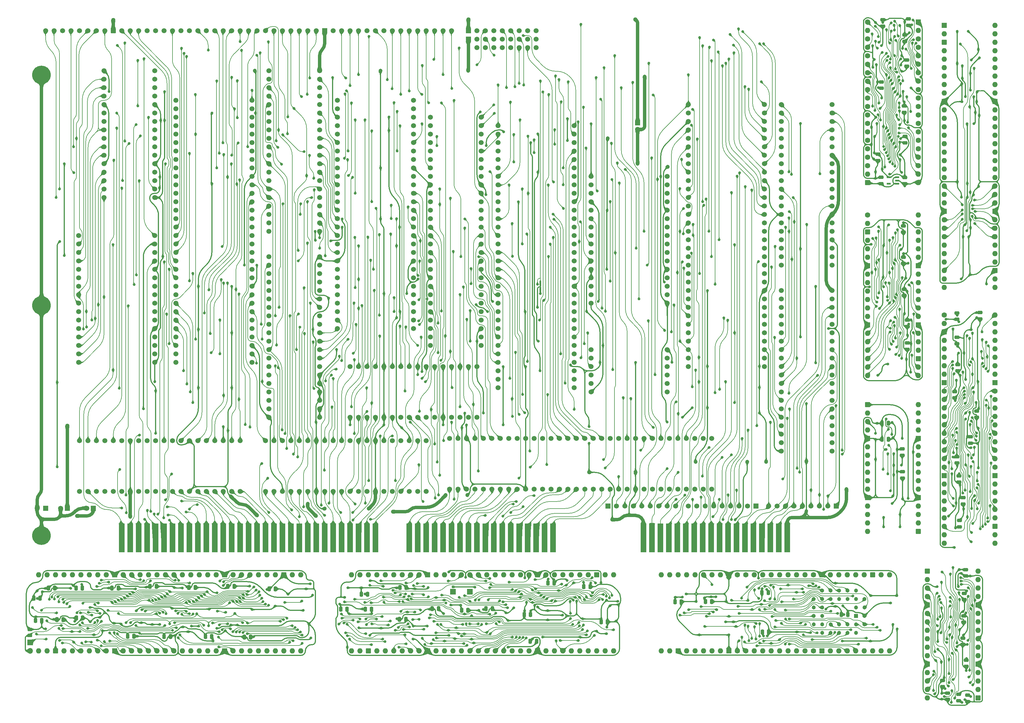
<source format=gbl>
%MOIN*%
%OFA0B0*%
%FSLAX46Y46*%
%IPPOS*%
%LPD*%
%AMRoundRect*
4,1,4,
0.07874015748031496,0.11811023622047245,
0.15748031496062992,0.19685039370078741,
0.23622047244094491,0.27559055118110237,
0.31496062992125984,0.35433070866141736,
0.07874015748031496,0.11811023622047245,
0*
1,1,$1,$2,$3*
1,1,$1,$2,$3*
1,1,$1,$2,$3*
1,1,$1,$2,$3*
20,1,$1,$2,$3,$4,$5,0*
20,1,$1,$2,$3,$4,$5,0*
20,1,$1,$2,$3,$4,$5,0*
20,1,$1,$2,$3,$4,$5,0*%
%AMCOMP183*
4,1,3,
-0.015748031496062995,-0.015748031496062995,
0.015748031496062995,-0.015748031496062995,
0.015748031496062995,0.015748031496062995,
-0.015748031496062995,0.015748031496062995,
0*
4,1,19,
-0.015748031496062995,0,
-0.010881622135827601,-0.00077076352291096848,
-0.0064915708300397942,-0.0030076063877961024,
-0.0030076063877961024,-0.0064915708300397942,
-0.00077076352291096848,-0.010881622135827601,
0,-0.015748031496062995,
-0.00077076352291096631,-0.020614440856298388,
-0.0030076063877961024,-0.025004492162086195,
-0.0064915708300397924,-0.02848845660432988,
-0.0108816221358276,-0.030725299469215022,
-0.015748031496062992,-0.031496062992125991,
-0.020614440856298391,-0.030725299469215022,
-0.025004492162086195,-0.028488456604329887,
-0.02848845660432988,-0.0250044921620862,
-0.030725299469215022,-0.020614440856298391,
-0.031496062992125991,-0.015748031496062995,
-0.030725299469215022,-0.010881622135827603,
-0.028488456604329887,-0.0064915708300397976,
-0.0250044921620862,-0.0030076063877961046,
-0.020614440856298391,-0.00077076352291096848,
0*
4,1,19,
0.015748031496062995,0,
0.020614440856298388,-0.00077076352291096848,
0.025004492162086195,-0.0030076063877961024,
0.028488456604329887,-0.0064915708300397942,
0.030725299469215022,-0.010881622135827601,
0.031496062992125991,-0.015748031496062995,
0.030725299469215022,-0.020614440856298388,
0.028488456604329887,-0.025004492162086195,
0.0250044921620862,-0.02848845660432988,
0.020614440856298388,-0.030725299469215022,
0.015748031496062995,-0.031496062992125991,
0.010881622135827598,-0.030725299469215022,
0.006491570830039795,-0.028488456604329887,
0.0030076063877961046,-0.0250044921620862,
0.00077076352291096848,-0.020614440856298391,
0,-0.015748031496062995,
0.00077076352291096631,-0.010881622135827603,
0.0030076063877961024,-0.0064915708300397976,
0.00649157083003979,-0.0030076063877961046,
0.010881622135827598,-0.00077076352291096848,
0*
4,1,19,
0.015748031496062995,0.031496062992125991,
0.020614440856298388,0.030725299469215022,
0.025004492162086195,0.028488456604329887,
0.028488456604329887,0.025004492162086195,
0.030725299469215022,0.020614440856298388,
0.031496062992125991,0.015748031496062995,
0.030725299469215022,0.010881622135827601,
0.028488456604329887,0.006491570830039795,
0.0250044921620862,0.0030076063877961046,
0.020614440856298388,0.00077076352291096848,
0.015748031496062995,0,
0.010881622135827598,0.00077076352291096848,
0.006491570830039795,0.0030076063877961024,
0.0030076063877961046,0.0064915708300397924,
0.00077076352291096848,0.0108816221358276,
0,0.015748031496062992,
0.00077076352291096631,0.020614440856298388,
0.0030076063877961024,0.025004492162086188,
0.00649157083003979,0.02848845660432988,
0.010881622135827598,0.030725299469215022,
0*
4,1,19,
-0.015748031496062995,0.031496062992125991,
-0.010881622135827601,0.030725299469215022,
-0.0064915708300397942,0.028488456604329887,
-0.0030076063877961024,0.025004492162086195,
-0.00077076352291096848,0.020614440856298388,
0,0.015748031496062995,
-0.00077076352291096631,0.010881622135827601,
-0.0030076063877961024,0.006491570830039795,
-0.0064915708300397924,0.0030076063877961046,
-0.0108816221358276,0.00077076352291096848,
-0.015748031496062992,0,
-0.020614440856298391,0.00077076352291096848,
-0.025004492162086195,0.0030076063877961024,
-0.02848845660432988,0.0064915708300397924,
-0.030725299469215022,0.0108816221358276,
-0.031496062992125991,0.015748031496062992,
-0.030725299469215022,0.020614440856298388,
-0.028488456604329887,0.025004492162086188,
-0.0250044921620862,0.02848845660432988,
-0.020614440856298391,0.030725299469215022,
0*
4,1,3,
-0.015748031496062995,-0.031496062992125991,
-0.015748031496062995,0,
0.015748031496062995,0,
0.015748031496062995,-0.031496062992125991,
0*
4,1,3,
0.031496062992125991,-0.015748031496062995,
0,-0.015748031496062995,
0,0.015748031496062995,
0.031496062992125991,0.015748031496062995,
0*
4,1,3,
0.015748031496062995,0.031496062992125991,
0.015748031496062995,0,
-0.015748031496062995,0,
-0.015748031496062995,0.031496062992125991,
0*
4,1,3,
-0.031496062992125991,0.015748031496062995,
0,0.015748031496062995,
0,-0.015748031496062995,
-0.031496062992125991,-0.015748031496062995,
0*%
%AMCOMP184*
4,1,3,
-0.018700787401574805,0.00984251968503937,
-0.018700787401574805,-0.00984251968503937,
0.018700787401574805,-0.00984251968503937,
0.018700787401574805,0.00984251968503937,
0*
4,1,19,
-0.018700787401574805,0.01968503937007874,
-0.015659281551427682,0.019203312168259386,
-0.012915499485310303,0.017805285377706176,
-0.010738021708907997,0.015627807601303872,
-0.0093399949183547871,0.012884025535186491,
-0.0088582677165354329,0.00984251968503937,
-0.0093399949183547871,0.0068010138348922507,
-0.010738021708907997,0.0040572317687748724,
-0.012915499485310301,0.0018797539923725657,
-0.015659281551427682,0.00048172720181935506,
-0.0187007874015748,0,
-0.021742293251721927,0.00048172720181935506,
-0.0244860753178393,0.0018797539923725635,
-0.026663553094241611,0.00405723176877487,
-0.02806157988479482,0.0068010138348922489,
-0.028543307086614175,0.0098425196850393682,
-0.02806157988479482,0.012884025535186489,
-0.026663553094241611,0.015627807601303868,
-0.024486075317839306,0.017805285377706176,
-0.021742293251721924,0.019203312168259386,
0*
4,1,19,
-0.018700787401574805,0,
-0.015659281551427682,-0.00048172720181935506,
-0.012915499485310303,-0.0018797539923725646,
-0.010738021708907997,-0.0040572317687748707,
-0.0093399949183547871,-0.00680101383489225,
-0.0088582677165354329,-0.00984251968503937,
-0.0093399949183547871,-0.012884025535186491,
-0.010738021708907997,-0.015627807601303868,
-0.012915499485310301,-0.017805285377706176,
-0.015659281551427682,-0.019203312168259386,
-0.0187007874015748,-0.01968503937007874,
-0.021742293251721927,-0.019203312168259386,
-0.0244860753178393,-0.017805285377706176,
-0.026663553094241611,-0.015627807601303872,
-0.02806157988479482,-0.012884025535186491,
-0.028543307086614175,-0.0098425196850393734,
-0.02806157988479482,-0.0068010138348922524,
-0.026663553094241611,-0.0040572317687748733,
-0.024486075317839306,-0.0018797539923725657,
-0.021742293251721924,-0.00048172720181935506,
0*
4,1,19,
0.018700787401574805,0,
0.021742293251721924,-0.00048172720181935506,
0.0244860753178393,-0.0018797539923725646,
0.026663553094241611,-0.0040572317687748707,
0.02806157988479482,-0.00680101383489225,
0.028543307086614175,-0.00984251968503937,
0.02806157988479482,-0.012884025535186491,
0.026663553094241611,-0.015627807601303868,
0.024486075317839306,-0.017805285377706176,
0.021742293251721924,-0.019203312168259386,
0.018700787401574805,-0.01968503937007874,
0.015659281551427682,-0.019203312168259386,
0.012915499485310306,-0.017805285377706176,
0.010738021708907997,-0.015627807601303872,
0.0093399949183547871,-0.012884025535186491,
0.0088582677165354329,-0.0098425196850393734,
0.0093399949183547871,-0.0068010138348922524,
0.010738021708907997,-0.0040572317687748733,
0.012915499485310301,-0.0018797539923725657,
0.015659281551427682,-0.00048172720181935506,
0*
4,1,19,
0.018700787401574805,0.01968503937007874,
0.021742293251721924,0.019203312168259386,
0.0244860753178393,0.017805285377706176,
0.026663553094241611,0.015627807601303872,
0.02806157988479482,0.012884025535186491,
0.028543307086614175,0.00984251968503937,
0.02806157988479482,0.0068010138348922507,
0.026663553094241611,0.0040572317687748724,
0.024486075317839306,0.0018797539923725657,
0.021742293251721924,0.00048172720181935506,
0.018700787401574805,0,
0.015659281551427682,0.00048172720181935506,
0.012915499485310306,0.0018797539923725635,
0.010738021708907997,0.00405723176877487,
0.0093399949183547871,0.0068010138348922489,
0.0088582677165354329,0.0098425196850393682,
0.0093399949183547871,0.012884025535186489,
0.010738021708907997,0.015627807601303868,
0.012915499485310301,0.017805285377706176,
0.015659281551427682,0.019203312168259386,
0*
4,1,3,
-0.028543307086614175,0.00984251968503937,
-0.0088582677165354329,0.00984251968503937,
-0.0088582677165354329,-0.00984251968503937,
-0.028543307086614175,-0.00984251968503937,
0*
4,1,3,
-0.018700787401574805,-0.01968503937007874,
-0.018700787401574805,0,
0.018700787401574805,0,
0.018700787401574805,-0.01968503937007874,
0*
4,1,3,
0.028543307086614175,-0.00984251968503937,
0.0088582677165354329,-0.00984251968503937,
0.0088582677165354329,0.00984251968503937,
0.028543307086614175,0.00984251968503937,
0*
4,1,3,
0.018700787401574805,0.01968503937007874,
0.018700787401574805,0,
-0.018700787401574805,0,
-0.018700787401574805,0.01968503937007874,
0*%
%AMCOMP185*
4,1,3,
0.018700787401574805,-0.00984251968503937,
0.018700787401574805,0.00984251968503937,
-0.018700787401574805,0.00984251968503937,
-0.018700787401574805,-0.00984251968503937,
0*
4,1,19,
0.018700787401574805,0,
0.021742293251721924,-0.00048172720181935506,
0.0244860753178393,-0.0018797539923725646,
0.026663553094241611,-0.0040572317687748707,
0.02806157988479482,-0.00680101383489225,
0.028543307086614175,-0.00984251968503937,
0.02806157988479482,-0.012884025535186491,
0.026663553094241611,-0.015627807601303868,
0.024486075317839306,-0.017805285377706176,
0.021742293251721924,-0.019203312168259386,
0.018700787401574805,-0.01968503937007874,
0.015659281551427682,-0.019203312168259386,
0.012915499485310306,-0.017805285377706176,
0.010738021708907997,-0.015627807601303872,
0.0093399949183547871,-0.012884025535186491,
0.0088582677165354329,-0.0098425196850393734,
0.0093399949183547871,-0.0068010138348922524,
0.010738021708907997,-0.0040572317687748733,
0.012915499485310301,-0.0018797539923725657,
0.015659281551427682,-0.00048172720181935506,
0*
4,1,19,
0.018700787401574805,0.01968503937007874,
0.021742293251721924,0.019203312168259386,
0.0244860753178393,0.017805285377706176,
0.026663553094241611,0.015627807601303872,
0.02806157988479482,0.012884025535186491,
0.028543307086614175,0.00984251968503937,
0.02806157988479482,0.0068010138348922507,
0.026663553094241611,0.0040572317687748724,
0.024486075317839306,0.0018797539923725657,
0.021742293251721924,0.00048172720181935506,
0.018700787401574805,0,
0.015659281551427682,0.00048172720181935506,
0.012915499485310306,0.0018797539923725635,
0.010738021708907997,0.00405723176877487,
0.0093399949183547871,0.0068010138348922489,
0.0088582677165354329,0.0098425196850393682,
0.0093399949183547871,0.012884025535186489,
0.010738021708907997,0.015627807601303868,
0.012915499485310301,0.017805285377706176,
0.015659281551427682,0.019203312168259386,
0*
4,1,19,
-0.018700787401574805,0.01968503937007874,
-0.015659281551427682,0.019203312168259386,
-0.012915499485310303,0.017805285377706176,
-0.010738021708907997,0.015627807601303872,
-0.0093399949183547871,0.012884025535186491,
-0.0088582677165354329,0.00984251968503937,
-0.0093399949183547871,0.0068010138348922507,
-0.010738021708907997,0.0040572317687748724,
-0.012915499485310301,0.0018797539923725657,
-0.015659281551427682,0.00048172720181935506,
-0.0187007874015748,0,
-0.021742293251721927,0.00048172720181935506,
-0.0244860753178393,0.0018797539923725635,
-0.026663553094241611,0.00405723176877487,
-0.02806157988479482,0.0068010138348922489,
-0.028543307086614175,0.0098425196850393682,
-0.02806157988479482,0.012884025535186489,
-0.026663553094241611,0.015627807601303868,
-0.024486075317839306,0.017805285377706176,
-0.021742293251721924,0.019203312168259386,
0*
4,1,19,
-0.018700787401574805,0,
-0.015659281551427682,-0.00048172720181935506,
-0.012915499485310303,-0.0018797539923725646,
-0.010738021708907997,-0.0040572317687748707,
-0.0093399949183547871,-0.00680101383489225,
-0.0088582677165354329,-0.00984251968503937,
-0.0093399949183547871,-0.012884025535186491,
-0.010738021708907997,-0.015627807601303868,
-0.012915499485310301,-0.017805285377706176,
-0.015659281551427682,-0.019203312168259386,
-0.0187007874015748,-0.01968503937007874,
-0.021742293251721927,-0.019203312168259386,
-0.0244860753178393,-0.017805285377706176,
-0.026663553094241611,-0.015627807601303872,
-0.02806157988479482,-0.012884025535186491,
-0.028543307086614175,-0.0098425196850393734,
-0.02806157988479482,-0.0068010138348922524,
-0.026663553094241611,-0.0040572317687748733,
-0.024486075317839306,-0.0018797539923725657,
-0.021742293251721924,-0.00048172720181935506,
0*
4,1,3,
0.028543307086614175,-0.00984251968503937,
0.0088582677165354329,-0.00984251968503937,
0.0088582677165354329,0.00984251968503937,
0.028543307086614175,0.00984251968503937,
0*
4,1,3,
0.018700787401574805,0.01968503937007874,
0.018700787401574805,0,
-0.018700787401574805,0,
-0.018700787401574805,0.01968503937007874,
0*
4,1,3,
-0.028543307086614175,0.00984251968503937,
-0.0088582677165354329,0.00984251968503937,
-0.0088582677165354329,-0.00984251968503937,
-0.028543307086614175,-0.00984251968503937,
0*
4,1,3,
-0.018700787401574805,-0.01968503937007874,
-0.018700787401574805,0,
0.018700787401574805,0,
0.018700787401574805,-0.01968503937007874,
0*%
%AMRoundRect0*
4,1,4,
0.07874015748031496,0.11811023622047245,
0.15748031496062992,0.19685039370078741,
0.23622047244094491,0.27559055118110237,
0.31496062992125984,0.35433070866141736,
0.07874015748031496,0.11811023622047245,
0*
1,1,$1,$2,$3*
1,1,$1,$2,$3*
1,1,$1,$2,$3*
1,1,$1,$2,$3*
20,1,$1,$2,$3,$4,$5,0*
20,1,$1,$2,$3,$4,$5,0*
20,1,$1,$2,$3,$4,$5,0*
20,1,$1,$2,$3,$4,$5,0*%
%AMCOMP1930*
4,1,3,
-0.015748031496062995,-0.015748031496062995,
0.015748031496062995,-0.015748031496062995,
0.015748031496062995,0.015748031496062995,
-0.015748031496062995,0.015748031496062995,
0*
4,1,19,
-0.015748031496062995,0,
-0.010881622135827601,-0.00077076352291096848,
-0.0064915708300397942,-0.0030076063877961024,
-0.0030076063877961024,-0.0064915708300397942,
-0.00077076352291096848,-0.010881622135827601,
0,-0.015748031496062995,
-0.00077076352291096631,-0.020614440856298388,
-0.0030076063877961024,-0.025004492162086195,
-0.0064915708300397924,-0.02848845660432988,
-0.0108816221358276,-0.030725299469215022,
-0.015748031496062992,-0.031496062992125991,
-0.020614440856298391,-0.030725299469215022,
-0.025004492162086195,-0.028488456604329887,
-0.02848845660432988,-0.0250044921620862,
-0.030725299469215022,-0.020614440856298391,
-0.031496062992125991,-0.015748031496062995,
-0.030725299469215022,-0.010881622135827603,
-0.028488456604329887,-0.0064915708300397976,
-0.0250044921620862,-0.0030076063877961046,
-0.020614440856298391,-0.00077076352291096848,
0*
4,1,19,
0.015748031496062995,0,
0.020614440856298388,-0.00077076352291096848,
0.025004492162086195,-0.0030076063877961024,
0.028488456604329887,-0.0064915708300397942,
0.030725299469215022,-0.010881622135827601,
0.031496062992125991,-0.015748031496062995,
0.030725299469215022,-0.020614440856298388,
0.028488456604329887,-0.025004492162086195,
0.0250044921620862,-0.02848845660432988,
0.020614440856298388,-0.030725299469215022,
0.015748031496062995,-0.031496062992125991,
0.010881622135827598,-0.030725299469215022,
0.006491570830039795,-0.028488456604329887,
0.0030076063877961046,-0.0250044921620862,
0.00077076352291096848,-0.020614440856298391,
0,-0.015748031496062995,
0.00077076352291096631,-0.010881622135827603,
0.0030076063877961024,-0.0064915708300397976,
0.00649157083003979,-0.0030076063877961046,
0.010881622135827598,-0.00077076352291096848,
0*
4,1,19,
0.015748031496062995,0.031496062992125991,
0.020614440856298388,0.030725299469215022,
0.025004492162086195,0.028488456604329887,
0.028488456604329887,0.025004492162086195,
0.030725299469215022,0.020614440856298388,
0.031496062992125991,0.015748031496062995,
0.030725299469215022,0.010881622135827601,
0.028488456604329887,0.006491570830039795,
0.0250044921620862,0.0030076063877961046,
0.020614440856298388,0.00077076352291096848,
0.015748031496062995,0,
0.010881622135827598,0.00077076352291096848,
0.006491570830039795,0.0030076063877961024,
0.0030076063877961046,0.0064915708300397924,
0.00077076352291096848,0.0108816221358276,
0,0.015748031496062992,
0.00077076352291096631,0.020614440856298388,
0.0030076063877961024,0.025004492162086188,
0.00649157083003979,0.02848845660432988,
0.010881622135827598,0.030725299469215022,
0*
4,1,19,
-0.015748031496062995,0.031496062992125991,
-0.010881622135827601,0.030725299469215022,
-0.0064915708300397942,0.028488456604329887,
-0.0030076063877961024,0.025004492162086195,
-0.00077076352291096848,0.020614440856298388,
0,0.015748031496062995,
-0.00077076352291096631,0.010881622135827601,
-0.0030076063877961024,0.006491570830039795,
-0.0064915708300397924,0.0030076063877961046,
-0.0108816221358276,0.00077076352291096848,
-0.015748031496062992,0,
-0.020614440856298391,0.00077076352291096848,
-0.025004492162086195,0.0030076063877961024,
-0.02848845660432988,0.0064915708300397924,
-0.030725299469215022,0.0108816221358276,
-0.031496062992125991,0.015748031496062992,
-0.030725299469215022,0.020614440856298388,
-0.028488456604329887,0.025004492162086188,
-0.0250044921620862,0.02848845660432988,
-0.020614440856298391,0.030725299469215022,
0*
4,1,3,
-0.015748031496062995,-0.031496062992125991,
-0.015748031496062995,0,
0.015748031496062995,0,
0.015748031496062995,-0.031496062992125991,
0*
4,1,3,
0.031496062992125991,-0.015748031496062995,
0,-0.015748031496062995,
0,0.015748031496062995,
0.031496062992125991,0.015748031496062995,
0*
4,1,3,
0.015748031496062995,0.031496062992125991,
0.015748031496062995,0,
-0.015748031496062995,0,
-0.015748031496062995,0.031496062992125991,
0*
4,1,3,
-0.031496062992125991,0.015748031496062995,
0,0.015748031496062995,
0,-0.015748031496062995,
-0.031496062992125991,-0.015748031496062995,
0*%
%AMCOMP1940*
4,1,3,
-0.018700787401574805,0.00984251968503937,
-0.018700787401574805,-0.00984251968503937,
0.018700787401574805,-0.00984251968503937,
0.018700787401574805,0.00984251968503937,
0*
4,1,19,
-0.018700787401574805,0.01968503937007874,
-0.015659281551427682,0.019203312168259386,
-0.012915499485310303,0.017805285377706176,
-0.010738021708907997,0.015627807601303872,
-0.0093399949183547871,0.012884025535186491,
-0.0088582677165354329,0.00984251968503937,
-0.0093399949183547871,0.0068010138348922507,
-0.010738021708907997,0.0040572317687748724,
-0.012915499485310301,0.0018797539923725657,
-0.015659281551427682,0.00048172720181935506,
-0.0187007874015748,0,
-0.021742293251721927,0.00048172720181935506,
-0.0244860753178393,0.0018797539923725635,
-0.026663553094241611,0.00405723176877487,
-0.02806157988479482,0.0068010138348922489,
-0.028543307086614175,0.0098425196850393682,
-0.02806157988479482,0.012884025535186489,
-0.026663553094241611,0.015627807601303868,
-0.024486075317839306,0.017805285377706176,
-0.021742293251721924,0.019203312168259386,
0*
4,1,19,
-0.018700787401574805,0,
-0.015659281551427682,-0.00048172720181935506,
-0.012915499485310303,-0.0018797539923725646,
-0.010738021708907997,-0.0040572317687748707,
-0.0093399949183547871,-0.00680101383489225,
-0.0088582677165354329,-0.00984251968503937,
-0.0093399949183547871,-0.012884025535186491,
-0.010738021708907997,-0.015627807601303868,
-0.012915499485310301,-0.017805285377706176,
-0.015659281551427682,-0.019203312168259386,
-0.0187007874015748,-0.01968503937007874,
-0.021742293251721927,-0.019203312168259386,
-0.0244860753178393,-0.017805285377706176,
-0.026663553094241611,-0.015627807601303872,
-0.02806157988479482,-0.012884025535186491,
-0.028543307086614175,-0.0098425196850393734,
-0.02806157988479482,-0.0068010138348922524,
-0.026663553094241611,-0.0040572317687748733,
-0.024486075317839306,-0.0018797539923725657,
-0.021742293251721924,-0.00048172720181935506,
0*
4,1,19,
0.018700787401574805,0,
0.021742293251721924,-0.00048172720181935506,
0.0244860753178393,-0.0018797539923725646,
0.026663553094241611,-0.0040572317687748707,
0.02806157988479482,-0.00680101383489225,
0.028543307086614175,-0.00984251968503937,
0.02806157988479482,-0.012884025535186491,
0.026663553094241611,-0.015627807601303868,
0.024486075317839306,-0.017805285377706176,
0.021742293251721924,-0.019203312168259386,
0.018700787401574805,-0.01968503937007874,
0.015659281551427682,-0.019203312168259386,
0.012915499485310306,-0.017805285377706176,
0.010738021708907997,-0.015627807601303872,
0.0093399949183547871,-0.012884025535186491,
0.0088582677165354329,-0.0098425196850393734,
0.0093399949183547871,-0.0068010138348922524,
0.010738021708907997,-0.0040572317687748733,
0.012915499485310301,-0.0018797539923725657,
0.015659281551427682,-0.00048172720181935506,
0*
4,1,19,
0.018700787401574805,0.01968503937007874,
0.021742293251721924,0.019203312168259386,
0.0244860753178393,0.017805285377706176,
0.026663553094241611,0.015627807601303872,
0.02806157988479482,0.012884025535186491,
0.028543307086614175,0.00984251968503937,
0.02806157988479482,0.0068010138348922507,
0.026663553094241611,0.0040572317687748724,
0.024486075317839306,0.0018797539923725657,
0.021742293251721924,0.00048172720181935506,
0.018700787401574805,0,
0.015659281551427682,0.00048172720181935506,
0.012915499485310306,0.0018797539923725635,
0.010738021708907997,0.00405723176877487,
0.0093399949183547871,0.0068010138348922489,
0.0088582677165354329,0.0098425196850393682,
0.0093399949183547871,0.012884025535186489,
0.010738021708907997,0.015627807601303868,
0.012915499485310301,0.017805285377706176,
0.015659281551427682,0.019203312168259386,
0*
4,1,3,
-0.028543307086614175,0.00984251968503937,
-0.0088582677165354329,0.00984251968503937,
-0.0088582677165354329,-0.00984251968503937,
-0.028543307086614175,-0.00984251968503937,
0*
4,1,3,
-0.018700787401574805,-0.01968503937007874,
-0.018700787401574805,0,
0.018700787401574805,0,
0.018700787401574805,-0.01968503937007874,
0*
4,1,3,
0.028543307086614175,-0.00984251968503937,
0.0088582677165354329,-0.00984251968503937,
0.0088582677165354329,0.00984251968503937,
0.028543307086614175,0.00984251968503937,
0*
4,1,3,
0.018700787401574805,0.01968503937007874,
0.018700787401574805,0,
-0.018700787401574805,0,
-0.018700787401574805,0.01968503937007874,
0*%
%AMRoundRect1*
4,1,4,
0.07874015748031496,0.11811023622047245,
0.15748031496062992,0.19685039370078741,
0.23622047244094491,0.27559055118110237,
0.31496062992125984,0.35433070866141736,
0.07874015748031496,0.11811023622047245,
0*
1,1,$1,$2,$3*
1,1,$1,$2,$3*
1,1,$1,$2,$3*
1,1,$1,$2,$3*
20,1,$1,$2,$3,$4,$5,0*
20,1,$1,$2,$3,$4,$5,0*
20,1,$1,$2,$3,$4,$5,0*
20,1,$1,$2,$3,$4,$5,0*%
%AMCOMP2030*
4,1,3,
-0.015748031496062995,-0.015748031496062995,
0.015748031496062995,-0.015748031496062995,
0.015748031496062995,0.015748031496062995,
-0.015748031496062995,0.015748031496062995,
0*
4,1,19,
-0.015748031496062995,0,
-0.010881622135827601,-0.00077076352291096848,
-0.0064915708300397942,-0.0030076063877961024,
-0.0030076063877961024,-0.0064915708300397942,
-0.00077076352291096848,-0.010881622135827601,
0,-0.015748031496062995,
-0.00077076352291096631,-0.020614440856298388,
-0.0030076063877961024,-0.025004492162086195,
-0.0064915708300397924,-0.02848845660432988,
-0.0108816221358276,-0.030725299469215022,
-0.015748031496062992,-0.031496062992125991,
-0.020614440856298391,-0.030725299469215022,
-0.025004492162086195,-0.028488456604329887,
-0.02848845660432988,-0.0250044921620862,
-0.030725299469215022,-0.020614440856298391,
-0.031496062992125991,-0.015748031496062995,
-0.030725299469215022,-0.010881622135827603,
-0.028488456604329887,-0.0064915708300397976,
-0.0250044921620862,-0.0030076063877961046,
-0.020614440856298391,-0.00077076352291096848,
0*
4,1,19,
0.015748031496062995,0,
0.020614440856298388,-0.00077076352291096848,
0.025004492162086195,-0.0030076063877961024,
0.028488456604329887,-0.0064915708300397942,
0.030725299469215022,-0.010881622135827601,
0.031496062992125991,-0.015748031496062995,
0.030725299469215022,-0.020614440856298388,
0.028488456604329887,-0.025004492162086195,
0.0250044921620862,-0.02848845660432988,
0.020614440856298388,-0.030725299469215022,
0.015748031496062995,-0.031496062992125991,
0.010881622135827598,-0.030725299469215022,
0.006491570830039795,-0.028488456604329887,
0.0030076063877961046,-0.0250044921620862,
0.00077076352291096848,-0.020614440856298391,
0,-0.015748031496062995,
0.00077076352291096631,-0.010881622135827603,
0.0030076063877961024,-0.0064915708300397976,
0.00649157083003979,-0.0030076063877961046,
0.010881622135827598,-0.00077076352291096848,
0*
4,1,19,
0.015748031496062995,0.031496062992125991,
0.020614440856298388,0.030725299469215022,
0.025004492162086195,0.028488456604329887,
0.028488456604329887,0.025004492162086195,
0.030725299469215022,0.020614440856298388,
0.031496062992125991,0.015748031496062995,
0.030725299469215022,0.010881622135827601,
0.028488456604329887,0.006491570830039795,
0.0250044921620862,0.0030076063877961046,
0.020614440856298388,0.00077076352291096848,
0.015748031496062995,0,
0.010881622135827598,0.00077076352291096848,
0.006491570830039795,0.0030076063877961024,
0.0030076063877961046,0.0064915708300397924,
0.00077076352291096848,0.0108816221358276,
0,0.015748031496062992,
0.00077076352291096631,0.020614440856298388,
0.0030076063877961024,0.025004492162086188,
0.00649157083003979,0.02848845660432988,
0.010881622135827598,0.030725299469215022,
0*
4,1,19,
-0.015748031496062995,0.031496062992125991,
-0.010881622135827601,0.030725299469215022,
-0.0064915708300397942,0.028488456604329887,
-0.0030076063877961024,0.025004492162086195,
-0.00077076352291096848,0.020614440856298388,
0,0.015748031496062995,
-0.00077076352291096631,0.010881622135827601,
-0.0030076063877961024,0.006491570830039795,
-0.0064915708300397924,0.0030076063877961046,
-0.0108816221358276,0.00077076352291096848,
-0.015748031496062992,0,
-0.020614440856298391,0.00077076352291096848,
-0.025004492162086195,0.0030076063877961024,
-0.02848845660432988,0.0064915708300397924,
-0.030725299469215022,0.0108816221358276,
-0.031496062992125991,0.015748031496062992,
-0.030725299469215022,0.020614440856298388,
-0.028488456604329887,0.025004492162086188,
-0.0250044921620862,0.02848845660432988,
-0.020614440856298391,0.030725299469215022,
0*
4,1,3,
-0.015748031496062995,-0.031496062992125991,
-0.015748031496062995,0,
0.015748031496062995,0,
0.015748031496062995,-0.031496062992125991,
0*
4,1,3,
0.031496062992125991,-0.015748031496062995,
0,-0.015748031496062995,
0,0.015748031496062995,
0.031496062992125991,0.015748031496062995,
0*
4,1,3,
0.015748031496062995,0.031496062992125991,
0.015748031496062995,0,
-0.015748031496062995,0,
-0.015748031496062995,0.031496062992125991,
0*
4,1,3,
-0.031496062992125991,0.015748031496062995,
0,0.015748031496062995,
0,-0.015748031496062995,
-0.031496062992125991,-0.015748031496062995,
0*%
%AMRoundRect0*
4,1,4,
0.07874015748031496,0.11811023622047245,
0.15748031496062992,0.19685039370078741,
0.23622047244094491,0.27559055118110237,
0.31496062992125984,0.35433070866141736,
0.07874015748031496,0.11811023622047245,
0*
1,1,$1,$2,$3*
1,1,$1,$2,$3*
1,1,$1,$2,$3*
1,1,$1,$2,$3*
20,1,$1,$2,$3,$4,$5,0*
20,1,$1,$2,$3,$4,$5,0*
20,1,$1,$2,$3,$4,$5,0*
20,1,$1,$2,$3,$4,$5,0*%
%AMCOMP2220*
4,1,3,
-0.015748031496062995,-0.015748031496062995,
0.015748031496062995,-0.015748031496062995,
0.015748031496062995,0.015748031496062995,
-0.015748031496062995,0.015748031496062995,
0*
4,1,19,
-0.015748031496062995,0,
-0.010881622135827601,-0.00077076352291096848,
-0.0064915708300397942,-0.0030076063877961024,
-0.0030076063877961024,-0.0064915708300397942,
-0.00077076352291096848,-0.010881622135827601,
0,-0.015748031496062995,
-0.00077076352291096631,-0.020614440856298388,
-0.0030076063877961024,-0.025004492162086195,
-0.0064915708300397924,-0.02848845660432988,
-0.0108816221358276,-0.030725299469215022,
-0.015748031496062992,-0.031496062992125991,
-0.020614440856298391,-0.030725299469215022,
-0.025004492162086195,-0.028488456604329887,
-0.02848845660432988,-0.0250044921620862,
-0.030725299469215022,-0.020614440856298391,
-0.031496062992125991,-0.015748031496062995,
-0.030725299469215022,-0.010881622135827603,
-0.028488456604329887,-0.0064915708300397976,
-0.0250044921620862,-0.0030076063877961046,
-0.020614440856298391,-0.00077076352291096848,
0*
4,1,19,
0.015748031496062995,0,
0.020614440856298388,-0.00077076352291096848,
0.025004492162086195,-0.0030076063877961024,
0.028488456604329887,-0.0064915708300397942,
0.030725299469215022,-0.010881622135827601,
0.031496062992125991,-0.015748031496062995,
0.030725299469215022,-0.020614440856298388,
0.028488456604329887,-0.025004492162086195,
0.0250044921620862,-0.02848845660432988,
0.020614440856298388,-0.030725299469215022,
0.015748031496062995,-0.031496062992125991,
0.010881622135827598,-0.030725299469215022,
0.006491570830039795,-0.028488456604329887,
0.0030076063877961046,-0.0250044921620862,
0.00077076352291096848,-0.020614440856298391,
0,-0.015748031496062995,
0.00077076352291096631,-0.010881622135827603,
0.0030076063877961024,-0.0064915708300397976,
0.00649157083003979,-0.0030076063877961046,
0.010881622135827598,-0.00077076352291096848,
0*
4,1,19,
0.015748031496062995,0.031496062992125991,
0.020614440856298388,0.030725299469215022,
0.025004492162086195,0.028488456604329887,
0.028488456604329887,0.025004492162086195,
0.030725299469215022,0.020614440856298388,
0.031496062992125991,0.015748031496062995,
0.030725299469215022,0.010881622135827601,
0.028488456604329887,0.006491570830039795,
0.0250044921620862,0.0030076063877961046,
0.020614440856298388,0.00077076352291096848,
0.015748031496062995,0,
0.010881622135827598,0.00077076352291096848,
0.006491570830039795,0.0030076063877961024,
0.0030076063877961046,0.0064915708300397924,
0.00077076352291096848,0.0108816221358276,
0,0.015748031496062992,
0.00077076352291096631,0.020614440856298388,
0.0030076063877961024,0.025004492162086188,
0.00649157083003979,0.02848845660432988,
0.010881622135827598,0.030725299469215022,
0*
4,1,19,
-0.015748031496062995,0.031496062992125991,
-0.010881622135827601,0.030725299469215022,
-0.0064915708300397942,0.028488456604329887,
-0.0030076063877961024,0.025004492162086195,
-0.00077076352291096848,0.020614440856298388,
0,0.015748031496062995,
-0.00077076352291096631,0.010881622135827601,
-0.0030076063877961024,0.006491570830039795,
-0.0064915708300397924,0.0030076063877961046,
-0.0108816221358276,0.00077076352291096848,
-0.015748031496062992,0,
-0.020614440856298391,0.00077076352291096848,
-0.025004492162086195,0.0030076063877961024,
-0.02848845660432988,0.0064915708300397924,
-0.030725299469215022,0.0108816221358276,
-0.031496062992125991,0.015748031496062992,
-0.030725299469215022,0.020614440856298388,
-0.028488456604329887,0.025004492162086188,
-0.0250044921620862,0.02848845660432988,
-0.020614440856298391,0.030725299469215022,
0*
4,1,3,
-0.015748031496062995,-0.031496062992125991,
-0.015748031496062995,0,
0.015748031496062995,0,
0.015748031496062995,-0.031496062992125991,
0*
4,1,3,
0.031496062992125991,-0.015748031496062995,
0,-0.015748031496062995,
0,0.015748031496062995,
0.031496062992125991,0.015748031496062995,
0*
4,1,3,
0.015748031496062995,0.031496062992125991,
0.015748031496062995,0,
-0.015748031496062995,0,
-0.015748031496062995,0.031496062992125991,
0*
4,1,3,
-0.031496062992125991,0.015748031496062995,
0,0.015748031496062995,
0,-0.015748031496062995,
-0.031496062992125991,-0.015748031496062995,
0*%
%AMCOMP2230*
4,1,3,
0.00984251968503937,0.018700787401574805,
-0.00984251968503937,0.018700787401574805,
-0.00984251968503937,-0.018700787401574805,
0.00984251968503937,-0.018700787401574805,
0*
4,1,19,
0.00984251968503937,0.028543307086614175,
0.012884025535186491,0.02806157988479482,
0.015627807601303872,0.026663553094241611,
0.017805285377706176,0.0244860753178393,
0.019203312168259386,0.021742293251721924,
0.01968503937007874,0.018700787401574805,
0.019203312168259386,0.015659281551427682,
0.017805285377706176,0.012915499485310306,
0.015627807601303872,0.010738021708907997,
0.012884025535186491,0.0093399949183547871,
0.0098425196850393734,0.0088582677165354329,
0.0068010138348922481,0.0093399949183547871,
0.0040572317687748724,0.010738021708907997,
0.0018797539923725657,0.012915499485310301,
0.00048172720181935506,0.015659281551427682,
0,0.0187007874015748,
0.00048172720181935392,0.02174229325172192,
0.0018797539923725635,0.0244860753178393,
0.004057231768774869,0.026663553094241611,
0.0068010138348922481,0.02806157988479482,
0*
4,1,19,
-0.00984251968503937,0.028543307086614175,
-0.00680101383489225,0.02806157988479482,
-0.0040572317687748707,0.026663553094241611,
-0.0018797539923725646,0.0244860753178393,
-0.00048172720181935506,0.021742293251721924,
0,0.018700787401574805,
-0.00048172720181935392,0.015659281551427682,
-0.0018797539923725646,0.012915499485310306,
-0.00405723176877487,0.010738021708907997,
-0.00680101383489225,0.0093399949183547871,
-0.00984251968503937,0.0088582677165354329,
-0.012884025535186494,0.0093399949183547871,
-0.015627807601303868,0.010738021708907997,
-0.017805285377706176,0.012915499485310301,
-0.019203312168259386,0.015659281551427682,
-0.01968503937007874,0.0187007874015748,
-0.019203312168259386,0.02174229325172192,
-0.017805285377706176,0.0244860753178393,
-0.015627807601303872,0.026663553094241611,
-0.012884025535186494,0.02806157988479482,
0*
4,1,19,
-0.00984251968503937,-0.0088582677165354329,
-0.00680101383489225,-0.0093399949183547871,
-0.0040572317687748707,-0.010738021708907997,
-0.0018797539923725646,-0.012915499485310303,
-0.00048172720181935506,-0.015659281551427682,
0,-0.018700787401574805,
-0.00048172720181935392,-0.021742293251721924,
-0.0018797539923725646,-0.0244860753178393,
-0.00405723176877487,-0.026663553094241611,
-0.00680101383489225,-0.02806157988479482,
-0.00984251968503937,-0.028543307086614175,
-0.012884025535186494,-0.02806157988479482,
-0.015627807601303868,-0.026663553094241611,
-0.017805285377706176,-0.024486075317839306,
-0.019203312168259386,-0.021742293251721924,
-0.01968503937007874,-0.018700787401574805,
-0.019203312168259386,-0.015659281551427685,
-0.017805285377706176,-0.012915499485310306,
-0.015627807601303872,-0.010738021708907997,
-0.012884025535186494,-0.0093399949183547871,
0*
4,1,19,
0.00984251968503937,-0.0088582677165354329,
0.012884025535186491,-0.0093399949183547871,
0.015627807601303872,-0.010738021708907997,
0.017805285377706176,-0.012915499485310303,
0.019203312168259386,-0.015659281551427682,
0.01968503937007874,-0.018700787401574805,
0.019203312168259386,-0.021742293251721924,
0.017805285377706176,-0.0244860753178393,
0.015627807601303872,-0.026663553094241611,
0.012884025535186491,-0.02806157988479482,
0.0098425196850393734,-0.028543307086614175,
0.0068010138348922481,-0.02806157988479482,
0.0040572317687748724,-0.026663553094241611,
0.0018797539923725657,-0.024486075317839306,
0.00048172720181935506,-0.021742293251721924,
0,-0.018700787401574805,
0.00048172720181935392,-0.015659281551427685,
0.0018797539923725635,-0.012915499485310306,
0.004057231768774869,-0.010738021708907997,
0.0068010138348922481,-0.0093399949183547871,
0*
4,1,3,
0.00984251968503937,0.028543307086614175,
0.00984251968503937,0.0088582677165354329,
-0.00984251968503937,0.0088582677165354329,
-0.00984251968503937,0.028543307086614175,
0*
4,1,3,
-0.01968503937007874,0.018700787401574805,
0,0.018700787401574805,
0,-0.018700787401574805,
-0.01968503937007874,-0.018700787401574805,
0*
4,1,3,
-0.00984251968503937,-0.028543307086614175,
-0.00984251968503937,-0.0088582677165354329,
0.00984251968503937,-0.0088582677165354329,
0.00984251968503937,-0.028543307086614175,
0*
4,1,3,
0.01968503937007874,-0.018700787401574805,
0,-0.018700787401574805,
0,0.018700787401574805,
0.01968503937007874,0.018700787401574805,
0*%
%AMCOMP2240*
4,1,3,
-0.018700787401574805,0.00984251968503937,
-0.018700787401574805,-0.00984251968503937,
0.018700787401574805,-0.00984251968503937,
0.018700787401574805,0.00984251968503937,
0*
4,1,19,
-0.018700787401574805,0.01968503937007874,
-0.015659281551427682,0.019203312168259386,
-0.012915499485310303,0.017805285377706176,
-0.010738021708907997,0.015627807601303872,
-0.0093399949183547871,0.012884025535186491,
-0.0088582677165354329,0.00984251968503937,
-0.0093399949183547871,0.0068010138348922507,
-0.010738021708907997,0.0040572317687748724,
-0.012915499485310301,0.0018797539923725657,
-0.015659281551427682,0.00048172720181935506,
-0.0187007874015748,0,
-0.021742293251721927,0.00048172720181935506,
-0.0244860753178393,0.0018797539923725635,
-0.026663553094241611,0.00405723176877487,
-0.02806157988479482,0.0068010138348922489,
-0.028543307086614175,0.0098425196850393682,
-0.02806157988479482,0.012884025535186489,
-0.026663553094241611,0.015627807601303868,
-0.024486075317839306,0.017805285377706176,
-0.021742293251721924,0.019203312168259386,
0*
4,1,19,
-0.018700787401574805,0,
-0.015659281551427682,-0.00048172720181935506,
-0.012915499485310303,-0.0018797539923725646,
-0.010738021708907997,-0.0040572317687748707,
-0.0093399949183547871,-0.00680101383489225,
-0.0088582677165354329,-0.00984251968503937,
-0.0093399949183547871,-0.012884025535186491,
-0.010738021708907997,-0.015627807601303868,
-0.012915499485310301,-0.017805285377706176,
-0.015659281551427682,-0.019203312168259386,
-0.0187007874015748,-0.01968503937007874,
-0.021742293251721927,-0.019203312168259386,
-0.0244860753178393,-0.017805285377706176,
-0.026663553094241611,-0.015627807601303872,
-0.02806157988479482,-0.012884025535186491,
-0.028543307086614175,-0.0098425196850393734,
-0.02806157988479482,-0.0068010138348922524,
-0.026663553094241611,-0.0040572317687748733,
-0.024486075317839306,-0.0018797539923725657,
-0.021742293251721924,-0.00048172720181935506,
0*
4,1,19,
0.018700787401574805,0,
0.021742293251721924,-0.00048172720181935506,
0.0244860753178393,-0.0018797539923725646,
0.026663553094241611,-0.0040572317687748707,
0.02806157988479482,-0.00680101383489225,
0.028543307086614175,-0.00984251968503937,
0.02806157988479482,-0.012884025535186491,
0.026663553094241611,-0.015627807601303868,
0.024486075317839306,-0.017805285377706176,
0.021742293251721924,-0.019203312168259386,
0.018700787401574805,-0.01968503937007874,
0.015659281551427682,-0.019203312168259386,
0.012915499485310306,-0.017805285377706176,
0.010738021708907997,-0.015627807601303872,
0.0093399949183547871,-0.012884025535186491,
0.0088582677165354329,-0.0098425196850393734,
0.0093399949183547871,-0.0068010138348922524,
0.010738021708907997,-0.0040572317687748733,
0.012915499485310301,-0.0018797539923725657,
0.015659281551427682,-0.00048172720181935506,
0*
4,1,19,
0.018700787401574805,0.01968503937007874,
0.021742293251721924,0.019203312168259386,
0.0244860753178393,0.017805285377706176,
0.026663553094241611,0.015627807601303872,
0.02806157988479482,0.012884025535186491,
0.028543307086614175,0.00984251968503937,
0.02806157988479482,0.0068010138348922507,
0.026663553094241611,0.0040572317687748724,
0.024486075317839306,0.0018797539923725657,
0.021742293251721924,0.00048172720181935506,
0.018700787401574805,0,
0.015659281551427682,0.00048172720181935506,
0.012915499485310306,0.0018797539923725635,
0.010738021708907997,0.00405723176877487,
0.0093399949183547871,0.0068010138348922489,
0.0088582677165354329,0.0098425196850393682,
0.0093399949183547871,0.012884025535186489,
0.010738021708907997,0.015627807601303868,
0.012915499485310301,0.017805285377706176,
0.015659281551427682,0.019203312168259386,
0*
4,1,3,
-0.028543307086614175,0.00984251968503937,
-0.0088582677165354329,0.00984251968503937,
-0.0088582677165354329,-0.00984251968503937,
-0.028543307086614175,-0.00984251968503937,
0*
4,1,3,
-0.018700787401574805,-0.01968503937007874,
-0.018700787401574805,0,
0.018700787401574805,0,
0.018700787401574805,-0.01968503937007874,
0*
4,1,3,
0.028543307086614175,-0.00984251968503937,
0.0088582677165354329,-0.00984251968503937,
0.0088582677165354329,0.00984251968503937,
0.028543307086614175,0.00984251968503937,
0*
4,1,3,
0.018700787401574805,0.01968503937007874,
0.018700787401574805,0,
-0.018700787401574805,0,
-0.018700787401574805,0.01968503937007874,
0*%
%AMRoundRect1*
4,1,4,
0.07874015748031496,0.11811023622047245,
0.15748031496062992,0.19685039370078741,
0.23622047244094491,0.27559055118110237,
0.31496062992125984,0.35433070866141736,
0.07874015748031496,0.11811023622047245,
0*
1,1,$1,$2,$3*
1,1,$1,$2,$3*
1,1,$1,$2,$3*
1,1,$1,$2,$3*
20,1,$1,$2,$3,$4,$5,0*
20,1,$1,$2,$3,$4,$5,0*
20,1,$1,$2,$3,$4,$5,0*
20,1,$1,$2,$3,$4,$5,0*%
%AMCOMP2380*
4,1,3,
-0.015748031496062995,-0.015748031496062995,
0.015748031496062995,-0.015748031496062995,
0.015748031496062995,0.015748031496062995,
-0.015748031496062995,0.015748031496062995,
0*
4,1,19,
-0.015748031496062995,0,
-0.010881622135827601,-0.00077076352291096848,
-0.0064915708300397942,-0.0030076063877961024,
-0.0030076063877961024,-0.0064915708300397942,
-0.00077076352291096848,-0.010881622135827601,
0,-0.015748031496062995,
-0.00077076352291096631,-0.020614440856298388,
-0.0030076063877961024,-0.025004492162086195,
-0.0064915708300397924,-0.02848845660432988,
-0.0108816221358276,-0.030725299469215022,
-0.015748031496062992,-0.031496062992125991,
-0.020614440856298391,-0.030725299469215022,
-0.025004492162086195,-0.028488456604329887,
-0.02848845660432988,-0.0250044921620862,
-0.030725299469215022,-0.020614440856298391,
-0.031496062992125991,-0.015748031496062995,
-0.030725299469215022,-0.010881622135827603,
-0.028488456604329887,-0.0064915708300397976,
-0.0250044921620862,-0.0030076063877961046,
-0.020614440856298391,-0.00077076352291096848,
0*
4,1,19,
0.015748031496062995,0,
0.020614440856298388,-0.00077076352291096848,
0.025004492162086195,-0.0030076063877961024,
0.028488456604329887,-0.0064915708300397942,
0.030725299469215022,-0.010881622135827601,
0.031496062992125991,-0.015748031496062995,
0.030725299469215022,-0.020614440856298388,
0.028488456604329887,-0.025004492162086195,
0.0250044921620862,-0.02848845660432988,
0.020614440856298388,-0.030725299469215022,
0.015748031496062995,-0.031496062992125991,
0.010881622135827598,-0.030725299469215022,
0.006491570830039795,-0.028488456604329887,
0.0030076063877961046,-0.0250044921620862,
0.00077076352291096848,-0.020614440856298391,
0,-0.015748031496062995,
0.00077076352291096631,-0.010881622135827603,
0.0030076063877961024,-0.0064915708300397976,
0.00649157083003979,-0.0030076063877961046,
0.010881622135827598,-0.00077076352291096848,
0*
4,1,19,
0.015748031496062995,0.031496062992125991,
0.020614440856298388,0.030725299469215022,
0.025004492162086195,0.028488456604329887,
0.028488456604329887,0.025004492162086195,
0.030725299469215022,0.020614440856298388,
0.031496062992125991,0.015748031496062995,
0.030725299469215022,0.010881622135827601,
0.028488456604329887,0.006491570830039795,
0.0250044921620862,0.0030076063877961046,
0.020614440856298388,0.00077076352291096848,
0.015748031496062995,0,
0.010881622135827598,0.00077076352291096848,
0.006491570830039795,0.0030076063877961024,
0.0030076063877961046,0.0064915708300397924,
0.00077076352291096848,0.0108816221358276,
0,0.015748031496062992,
0.00077076352291096631,0.020614440856298388,
0.0030076063877961024,0.025004492162086188,
0.00649157083003979,0.02848845660432988,
0.010881622135827598,0.030725299469215022,
0*
4,1,19,
-0.015748031496062995,0.031496062992125991,
-0.010881622135827601,0.030725299469215022,
-0.0064915708300397942,0.028488456604329887,
-0.0030076063877961024,0.025004492162086195,
-0.00077076352291096848,0.020614440856298388,
0,0.015748031496062995,
-0.00077076352291096631,0.010881622135827601,
-0.0030076063877961024,0.006491570830039795,
-0.0064915708300397924,0.0030076063877961046,
-0.0108816221358276,0.00077076352291096848,
-0.015748031496062992,0,
-0.020614440856298391,0.00077076352291096848,
-0.025004492162086195,0.0030076063877961024,
-0.02848845660432988,0.0064915708300397924,
-0.030725299469215022,0.0108816221358276,
-0.031496062992125991,0.015748031496062992,
-0.030725299469215022,0.020614440856298388,
-0.028488456604329887,0.025004492162086188,
-0.0250044921620862,0.02848845660432988,
-0.020614440856298391,0.030725299469215022,
0*
4,1,3,
-0.015748031496062995,-0.031496062992125991,
-0.015748031496062995,0,
0.015748031496062995,0,
0.015748031496062995,-0.031496062992125991,
0*
4,1,3,
0.031496062992125991,-0.015748031496062995,
0,-0.015748031496062995,
0,0.015748031496062995,
0.031496062992125991,0.015748031496062995,
0*
4,1,3,
0.015748031496062995,0.031496062992125991,
0.015748031496062995,0,
-0.015748031496062995,0,
-0.015748031496062995,0.031496062992125991,
0*
4,1,3,
-0.031496062992125991,0.015748031496062995,
0,0.015748031496062995,
0,-0.015748031496062995,
-0.031496062992125991,-0.015748031496062995,
0*%
%AMCOMP2390*
4,1,3,
-0.018700787401574805,0.00984251968503937,
-0.018700787401574805,-0.00984251968503937,
0.018700787401574805,-0.00984251968503937,
0.018700787401574805,0.00984251968503937,
0*
4,1,19,
-0.018700787401574805,0.01968503937007874,
-0.015659281551427682,0.019203312168259386,
-0.012915499485310303,0.017805285377706176,
-0.010738021708907997,0.015627807601303872,
-0.0093399949183547871,0.012884025535186491,
-0.0088582677165354329,0.00984251968503937,
-0.0093399949183547871,0.0068010138348922507,
-0.010738021708907997,0.0040572317687748724,
-0.012915499485310301,0.0018797539923725657,
-0.015659281551427682,0.00048172720181935506,
-0.0187007874015748,0,
-0.021742293251721927,0.00048172720181935506,
-0.0244860753178393,0.0018797539923725635,
-0.026663553094241611,0.00405723176877487,
-0.02806157988479482,0.0068010138348922489,
-0.028543307086614175,0.0098425196850393682,
-0.02806157988479482,0.012884025535186489,
-0.026663553094241611,0.015627807601303868,
-0.024486075317839306,0.017805285377706176,
-0.021742293251721924,0.019203312168259386,
0*
4,1,19,
-0.018700787401574805,0,
-0.015659281551427682,-0.00048172720181935506,
-0.012915499485310303,-0.0018797539923725646,
-0.010738021708907997,-0.0040572317687748707,
-0.0093399949183547871,-0.00680101383489225,
-0.0088582677165354329,-0.00984251968503937,
-0.0093399949183547871,-0.012884025535186491,
-0.010738021708907997,-0.015627807601303868,
-0.012915499485310301,-0.017805285377706176,
-0.015659281551427682,-0.019203312168259386,
-0.0187007874015748,-0.01968503937007874,
-0.021742293251721927,-0.019203312168259386,
-0.0244860753178393,-0.017805285377706176,
-0.026663553094241611,-0.015627807601303872,
-0.02806157988479482,-0.012884025535186491,
-0.028543307086614175,-0.0098425196850393734,
-0.02806157988479482,-0.0068010138348922524,
-0.026663553094241611,-0.0040572317687748733,
-0.024486075317839306,-0.0018797539923725657,
-0.021742293251721924,-0.00048172720181935506,
0*
4,1,19,
0.018700787401574805,0,
0.021742293251721924,-0.00048172720181935506,
0.0244860753178393,-0.0018797539923725646,
0.026663553094241611,-0.0040572317687748707,
0.02806157988479482,-0.00680101383489225,
0.028543307086614175,-0.00984251968503937,
0.02806157988479482,-0.012884025535186491,
0.026663553094241611,-0.015627807601303868,
0.024486075317839306,-0.017805285377706176,
0.021742293251721924,-0.019203312168259386,
0.018700787401574805,-0.01968503937007874,
0.015659281551427682,-0.019203312168259386,
0.012915499485310306,-0.017805285377706176,
0.010738021708907997,-0.015627807601303872,
0.0093399949183547871,-0.012884025535186491,
0.0088582677165354329,-0.0098425196850393734,
0.0093399949183547871,-0.0068010138348922524,
0.010738021708907997,-0.0040572317687748733,
0.012915499485310301,-0.0018797539923725657,
0.015659281551427682,-0.00048172720181935506,
0*
4,1,19,
0.018700787401574805,0.01968503937007874,
0.021742293251721924,0.019203312168259386,
0.0244860753178393,0.017805285377706176,
0.026663553094241611,0.015627807601303872,
0.02806157988479482,0.012884025535186491,
0.028543307086614175,0.00984251968503937,
0.02806157988479482,0.0068010138348922507,
0.026663553094241611,0.0040572317687748724,
0.024486075317839306,0.0018797539923725657,
0.021742293251721924,0.00048172720181935506,
0.018700787401574805,0,
0.015659281551427682,0.00048172720181935506,
0.012915499485310306,0.0018797539923725635,
0.010738021708907997,0.00405723176877487,
0.0093399949183547871,0.0068010138348922489,
0.0088582677165354329,0.0098425196850393682,
0.0093399949183547871,0.012884025535186489,
0.010738021708907997,0.015627807601303868,
0.012915499485310301,0.017805285377706176,
0.015659281551427682,0.019203312168259386,
0*
4,1,3,
-0.028543307086614175,0.00984251968503937,
-0.0088582677165354329,0.00984251968503937,
-0.0088582677165354329,-0.00984251968503937,
-0.028543307086614175,-0.00984251968503937,
0*
4,1,3,
-0.018700787401574805,-0.01968503937007874,
-0.018700787401574805,0,
0.018700787401574805,0,
0.018700787401574805,-0.01968503937007874,
0*
4,1,3,
0.028543307086614175,-0.00984251968503937,
0.0088582677165354329,-0.00984251968503937,
0.0088582677165354329,0.00984251968503937,
0.028543307086614175,0.00984251968503937,
0*
4,1,3,
0.018700787401574805,0.01968503937007874,
0.018700787401574805,0,
-0.018700787401574805,0,
-0.018700787401574805,0.01968503937007874,
0*%
%AMCOMP2400*
4,1,3,
0.018700787401574805,-0.00984251968503937,
0.018700787401574805,0.00984251968503937,
-0.018700787401574805,0.00984251968503937,
-0.018700787401574805,-0.00984251968503937,
0*
4,1,19,
0.018700787401574805,0,
0.021742293251721924,-0.00048172720181935506,
0.0244860753178393,-0.0018797539923725646,
0.026663553094241611,-0.0040572317687748707,
0.02806157988479482,-0.00680101383489225,
0.028543307086614175,-0.00984251968503937,
0.02806157988479482,-0.012884025535186491,
0.026663553094241611,-0.015627807601303868,
0.024486075317839306,-0.017805285377706176,
0.021742293251721924,-0.019203312168259386,
0.018700787401574805,-0.01968503937007874,
0.015659281551427682,-0.019203312168259386,
0.012915499485310306,-0.017805285377706176,
0.010738021708907997,-0.015627807601303872,
0.0093399949183547871,-0.012884025535186491,
0.0088582677165354329,-0.0098425196850393734,
0.0093399949183547871,-0.0068010138348922524,
0.010738021708907997,-0.0040572317687748733,
0.012915499485310301,-0.0018797539923725657,
0.015659281551427682,-0.00048172720181935506,
0*
4,1,19,
0.018700787401574805,0.01968503937007874,
0.021742293251721924,0.019203312168259386,
0.0244860753178393,0.017805285377706176,
0.026663553094241611,0.015627807601303872,
0.02806157988479482,0.012884025535186491,
0.028543307086614175,0.00984251968503937,
0.02806157988479482,0.0068010138348922507,
0.026663553094241611,0.0040572317687748724,
0.024486075317839306,0.0018797539923725657,
0.021742293251721924,0.00048172720181935506,
0.018700787401574805,0,
0.015659281551427682,0.00048172720181935506,
0.012915499485310306,0.0018797539923725635,
0.010738021708907997,0.00405723176877487,
0.0093399949183547871,0.0068010138348922489,
0.0088582677165354329,0.0098425196850393682,
0.0093399949183547871,0.012884025535186489,
0.010738021708907997,0.015627807601303868,
0.012915499485310301,0.017805285377706176,
0.015659281551427682,0.019203312168259386,
0*
4,1,19,
-0.018700787401574805,0.01968503937007874,
-0.015659281551427682,0.019203312168259386,
-0.012915499485310303,0.017805285377706176,
-0.010738021708907997,0.015627807601303872,
-0.0093399949183547871,0.012884025535186491,
-0.0088582677165354329,0.00984251968503937,
-0.0093399949183547871,0.0068010138348922507,
-0.010738021708907997,0.0040572317687748724,
-0.012915499485310301,0.0018797539923725657,
-0.015659281551427682,0.00048172720181935506,
-0.0187007874015748,0,
-0.021742293251721927,0.00048172720181935506,
-0.0244860753178393,0.0018797539923725635,
-0.026663553094241611,0.00405723176877487,
-0.02806157988479482,0.0068010138348922489,
-0.028543307086614175,0.0098425196850393682,
-0.02806157988479482,0.012884025535186489,
-0.026663553094241611,0.015627807601303868,
-0.024486075317839306,0.017805285377706176,
-0.021742293251721924,0.019203312168259386,
0*
4,1,19,
-0.018700787401574805,0,
-0.015659281551427682,-0.00048172720181935506,
-0.012915499485310303,-0.0018797539923725646,
-0.010738021708907997,-0.0040572317687748707,
-0.0093399949183547871,-0.00680101383489225,
-0.0088582677165354329,-0.00984251968503937,
-0.0093399949183547871,-0.012884025535186491,
-0.010738021708907997,-0.015627807601303868,
-0.012915499485310301,-0.017805285377706176,
-0.015659281551427682,-0.019203312168259386,
-0.0187007874015748,-0.01968503937007874,
-0.021742293251721927,-0.019203312168259386,
-0.0244860753178393,-0.017805285377706176,
-0.026663553094241611,-0.015627807601303872,
-0.02806157988479482,-0.012884025535186491,
-0.028543307086614175,-0.0098425196850393734,
-0.02806157988479482,-0.0068010138348922524,
-0.026663553094241611,-0.0040572317687748733,
-0.024486075317839306,-0.0018797539923725657,
-0.021742293251721924,-0.00048172720181935506,
0*
4,1,3,
0.028543307086614175,-0.00984251968503937,
0.0088582677165354329,-0.00984251968503937,
0.0088582677165354329,0.00984251968503937,
0.028543307086614175,0.00984251968503937,
0*
4,1,3,
0.018700787401574805,0.01968503937007874,
0.018700787401574805,0,
-0.018700787401574805,0,
-0.018700787401574805,0.01968503937007874,
0*
4,1,3,
-0.028543307086614175,0.00984251968503937,
-0.0088582677165354329,0.00984251968503937,
-0.0088582677165354329,-0.00984251968503937,
-0.028543307086614175,-0.00984251968503937,
0*
4,1,3,
-0.018700787401574805,-0.01968503937007874,
-0.018700787401574805,0,
0.018700787401574805,0,
0.018700787401574805,-0.01968503937007874,
0*%
%AMRoundRect0*
4,1,4,
0.07874015748031496,0.11811023622047245,
0.15748031496062992,0.19685039370078741,
0.23622047244094491,0.27559055118110237,
0.31496062992125984,0.35433070866141736,
0.07874015748031496,0.11811023622047245,
0*
1,1,$1,$2,$3*
1,1,$1,$2,$3*
1,1,$1,$2,$3*
1,1,$1,$2,$3*
20,1,$1,$2,$3,$4,$5,0*
20,1,$1,$2,$3,$4,$5,0*
20,1,$1,$2,$3,$4,$5,0*
20,1,$1,$2,$3,$4,$5,0*%
%AMCOMP2480*
4,1,3,
-0.015748031496062995,-0.015748031496062995,
0.015748031496062995,-0.015748031496062995,
0.015748031496062995,0.015748031496062995,
-0.015748031496062995,0.015748031496062995,
0*
4,1,19,
-0.015748031496062995,0,
-0.010881622135827601,-0.00077076352291096848,
-0.0064915708300397942,-0.0030076063877961024,
-0.0030076063877961024,-0.0064915708300397942,
-0.00077076352291096848,-0.010881622135827601,
0,-0.015748031496062995,
-0.00077076352291096631,-0.020614440856298388,
-0.0030076063877961024,-0.025004492162086195,
-0.0064915708300397924,-0.02848845660432988,
-0.0108816221358276,-0.030725299469215022,
-0.015748031496062992,-0.031496062992125991,
-0.020614440856298391,-0.030725299469215022,
-0.025004492162086195,-0.028488456604329887,
-0.02848845660432988,-0.0250044921620862,
-0.030725299469215022,-0.020614440856298391,
-0.031496062992125991,-0.015748031496062995,
-0.030725299469215022,-0.010881622135827603,
-0.028488456604329887,-0.0064915708300397976,
-0.0250044921620862,-0.0030076063877961046,
-0.020614440856298391,-0.00077076352291096848,
0*
4,1,19,
0.015748031496062995,0,
0.020614440856298388,-0.00077076352291096848,
0.025004492162086195,-0.0030076063877961024,
0.028488456604329887,-0.0064915708300397942,
0.030725299469215022,-0.010881622135827601,
0.031496062992125991,-0.015748031496062995,
0.030725299469215022,-0.020614440856298388,
0.028488456604329887,-0.025004492162086195,
0.0250044921620862,-0.02848845660432988,
0.020614440856298388,-0.030725299469215022,
0.015748031496062995,-0.031496062992125991,
0.010881622135827598,-0.030725299469215022,
0.006491570830039795,-0.028488456604329887,
0.0030076063877961046,-0.0250044921620862,
0.00077076352291096848,-0.020614440856298391,
0,-0.015748031496062995,
0.00077076352291096631,-0.010881622135827603,
0.0030076063877961024,-0.0064915708300397976,
0.00649157083003979,-0.0030076063877961046,
0.010881622135827598,-0.00077076352291096848,
0*
4,1,19,
0.015748031496062995,0.031496062992125991,
0.020614440856298388,0.030725299469215022,
0.025004492162086195,0.028488456604329887,
0.028488456604329887,0.025004492162086195,
0.030725299469215022,0.020614440856298388,
0.031496062992125991,0.015748031496062995,
0.030725299469215022,0.010881622135827601,
0.028488456604329887,0.006491570830039795,
0.0250044921620862,0.0030076063877961046,
0.020614440856298388,0.00077076352291096848,
0.015748031496062995,0,
0.010881622135827598,0.00077076352291096848,
0.006491570830039795,0.0030076063877961024,
0.0030076063877961046,0.0064915708300397924,
0.00077076352291096848,0.0108816221358276,
0,0.015748031496062992,
0.00077076352291096631,0.020614440856298388,
0.0030076063877961024,0.025004492162086188,
0.00649157083003979,0.02848845660432988,
0.010881622135827598,0.030725299469215022,
0*
4,1,19,
-0.015748031496062995,0.031496062992125991,
-0.010881622135827601,0.030725299469215022,
-0.0064915708300397942,0.028488456604329887,
-0.0030076063877961024,0.025004492162086195,
-0.00077076352291096848,0.020614440856298388,
0,0.015748031496062995,
-0.00077076352291096631,0.010881622135827601,
-0.0030076063877961024,0.006491570830039795,
-0.0064915708300397924,0.0030076063877961046,
-0.0108816221358276,0.00077076352291096848,
-0.015748031496062992,0,
-0.020614440856298391,0.00077076352291096848,
-0.025004492162086195,0.0030076063877961024,
-0.02848845660432988,0.0064915708300397924,
-0.030725299469215022,0.0108816221358276,
-0.031496062992125991,0.015748031496062992,
-0.030725299469215022,0.020614440856298388,
-0.028488456604329887,0.025004492162086188,
-0.0250044921620862,0.02848845660432988,
-0.020614440856298391,0.030725299469215022,
0*
4,1,3,
-0.015748031496062995,-0.031496062992125991,
-0.015748031496062995,0,
0.015748031496062995,0,
0.015748031496062995,-0.031496062992125991,
0*
4,1,3,
0.031496062992125991,-0.015748031496062995,
0,-0.015748031496062995,
0,0.015748031496062995,
0.031496062992125991,0.015748031496062995,
0*
4,1,3,
0.015748031496062995,0.031496062992125991,
0.015748031496062995,0,
-0.015748031496062995,0,
-0.015748031496062995,0.031496062992125991,
0*
4,1,3,
-0.031496062992125991,0.015748031496062995,
0,0.015748031496062995,
0,-0.015748031496062995,
-0.031496062992125991,-0.015748031496062995,
0*%
%AMCOMP2490*
4,1,3,
-0.018700787401574805,0.00984251968503937,
-0.018700787401574805,-0.00984251968503937,
0.018700787401574805,-0.00984251968503937,
0.018700787401574805,0.00984251968503937,
0*
4,1,19,
-0.018700787401574805,0.01968503937007874,
-0.015659281551427682,0.019203312168259386,
-0.012915499485310303,0.017805285377706176,
-0.010738021708907997,0.015627807601303872,
-0.0093399949183547871,0.012884025535186491,
-0.0088582677165354329,0.00984251968503937,
-0.0093399949183547871,0.0068010138348922507,
-0.010738021708907997,0.0040572317687748724,
-0.012915499485310301,0.0018797539923725657,
-0.015659281551427682,0.00048172720181935506,
-0.0187007874015748,0,
-0.021742293251721927,0.00048172720181935506,
-0.0244860753178393,0.0018797539923725635,
-0.026663553094241611,0.00405723176877487,
-0.02806157988479482,0.0068010138348922489,
-0.028543307086614175,0.0098425196850393682,
-0.02806157988479482,0.012884025535186489,
-0.026663553094241611,0.015627807601303868,
-0.024486075317839306,0.017805285377706176,
-0.021742293251721924,0.019203312168259386,
0*
4,1,19,
-0.018700787401574805,0,
-0.015659281551427682,-0.00048172720181935506,
-0.012915499485310303,-0.0018797539923725646,
-0.010738021708907997,-0.0040572317687748707,
-0.0093399949183547871,-0.00680101383489225,
-0.0088582677165354329,-0.00984251968503937,
-0.0093399949183547871,-0.012884025535186491,
-0.010738021708907997,-0.015627807601303868,
-0.012915499485310301,-0.017805285377706176,
-0.015659281551427682,-0.019203312168259386,
-0.0187007874015748,-0.01968503937007874,
-0.021742293251721927,-0.019203312168259386,
-0.0244860753178393,-0.017805285377706176,
-0.026663553094241611,-0.015627807601303872,
-0.02806157988479482,-0.012884025535186491,
-0.028543307086614175,-0.0098425196850393734,
-0.02806157988479482,-0.0068010138348922524,
-0.026663553094241611,-0.0040572317687748733,
-0.024486075317839306,-0.0018797539923725657,
-0.021742293251721924,-0.00048172720181935506,
0*
4,1,19,
0.018700787401574805,0,
0.021742293251721924,-0.00048172720181935506,
0.0244860753178393,-0.0018797539923725646,
0.026663553094241611,-0.0040572317687748707,
0.02806157988479482,-0.00680101383489225,
0.028543307086614175,-0.00984251968503937,
0.02806157988479482,-0.012884025535186491,
0.026663553094241611,-0.015627807601303868,
0.024486075317839306,-0.017805285377706176,
0.021742293251721924,-0.019203312168259386,
0.018700787401574805,-0.01968503937007874,
0.015659281551427682,-0.019203312168259386,
0.012915499485310306,-0.017805285377706176,
0.010738021708907997,-0.015627807601303872,
0.0093399949183547871,-0.012884025535186491,
0.0088582677165354329,-0.0098425196850393734,
0.0093399949183547871,-0.0068010138348922524,
0.010738021708907997,-0.0040572317687748733,
0.012915499485310301,-0.0018797539923725657,
0.015659281551427682,-0.00048172720181935506,
0*
4,1,19,
0.018700787401574805,0.01968503937007874,
0.021742293251721924,0.019203312168259386,
0.0244860753178393,0.017805285377706176,
0.026663553094241611,0.015627807601303872,
0.02806157988479482,0.012884025535186491,
0.028543307086614175,0.00984251968503937,
0.02806157988479482,0.0068010138348922507,
0.026663553094241611,0.0040572317687748724,
0.024486075317839306,0.0018797539923725657,
0.021742293251721924,0.00048172720181935506,
0.018700787401574805,0,
0.015659281551427682,0.00048172720181935506,
0.012915499485310306,0.0018797539923725635,
0.010738021708907997,0.00405723176877487,
0.0093399949183547871,0.0068010138348922489,
0.0088582677165354329,0.0098425196850393682,
0.0093399949183547871,0.012884025535186489,
0.010738021708907997,0.015627807601303868,
0.012915499485310301,0.017805285377706176,
0.015659281551427682,0.019203312168259386,
0*
4,1,3,
-0.028543307086614175,0.00984251968503937,
-0.0088582677165354329,0.00984251968503937,
-0.0088582677165354329,-0.00984251968503937,
-0.028543307086614175,-0.00984251968503937,
0*
4,1,3,
-0.018700787401574805,-0.01968503937007874,
-0.018700787401574805,0,
0.018700787401574805,0,
0.018700787401574805,-0.01968503937007874,
0*
4,1,3,
0.028543307086614175,-0.00984251968503937,
0.0088582677165354329,-0.00984251968503937,
0.0088582677165354329,0.00984251968503937,
0.028543307086614175,0.00984251968503937,
0*
4,1,3,
0.018700787401574805,0.01968503937007874,
0.018700787401574805,0,
-0.018700787401574805,0,
-0.018700787401574805,0.01968503937007874,
0*%
%AMCOMP2500*
4,1,3,
0.018700787401574805,-0.00984251968503937,
0.018700787401574805,0.00984251968503937,
-0.018700787401574805,0.00984251968503937,
-0.018700787401574805,-0.00984251968503937,
0*
4,1,19,
0.018700787401574805,0,
0.021742293251721924,-0.00048172720181935506,
0.0244860753178393,-0.0018797539923725646,
0.026663553094241611,-0.0040572317687748707,
0.02806157988479482,-0.00680101383489225,
0.028543307086614175,-0.00984251968503937,
0.02806157988479482,-0.012884025535186491,
0.026663553094241611,-0.015627807601303868,
0.024486075317839306,-0.017805285377706176,
0.021742293251721924,-0.019203312168259386,
0.018700787401574805,-0.01968503937007874,
0.015659281551427682,-0.019203312168259386,
0.012915499485310306,-0.017805285377706176,
0.010738021708907997,-0.015627807601303872,
0.0093399949183547871,-0.012884025535186491,
0.0088582677165354329,-0.0098425196850393734,
0.0093399949183547871,-0.0068010138348922524,
0.010738021708907997,-0.0040572317687748733,
0.012915499485310301,-0.0018797539923725657,
0.015659281551427682,-0.00048172720181935506,
0*
4,1,19,
0.018700787401574805,0.01968503937007874,
0.021742293251721924,0.019203312168259386,
0.0244860753178393,0.017805285377706176,
0.026663553094241611,0.015627807601303872,
0.02806157988479482,0.012884025535186491,
0.028543307086614175,0.00984251968503937,
0.02806157988479482,0.0068010138348922507,
0.026663553094241611,0.0040572317687748724,
0.024486075317839306,0.0018797539923725657,
0.021742293251721924,0.00048172720181935506,
0.018700787401574805,0,
0.015659281551427682,0.00048172720181935506,
0.012915499485310306,0.0018797539923725635,
0.010738021708907997,0.00405723176877487,
0.0093399949183547871,0.0068010138348922489,
0.0088582677165354329,0.0098425196850393682,
0.0093399949183547871,0.012884025535186489,
0.010738021708907997,0.015627807601303868,
0.012915499485310301,0.017805285377706176,
0.015659281551427682,0.019203312168259386,
0*
4,1,19,
-0.018700787401574805,0.01968503937007874,
-0.015659281551427682,0.019203312168259386,
-0.012915499485310303,0.017805285377706176,
-0.010738021708907997,0.015627807601303872,
-0.0093399949183547871,0.012884025535186491,
-0.0088582677165354329,0.00984251968503937,
-0.0093399949183547871,0.0068010138348922507,
-0.010738021708907997,0.0040572317687748724,
-0.012915499485310301,0.0018797539923725657,
-0.015659281551427682,0.00048172720181935506,
-0.0187007874015748,0,
-0.021742293251721927,0.00048172720181935506,
-0.0244860753178393,0.0018797539923725635,
-0.026663553094241611,0.00405723176877487,
-0.02806157988479482,0.0068010138348922489,
-0.028543307086614175,0.0098425196850393682,
-0.02806157988479482,0.012884025535186489,
-0.026663553094241611,0.015627807601303868,
-0.024486075317839306,0.017805285377706176,
-0.021742293251721924,0.019203312168259386,
0*
4,1,19,
-0.018700787401574805,0,
-0.015659281551427682,-0.00048172720181935506,
-0.012915499485310303,-0.0018797539923725646,
-0.010738021708907997,-0.0040572317687748707,
-0.0093399949183547871,-0.00680101383489225,
-0.0088582677165354329,-0.00984251968503937,
-0.0093399949183547871,-0.012884025535186491,
-0.010738021708907997,-0.015627807601303868,
-0.012915499485310301,-0.017805285377706176,
-0.015659281551427682,-0.019203312168259386,
-0.0187007874015748,-0.01968503937007874,
-0.021742293251721927,-0.019203312168259386,
-0.0244860753178393,-0.017805285377706176,
-0.026663553094241611,-0.015627807601303872,
-0.02806157988479482,-0.012884025535186491,
-0.028543307086614175,-0.0098425196850393734,
-0.02806157988479482,-0.0068010138348922524,
-0.026663553094241611,-0.0040572317687748733,
-0.024486075317839306,-0.0018797539923725657,
-0.021742293251721924,-0.00048172720181935506,
0*
4,1,3,
0.028543307086614175,-0.00984251968503937,
0.0088582677165354329,-0.00984251968503937,
0.0088582677165354329,0.00984251968503937,
0.028543307086614175,0.00984251968503937,
0*
4,1,3,
0.018700787401574805,0.01968503937007874,
0.018700787401574805,0,
-0.018700787401574805,0,
-0.018700787401574805,0.01968503937007874,
0*
4,1,3,
-0.028543307086614175,0.00984251968503937,
-0.0088582677165354329,0.00984251968503937,
-0.0088582677165354329,-0.00984251968503937,
-0.028543307086614175,-0.00984251968503937,
0*
4,1,3,
-0.018700787401574805,-0.01968503937007874,
-0.018700787401574805,0,
0.018700787401574805,0,
0.018700787401574805,-0.01968503937007874,
0*%
%AMRoundRect1*
4,1,4,
0.07874015748031496,0.11811023622047245,
0.15748031496062992,0.19685039370078741,
0.23622047244094491,0.27559055118110237,
0.31496062992125984,0.35433070866141736,
0.07874015748031496,0.11811023622047245,
0*
1,1,$1,$2,$3*
1,1,$1,$2,$3*
1,1,$1,$2,$3*
1,1,$1,$2,$3*
20,1,$1,$2,$3,$4,$5,0*
20,1,$1,$2,$3,$4,$5,0*
20,1,$1,$2,$3,$4,$5,0*
20,1,$1,$2,$3,$4,$5,0*%
%AMCOMP2580*
4,1,3,
-0.021162716535433074,-0.021162716535433074,
0.021162716535433074,-0.021162716535433074,
0.021162716535433074,0.021162716535433074,
-0.021162716535433074,0.021162716535433074,
0*
4,1,19,
-0.021162716535433074,-0.01082937007874016,
-0.017969536871550815,-0.011335120052659842,
-0.015088927881360294,-0.012802863643204357,
-0.012802863643204357,-0.015088927881360294,
-0.011335120052659842,-0.017969536871550815,
-0.01082937007874016,-0.021162716535433074,
-0.011335120052659842,-0.024355896199315327,
-0.012802863643204357,-0.027236505189505846,
-0.015088927881360294,-0.029522569427661786,
-0.017969536871550815,-0.030990313018206303,
-0.021162716535433074,-0.031496062992125991,
-0.024355896199315333,-0.030990313018206303,
-0.027236505189505846,-0.02952256942766179,
-0.029522569427661786,-0.027236505189505853,
-0.030990313018206303,-0.024355896199315333,
-0.031496062992125991,-0.021162716535433074,
-0.030990313018206303,-0.017969536871550819,
-0.02952256942766179,-0.0150889278813603,
-0.027236505189505853,-0.012802863643204361,
-0.024355896199315333,-0.011335120052659842,
0*
4,1,19,
0.021162716535433074,-0.01082937007874016,
0.024355896199315333,-0.011335120052659842,
0.027236505189505853,-0.012802863643204357,
0.02952256942766179,-0.015088927881360294,
0.030990313018206303,-0.017969536871550815,
0.031496062992125991,-0.021162716535433074,
0.030990313018206303,-0.024355896199315327,
0.02952256942766179,-0.027236505189505846,
0.027236505189505853,-0.029522569427661786,
0.024355896199315333,-0.030990313018206303,
0.021162716535433074,-0.031496062992125991,
0.017969536871550812,-0.030990313018206303,
0.015088927881360297,-0.02952256942766179,
0.012802863643204361,-0.027236505189505853,
0.011335120052659842,-0.024355896199315333,
0.01082937007874016,-0.021162716535433074,
0.011335120052659842,-0.017969536871550819,
0.012802863643204357,-0.0150889278813603,
0.015088927881360294,-0.012802863643204361,
0.017969536871550815,-0.011335120052659842,
0*
4,1,19,
0.021162716535433074,0.031496062992125991,
0.024355896199315333,0.030990313018206303,
0.027236505189505853,0.02952256942766179,
0.02952256942766179,0.027236505189505853,
0.030990313018206303,0.024355896199315333,
0.031496062992125991,0.021162716535433074,
0.030990313018206303,0.017969536871550815,
0.02952256942766179,0.015088927881360297,
0.027236505189505853,0.012802863643204361,
0.024355896199315333,0.011335120052659842,
0.021162716535433074,0.01082937007874016,
0.017969536871550812,0.011335120052659842,
0.015088927881360297,0.012802863643204357,
0.012802863643204361,0.015088927881360294,
0.011335120052659842,0.017969536871550815,
0.01082937007874016,0.021162716535433074,
0.011335120052659842,0.024355896199315327,
0.012802863643204357,0.027236505189505846,
0.015088927881360294,0.029522569427661786,
0.017969536871550815,0.030990313018206303,
0*
4,1,19,
-0.021162716535433074,0.031496062992125991,
-0.017969536871550815,0.030990313018206303,
-0.015088927881360294,0.02952256942766179,
-0.012802863643204357,0.027236505189505853,
-0.011335120052659842,0.024355896199315333,
-0.01082937007874016,0.021162716535433074,
-0.011335120052659842,0.017969536871550815,
-0.012802863643204357,0.015088927881360297,
-0.015088927881360294,0.012802863643204361,
-0.017969536871550815,0.011335120052659842,
-0.021162716535433074,0.01082937007874016,
-0.024355896199315333,0.011335120052659842,
-0.027236505189505846,0.012802863643204357,
-0.029522569427661786,0.015088927881360294,
-0.030990313018206303,0.017969536871550815,
-0.031496062992125991,0.021162716535433074,
-0.030990313018206303,0.024355896199315327,
-0.02952256942766179,0.027236505189505846,
-0.027236505189505853,0.029522569427661786,
-0.024355896199315333,0.030990313018206303,
0*
4,1,3,
-0.021162716535433074,-0.031496062992125991,
-0.021162716535433074,-0.01082937007874016,
0.021162716535433074,-0.01082937007874016,
0.021162716535433074,-0.031496062992125991,
0*
4,1,3,
0.031496062992125991,-0.021162716535433074,
0.01082937007874016,-0.021162716535433074,
0.01082937007874016,0.021162716535433074,
0.031496062992125991,0.021162716535433074,
0*
4,1,3,
0.021162716535433074,0.031496062992125991,
0.021162716535433074,0.01082937007874016,
-0.021162716535433074,0.01082937007874016,
-0.021162716535433074,0.031496062992125991,
0*
4,1,3,
-0.031496062992125991,0.021162716535433074,
-0.01082937007874016,0.021162716535433074,
-0.01082937007874016,-0.021162716535433074,
-0.031496062992125991,-0.021162716535433074,
0*%
%AMCOMP2590*
4,1,3,
-0.015748031496062995,-0.015748031496062995,
0.015748031496062995,-0.015748031496062995,
0.015748031496062995,0.015748031496062995,
-0.015748031496062995,0.015748031496062995,
0*
4,1,19,
-0.015748031496062995,0,
-0.010881622135827601,-0.00077076352291096848,
-0.0064915708300397942,-0.0030076063877961024,
-0.0030076063877961024,-0.0064915708300397942,
-0.00077076352291096848,-0.010881622135827601,
0,-0.015748031496062995,
-0.00077076352291096631,-0.020614440856298388,
-0.0030076063877961024,-0.025004492162086195,
-0.0064915708300397924,-0.02848845660432988,
-0.0108816221358276,-0.030725299469215022,
-0.015748031496062992,-0.031496062992125991,
-0.020614440856298391,-0.030725299469215022,
-0.025004492162086195,-0.028488456604329887,
-0.02848845660432988,-0.0250044921620862,
-0.030725299469215022,-0.020614440856298391,
-0.031496062992125991,-0.015748031496062995,
-0.030725299469215022,-0.010881622135827603,
-0.028488456604329887,-0.0064915708300397976,
-0.0250044921620862,-0.0030076063877961046,
-0.020614440856298391,-0.00077076352291096848,
0*
4,1,19,
0.015748031496062995,0,
0.020614440856298388,-0.00077076352291096848,
0.025004492162086195,-0.0030076063877961024,
0.028488456604329887,-0.0064915708300397942,
0.030725299469215022,-0.010881622135827601,
0.031496062992125991,-0.015748031496062995,
0.030725299469215022,-0.020614440856298388,
0.028488456604329887,-0.025004492162086195,
0.0250044921620862,-0.02848845660432988,
0.020614440856298388,-0.030725299469215022,
0.015748031496062995,-0.031496062992125991,
0.010881622135827598,-0.030725299469215022,
0.006491570830039795,-0.028488456604329887,
0.0030076063877961046,-0.0250044921620862,
0.00077076352291096848,-0.020614440856298391,
0,-0.015748031496062995,
0.00077076352291096631,-0.010881622135827603,
0.0030076063877961024,-0.0064915708300397976,
0.00649157083003979,-0.0030076063877961046,
0.010881622135827598,-0.00077076352291096848,
0*
4,1,19,
0.015748031496062995,0.031496062992125991,
0.020614440856298388,0.030725299469215022,
0.025004492162086195,0.028488456604329887,
0.028488456604329887,0.025004492162086195,
0.030725299469215022,0.020614440856298388,
0.031496062992125991,0.015748031496062995,
0.030725299469215022,0.010881622135827601,
0.028488456604329887,0.006491570830039795,
0.0250044921620862,0.0030076063877961046,
0.020614440856298388,0.00077076352291096848,
0.015748031496062995,0,
0.010881622135827598,0.00077076352291096848,
0.006491570830039795,0.0030076063877961024,
0.0030076063877961046,0.0064915708300397924,
0.00077076352291096848,0.0108816221358276,
0,0.015748031496062992,
0.00077076352291096631,0.020614440856298388,
0.0030076063877961024,0.025004492162086188,
0.00649157083003979,0.02848845660432988,
0.010881622135827598,0.030725299469215022,
0*
4,1,19,
-0.015748031496062995,0.031496062992125991,
-0.010881622135827601,0.030725299469215022,
-0.0064915708300397942,0.028488456604329887,
-0.0030076063877961024,0.025004492162086195,
-0.00077076352291096848,0.020614440856298388,
0,0.015748031496062995,
-0.00077076352291096631,0.010881622135827601,
-0.0030076063877961024,0.006491570830039795,
-0.0064915708300397924,0.0030076063877961046,
-0.0108816221358276,0.00077076352291096848,
-0.015748031496062992,0,
-0.020614440856298391,0.00077076352291096848,
-0.025004492162086195,0.0030076063877961024,
-0.02848845660432988,0.0064915708300397924,
-0.030725299469215022,0.0108816221358276,
-0.031496062992125991,0.015748031496062992,
-0.030725299469215022,0.020614440856298388,
-0.028488456604329887,0.025004492162086188,
-0.0250044921620862,0.02848845660432988,
-0.020614440856298391,0.030725299469215022,
0*
4,1,3,
-0.015748031496062995,-0.031496062992125991,
-0.015748031496062995,0,
0.015748031496062995,0,
0.015748031496062995,-0.031496062992125991,
0*
4,1,3,
0.031496062992125991,-0.015748031496062995,
0,-0.015748031496062995,
0,0.015748031496062995,
0.031496062992125991,0.015748031496062995,
0*
4,1,3,
0.015748031496062995,0.031496062992125991,
0.015748031496062995,0,
-0.015748031496062995,0,
-0.015748031496062995,0.031496062992125991,
0*
4,1,3,
-0.031496062992125991,0.015748031496062995,
0,0.015748031496062995,
0,-0.015748031496062995,
-0.031496062992125991,-0.015748031496062995,
0*%
%AMRoundRect0*
4,1,4,
-0.11811023622047245,0.07874015748031496,
-0.19685039370078741,0.15748031496062992,
-0.27559055118110237,0.23622047244094491,
-0.35433070866141736,0.31496062992125984,
-0.11811023622047245,0.07874015748031496,
0*
1,1,$1,$2,$3*
1,1,$1,$2,$3*
1,1,$1,$2,$3*
1,1,$1,$2,$3*
20,1,$1,$2,$3,$4,$5,90*
20,1,$1,$2,$3,$4,$5,90*
20,1,$1,$2,$3,$4,$5,90*
20,1,$1,$2,$3,$4,$5,90*%
%AMCOMP2740*
4,1,3,
0.015748031496062995,-0.015748031496062995,
0.015748031496062995,0.015748031496062995,
-0.015748031496062995,0.015748031496062995,
-0.015748031496062995,-0.015748031496062995,
0*
4,1,19,
-0.000000000000000000964256971513683,-0.015748031496062995,
0.00077076352291096783,-0.010881622135827601,
0.003007606387796102,-0.0064915708300397942,
0.0064915708300397942,-0.0030076063877961029,
0.010881622135827601,-0.00077076352291096913,
0.015748031496062995,-0.000000000000000000964256971513683,
0.020614440856298388,-0.0007707635229109675,
0.025004492162086195,-0.0030076063877961042,
0.02848845660432988,-0.0064915708300397942,
0.030725299469215022,-0.010881622135827601,
0.031496062992125991,-0.015748031496062995,
0.030725299469215022,-0.020614440856298391,
0.028488456604329887,-0.025004492162086195,
0.0250044921620862,-0.02848845660432988,
0.020614440856298391,-0.030725299469215022,
0.015748031496062995,-0.031496062992125991,
0.010881622135827601,-0.030725299469215022,
0.006491570830039795,-0.028488456604329887,
0.0030076063877961029,-0.0250044921620862,
0.00077076352291096729,-0.020614440856298391,
0*
4,1,19,
0.000000000000000000964256971513683,0.015748031496062995,
0.00077076352291096967,0.020614440856298388,
0.0030076063877961042,0.025004492162086195,
0.0064915708300397968,0.028488456604329887,
0.010881622135827603,0.030725299469215022,
0.015748031496062995,0.031496062992125991,
0.020614440856298388,0.030725299469215022,
0.025004492162086195,0.028488456604329887,
0.02848845660432988,0.0250044921620862,
0.030725299469215022,0.020614440856298388,
0.031496062992125991,0.015748031496062995,
0.030725299469215022,0.010881622135827594,
0.028488456604329887,0.0064915708300397933,
0.0250044921620862,0.0030076063877961029,
0.020614440856298391,0.00077076352291096729,
0.015748031496062995,-0.000000000000000000964256971513683,
0.010881622135827603,0.00077076352291096566,
0.0064915708300397976,0.003007606387796102,
0.003007606387796105,0.00649157083003979,
0.00077076352291096913,0.010881622135827598,
0*
4,1,19,
-0.031496062992125991,0.015748031496062995,
-0.030725299469215022,0.020614440856298388,
-0.028488456604329887,0.025004492162086195,
-0.025004492162086195,0.028488456604329887,
-0.020614440856298388,0.030725299469215022,
-0.015748031496062992,0.031496062992125991,
-0.0108816221358276,0.030725299469215022,
-0.0064915708300397933,0.028488456604329887,
-0.0030076063877961029,0.0250044921620862,
-0.00077076352291096729,0.020614440856298388,
0.000000000000000000964256971513683,0.015748031496062995,
-0.00077076352291096783,0.010881622135827598,
-0.003007606387796102,0.006491570830039795,
-0.0064915708300397924,0.003007606387796105,
-0.0108816221358276,0.00077076352291096913,
-0.015748031496062992,0.0000000000000000009642569715136828,
-0.020614440856298388,0.0007707635229109675,
-0.025004492162086188,0.0030076063877961042,
-0.02848845660432988,0.0064915708300397924,
-0.030725299469215022,0.0108816221358276,
0*
4,1,19,
-0.031496062992125991,-0.015748031496062992,
-0.030725299469215022,-0.0108816221358276,
-0.028488456604329887,-0.0064915708300397924,
-0.025004492162086195,-0.0030076063877961007,
-0.020614440856298388,-0.00077076352291096729,
-0.015748031496062995,0.000000000000000000964256971513683,
-0.010881622135827601,-0.00077076352291096566,
-0.006491570830039795,-0.003007606387796102,
-0.003007606387796105,-0.0064915708300397924,
-0.00077076352291096913,-0.0108816221358276,
-0.0000000000000000009642569715136828,-0.015748031496062992,
-0.00077076352291096967,-0.020614440856298391,
-0.0030076063877961042,-0.025004492162086195,
-0.0064915708300397942,-0.02848845660432988,
-0.010881622135827601,-0.030725299469215022,
-0.015748031496062995,-0.031496062992125991,
-0.020614440856298388,-0.030725299469215022,
-0.025004492162086188,-0.028488456604329887,
-0.02848845660432988,-0.0250044921620862,
-0.030725299469215022,-0.020614440856298391,
0*
4,1,3,
0.031496062992125991,-0.015748031496062995,
-0.000000000000000000964256971513683,-0.015748031496062995,
0.000000000000000000964256971513683,0.015748031496062995,
0.031496062992125991,0.015748031496062992,
0*
4,1,3,
0.015748031496062995,0.031496062992125991,
0.015748031496062995,-0.000000000000000000964256971513683,
-0.015748031496062995,0.000000000000000000964256971513683,
-0.015748031496062992,0.031496062992125991,
0*
4,1,3,
-0.031496062992125991,0.015748031496062995,
0.000000000000000000964256971513683,0.015748031496062995,
-0.000000000000000000964256971513683,-0.015748031496062995,
-0.031496062992125991,-0.015748031496062992,
0*
4,1,3,
-0.015748031496062995,-0.031496062992125991,
-0.015748031496062995,0.000000000000000000964256971513683,
0.015748031496062995,-0.000000000000000000964256971513683,
0.015748031496062992,-0.031496062992125991,
0*%
%AMCOMP2750*
4,1,3,
0.0098425196850393734,0.018700787401574805,
-0.00984251968503937,0.018700787401574805,
-0.0098425196850393734,-0.018700787401574805,
0.00984251968503937,-0.018700787401574805,
0*
4,1,19,
0.0000000000000000011450551536724983,0.018700787401574805,
0.00048172720181935636,0.021742293251721924,
0.0018797539923725659,0.0244860753178393,
0.0040572317687748724,0.026663553094241611,
0.0068010138348922524,0.02806157988479482,
0.00984251968503937,0.028543307086614175,
0.012884025535186494,0.02806157988479482,
0.015627807601303872,0.026663553094241611,
0.017805285377706179,0.024486075317839306,
0.019203312168259389,0.021742293251721924,
0.01968503937007874,0.018700787401574805,
0.019203312168259386,0.015659281551427678,
0.017805285377706176,0.012915499485310306,
0.015627807601303872,0.010738021708907997,
0.012884025535186491,0.0093399949183547871,
0.0098425196850393734,0.0088582677165354312,
0.0068010138348922533,0.0093399949183547871,
0.0040572317687748733,0.010738021708907997,
0.0018797539923725666,0.012915499485310301,
0.000481727201819356,0.015659281551427682,
0*
4,1,19,
-0.01968503937007874,0.018700787401574805,
-0.019203312168259386,0.021742293251721924,
-0.017805285377706176,0.0244860753178393,
-0.015627807601303868,0.026663553094241611,
-0.012884025535186489,0.02806157988479482,
-0.0098425196850393682,0.028543307086614175,
-0.0068010138348922489,0.02806157988479482,
-0.0040572317687748707,0.026663553094241611,
-0.0018797539923725642,0.024486075317839306,
-0.00048172720181935375,0.021742293251721924,
0.0000000000000000011450551536724986,0.018700787401574805,
-0.00048172720181935408,0.015659281551427682,
-0.0018797539923725627,0.012915499485310306,
-0.004057231768774869,0.010738021708907997,
-0.0068010138348922481,0.0093399949183547871,
-0.0098425196850393682,0.0088582677165354329,
-0.012884025535186489,0.0093399949183547871,
-0.015627807601303868,0.010738021708907997,
-0.017805285377706176,0.012915499485310301,
-0.019203312168259386,0.015659281551427682,
0*
4,1,19,
-0.01968503937007874,-0.0187007874015748,
-0.019203312168259386,-0.015659281551427682,
-0.017805285377706176,-0.012915499485310303,
-0.015627807601303872,-0.010738021708907997,
-0.012884025535186491,-0.0093399949183547871,
-0.00984251968503937,-0.0088582677165354312,
-0.0068010138348922524,-0.0093399949183547871,
-0.0040572317687748724,-0.010738021708907997,
-0.0018797539923725666,-0.012915499485310301,
-0.000481727201819356,-0.015659281551427682,
-0.0000000000000000011450551536724983,-0.0187007874015748,
-0.00048172720181935636,-0.021742293251721927,
-0.0018797539923725648,-0.0244860753178393,
-0.0040572317687748716,-0.026663553094241611,
-0.0068010138348922507,-0.02806157988479482,
-0.00984251968503937,-0.028543307086614175,
-0.012884025535186491,-0.02806157988479482,
-0.015627807601303872,-0.026663553094241611,
-0.017805285377706179,-0.024486075317839306,
-0.019203312168259389,-0.021742293251721924,
0*
4,1,19,
-0.0000000000000000011450551536724983,-0.018700787401574805,
0.00048172720181935408,-0.015659281551427682,
0.0018797539923725637,-0.012915499485310303,
0.0040572317687748707,-0.010738021708907997,
0.0068010138348922489,-0.0093399949183547871,
0.00984251968503937,-0.0088582677165354329,
0.012884025535186491,-0.0093399949183547871,
0.015627807601303868,-0.010738021708907997,
0.017805285377706176,-0.012915499485310301,
0.019203312168259386,-0.015659281551427685,
0.01968503937007874,-0.018700787401574805,
0.019203312168259386,-0.021742293251721927,
0.017805285377706176,-0.0244860753178393,
0.015627807601303872,-0.026663553094241611,
0.012884025535186489,-0.02806157988479482,
0.00984251968503937,-0.028543307086614175,
0.00680101383489225,-0.02806157988479482,
0.0040572317687748716,-0.026663553094241611,
0.0018797539923725642,-0.024486075317839306,
0.00048172720181935375,-0.021742293251721924,
0*
4,1,3,
0.0098425196850393734,0.028543307086614175,
0.00984251968503937,0.0088582677165354312,
-0.00984251968503937,0.0088582677165354329,
-0.0098425196850393682,0.028543307086614175,
0*
4,1,3,
-0.01968503937007874,0.018700787401574805,
0.0000000000000000011450551536724983,0.018700787401574805,
-0.0000000000000000011450551536724983,-0.018700787401574805,
-0.01968503937007874,-0.0187007874015748,
0*
4,1,3,
-0.0098425196850393734,-0.028543307086614175,
-0.00984251968503937,-0.0088582677165354312,
0.00984251968503937,-0.0088582677165354329,
0.0098425196850393682,-0.028543307086614175,
0*
4,1,3,
0.01968503937007874,-0.018700787401574805,
-0.0000000000000000011450551536724983,-0.018700787401574805,
0.0000000000000000011450551536724983,0.018700787401574805,
0.01968503937007874,0.0187007874015748,
0*%
%AMCOMP2760*
4,1,3,
0.017716535433070866,-0.010334645669291339,
0.017716535433070866,0.010334645669291339,
-0.017716535433070866,0.010334645669291339,
-0.017716535433070866,-0.010334645669291339,
0*
4,1,19,
0.007874015748031496,-0.010334645669291339,
0.0083557429498508518,-0.0072931398191442192,
0.0097537697404040617,-0.00454935775302684,
0.011931247516806368,-0.0023718799766245342,
0.014675029582923747,-0.00097385318607132491,
0.017716535433070866,-0.00049212598425197,
0.020758041283217985,-0.00097385318607132415,
0.023501823349335368,-0.0023718799766245351,
0.025679301125737672,-0.00454935775302684,
0.027077327916290882,-0.0072931398191442209,
0.027559055118110236,-0.010334645669291339,
0.027077327916290882,-0.013376151519438466,
0.025679301125737675,-0.016119933585555843,
0.023501823349335368,-0.018297411361958147,
0.020758041283217992,-0.019695438152511353,
0.017716535433070866,-0.020177165354330708,
0.014675029582923747,-0.019695438152511353,
0.011931247516806368,-0.018297411361958147,
0.0097537697404040617,-0.016119933585555843,
0.00835574294985085,-0.013376151519438462,
0*
4,1,19,
0.0078740157480314977,0.010334645669291339,
0.0083557429498508536,0.01337615151943846,
0.0097537697404040634,0.016119933585555839,
0.011931247516806369,0.018297411361958147,
0.014675029582923748,0.019695438152511353,
0.017716535433070869,0.020177165354330708,
0.020758041283217985,0.019695438152511353,
0.023501823349335368,0.018297411361958144,
0.025679301125737672,0.016119933585555836,
0.027077327916290882,0.013376151519438459,
0.027559055118110236,0.010334645669291339,
0.027077327916290882,0.0072931398191442148,
0.025679301125737675,0.0045493577530268392,
0.023501823349335368,0.0023718799766245333,
0.020758041283217992,0.00097385318607132274,
0.017716535433070869,0.00049212598425196785,
0.014675029582923748,0.000973853186071322,
0.011931247516806369,0.0023718799766245316,
0.0097537697404040634,0.0045493577530268375,
0.0083557429498508518,0.0072931398191442166,
0*
4,1,19,
-0.027559055118110236,0.010334645669291341,
-0.027077327916290882,0.013376151519438462,
-0.025679301125737672,0.016119933585555843,
-0.023501823349335368,0.018297411361958147,
-0.020758041283217985,0.019695438152511353,
-0.017716535433070866,0.020177165354330708,
-0.014675029582923747,0.019695438152511353,
-0.011931247516806366,0.018297411361958147,
-0.0097537697404040617,0.016119933585555839,
-0.00835574294985085,0.01337615151943846,
-0.007874015748031496,0.010334645669291341,
-0.0083557429498508518,0.0072931398191442166,
-0.00975376974040406,0.0045493577530268418,
-0.011931247516806368,0.0023718799766245355,
-0.014675029582923745,0.00097385318607132491,
-0.017716535433070866,0.00049212598425197,
-0.020758041283217985,0.00097385318607132415,
-0.023501823349335368,0.0023718799766245338,
-0.025679301125737672,0.0045493577530268392,
-0.027077327916290882,0.0072931398191442192,
0*
4,1,19,
-0.027559055118110236,-0.010334645669291338,
-0.027077327916290882,-0.0072931398191442166,
-0.025679301125737672,-0.0045493577530268383,
-0.023501823349335368,-0.002371879976624532,
-0.020758041283217985,-0.00097385318607132274,
-0.017716535433070866,-0.00049212598425196785,
-0.014675029582923748,-0.000973853186071322,
-0.011931247516806368,-0.0023718799766245329,
-0.0097537697404040634,-0.0045493577530268383,
-0.0083557429498508518,-0.0072931398191442192,
-0.0078740157480314977,-0.010334645669291338,
-0.0083557429498508536,-0.013376151519438462,
-0.0097537697404040617,-0.016119933585555839,
-0.011931247516806369,-0.018297411361958144,
-0.014675029582923747,-0.019695438152511353,
-0.017716535433070866,-0.020177165354330708,
-0.020758041283217985,-0.019695438152511353,
-0.023501823349335368,-0.018297411361958147,
-0.025679301125737672,-0.016119933585555839,
-0.027077327916290882,-0.01337615151943846,
0*
4,1,3,
0.027559055118110236,-0.010334645669291341,
0.007874015748031496,-0.010334645669291339,
0.0078740157480314977,0.010334645669291339,
0.027559055118110236,0.010334645669291338,
0*
4,1,3,
0.017716535433070869,0.020177165354330708,
0.017716535433070866,0.00049212598425196785,
-0.017716535433070866,0.00049212598425197,
-0.017716535433070866,0.020177165354330708,
0*
4,1,3,
-0.027559055118110236,0.010334645669291341,
-0.007874015748031496,0.010334645669291339,
-0.0078740157480314977,-0.010334645669291339,
-0.027559055118110236,-0.010334645669291338,
0*
4,1,3,
-0.017716535433070869,-0.020177165354330708,
-0.017716535433070866,-0.00049212598425196785,
0.017716535433070866,-0.00049212598425197,
0.017716535433070866,-0.020177165354330708,
0*%
%AMRoundRect1*
4,1,4,
-0.11811023622047245,0.07874015748031496,
-0.19685039370078741,0.15748031496062992,
-0.27559055118110237,0.23622047244094491,
-0.35433070866141736,0.31496062992125984,
-0.11811023622047245,0.07874015748031496,
0*
1,1,$1,$2,$3*
1,1,$1,$2,$3*
1,1,$1,$2,$3*
1,1,$1,$2,$3*
20,1,$1,$2,$3,$4,$5,90*
20,1,$1,$2,$3,$4,$5,90*
20,1,$1,$2,$3,$4,$5,90*
20,1,$1,$2,$3,$4,$5,90*%
%AMCOMP2870*
4,1,3,
0.015748031496062995,-0.015748031496062995,
0.015748031496062995,0.015748031496062995,
-0.015748031496062995,0.015748031496062995,
-0.015748031496062995,-0.015748031496062995,
0*
4,1,19,
-0.000000000000000000964256971513683,-0.015748031496062995,
0.00077076352291096783,-0.010881622135827601,
0.003007606387796102,-0.0064915708300397942,
0.0064915708300397942,-0.0030076063877961029,
0.010881622135827601,-0.00077076352291096913,
0.015748031496062995,-0.000000000000000000964256971513683,
0.020614440856298388,-0.0007707635229109675,
0.025004492162086195,-0.0030076063877961042,
0.02848845660432988,-0.0064915708300397942,
0.030725299469215022,-0.010881622135827601,
0.031496062992125991,-0.015748031496062995,
0.030725299469215022,-0.020614440856298391,
0.028488456604329887,-0.025004492162086195,
0.0250044921620862,-0.02848845660432988,
0.020614440856298391,-0.030725299469215022,
0.015748031496062995,-0.031496062992125991,
0.010881622135827601,-0.030725299469215022,
0.006491570830039795,-0.028488456604329887,
0.0030076063877961029,-0.0250044921620862,
0.00077076352291096729,-0.020614440856298391,
0*
4,1,19,
0.000000000000000000964256971513683,0.015748031496062995,
0.00077076352291096967,0.020614440856298388,
0.0030076063877961042,0.025004492162086195,
0.0064915708300397968,0.028488456604329887,
0.010881622135827603,0.030725299469215022,
0.015748031496062995,0.031496062992125991,
0.020614440856298388,0.030725299469215022,
0.025004492162086195,0.028488456604329887,
0.02848845660432988,0.0250044921620862,
0.030725299469215022,0.020614440856298388,
0.031496062992125991,0.015748031496062995,
0.030725299469215022,0.010881622135827594,
0.028488456604329887,0.0064915708300397933,
0.0250044921620862,0.0030076063877961029,
0.020614440856298391,0.00077076352291096729,
0.015748031496062995,-0.000000000000000000964256971513683,
0.010881622135827603,0.00077076352291096566,
0.0064915708300397976,0.003007606387796102,
0.003007606387796105,0.00649157083003979,
0.00077076352291096913,0.010881622135827598,
0*
4,1,19,
-0.031496062992125991,0.015748031496062995,
-0.030725299469215022,0.020614440856298388,
-0.028488456604329887,0.025004492162086195,
-0.025004492162086195,0.028488456604329887,
-0.020614440856298388,0.030725299469215022,
-0.015748031496062992,0.031496062992125991,
-0.0108816221358276,0.030725299469215022,
-0.0064915708300397933,0.028488456604329887,
-0.0030076063877961029,0.0250044921620862,
-0.00077076352291096729,0.020614440856298388,
0.000000000000000000964256971513683,0.015748031496062995,
-0.00077076352291096783,0.010881622135827598,
-0.003007606387796102,0.006491570830039795,
-0.0064915708300397924,0.003007606387796105,
-0.0108816221358276,0.00077076352291096913,
-0.015748031496062992,0.0000000000000000009642569715136828,
-0.020614440856298388,0.0007707635229109675,
-0.025004492162086188,0.0030076063877961042,
-0.02848845660432988,0.0064915708300397924,
-0.030725299469215022,0.0108816221358276,
0*
4,1,19,
-0.031496062992125991,-0.015748031496062992,
-0.030725299469215022,-0.0108816221358276,
-0.028488456604329887,-0.0064915708300397924,
-0.025004492162086195,-0.0030076063877961007,
-0.020614440856298388,-0.00077076352291096729,
-0.015748031496062995,0.000000000000000000964256971513683,
-0.010881622135827601,-0.00077076352291096566,
-0.006491570830039795,-0.003007606387796102,
-0.003007606387796105,-0.0064915708300397924,
-0.00077076352291096913,-0.0108816221358276,
-0.0000000000000000009642569715136828,-0.015748031496062992,
-0.00077076352291096967,-0.020614440856298391,
-0.0030076063877961042,-0.025004492162086195,
-0.0064915708300397942,-0.02848845660432988,
-0.010881622135827601,-0.030725299469215022,
-0.015748031496062995,-0.031496062992125991,
-0.020614440856298388,-0.030725299469215022,
-0.025004492162086188,-0.028488456604329887,
-0.02848845660432988,-0.0250044921620862,
-0.030725299469215022,-0.020614440856298391,
0*
4,1,3,
0.031496062992125991,-0.015748031496062995,
-0.000000000000000000964256971513683,-0.015748031496062995,
0.000000000000000000964256971513683,0.015748031496062995,
0.031496062992125991,0.015748031496062992,
0*
4,1,3,
0.015748031496062995,0.031496062992125991,
0.015748031496062995,-0.000000000000000000964256971513683,
-0.015748031496062995,0.000000000000000000964256971513683,
-0.015748031496062992,0.031496062992125991,
0*
4,1,3,
-0.031496062992125991,0.015748031496062995,
0.000000000000000000964256971513683,0.015748031496062995,
-0.000000000000000000964256971513683,-0.015748031496062995,
-0.031496062992125991,-0.015748031496062992,
0*
4,1,3,
-0.015748031496062995,-0.031496062992125991,
-0.015748031496062995,0.000000000000000000964256971513683,
0.015748031496062995,-0.000000000000000000964256971513683,
0.015748031496062992,-0.031496062992125991,
0*%
%AMCOMP2880*
4,1,3,
0.0098425196850393734,0.018700787401574805,
-0.00984251968503937,0.018700787401574805,
-0.0098425196850393734,-0.018700787401574805,
0.00984251968503937,-0.018700787401574805,
0*
4,1,19,
0.0000000000000000011450551536724983,0.018700787401574805,
0.00048172720181935636,0.021742293251721924,
0.0018797539923725659,0.0244860753178393,
0.0040572317687748724,0.026663553094241611,
0.0068010138348922524,0.02806157988479482,
0.00984251968503937,0.028543307086614175,
0.012884025535186494,0.02806157988479482,
0.015627807601303872,0.026663553094241611,
0.017805285377706179,0.024486075317839306,
0.019203312168259389,0.021742293251721924,
0.01968503937007874,0.018700787401574805,
0.019203312168259386,0.015659281551427678,
0.017805285377706176,0.012915499485310306,
0.015627807601303872,0.010738021708907997,
0.012884025535186491,0.0093399949183547871,
0.0098425196850393734,0.0088582677165354312,
0.0068010138348922533,0.0093399949183547871,
0.0040572317687748733,0.010738021708907997,
0.0018797539923725666,0.012915499485310301,
0.000481727201819356,0.015659281551427682,
0*
4,1,19,
-0.01968503937007874,0.018700787401574805,
-0.019203312168259386,0.021742293251721924,
-0.017805285377706176,0.0244860753178393,
-0.015627807601303868,0.026663553094241611,
-0.012884025535186489,0.02806157988479482,
-0.0098425196850393682,0.028543307086614175,
-0.0068010138348922489,0.02806157988479482,
-0.0040572317687748707,0.026663553094241611,
-0.0018797539923725642,0.024486075317839306,
-0.00048172720181935375,0.021742293251721924,
0.0000000000000000011450551536724986,0.018700787401574805,
-0.00048172720181935408,0.015659281551427682,
-0.0018797539923725627,0.012915499485310306,
-0.004057231768774869,0.010738021708907997,
-0.0068010138348922481,0.0093399949183547871,
-0.0098425196850393682,0.0088582677165354329,
-0.012884025535186489,0.0093399949183547871,
-0.015627807601303868,0.010738021708907997,
-0.017805285377706176,0.012915499485310301,
-0.019203312168259386,0.015659281551427682,
0*
4,1,19,
-0.01968503937007874,-0.0187007874015748,
-0.019203312168259386,-0.015659281551427682,
-0.017805285377706176,-0.012915499485310303,
-0.015627807601303872,-0.010738021708907997,
-0.012884025535186491,-0.0093399949183547871,
-0.00984251968503937,-0.0088582677165354312,
-0.0068010138348922524,-0.0093399949183547871,
-0.0040572317687748724,-0.010738021708907997,
-0.0018797539923725666,-0.012915499485310301,
-0.000481727201819356,-0.015659281551427682,
-0.0000000000000000011450551536724983,-0.0187007874015748,
-0.00048172720181935636,-0.021742293251721927,
-0.0018797539923725648,-0.0244860753178393,
-0.0040572317687748716,-0.026663553094241611,
-0.0068010138348922507,-0.02806157988479482,
-0.00984251968503937,-0.028543307086614175,
-0.012884025535186491,-0.02806157988479482,
-0.015627807601303872,-0.026663553094241611,
-0.017805285377706179,-0.024486075317839306,
-0.019203312168259389,-0.021742293251721924,
0*
4,1,19,
-0.0000000000000000011450551536724983,-0.018700787401574805,
0.00048172720181935408,-0.015659281551427682,
0.0018797539923725637,-0.012915499485310303,
0.0040572317687748707,-0.010738021708907997,
0.0068010138348922489,-0.0093399949183547871,
0.00984251968503937,-0.0088582677165354329,
0.012884025535186491,-0.0093399949183547871,
0.015627807601303868,-0.010738021708907997,
0.017805285377706176,-0.012915499485310301,
0.019203312168259386,-0.015659281551427685,
0.01968503937007874,-0.018700787401574805,
0.019203312168259386,-0.021742293251721927,
0.017805285377706176,-0.0244860753178393,
0.015627807601303872,-0.026663553094241611,
0.012884025535186489,-0.02806157988479482,
0.00984251968503937,-0.028543307086614175,
0.00680101383489225,-0.02806157988479482,
0.0040572317687748716,-0.026663553094241611,
0.0018797539923725642,-0.024486075317839306,
0.00048172720181935375,-0.021742293251721924,
0*
4,1,3,
0.0098425196850393734,0.028543307086614175,
0.00984251968503937,0.0088582677165354312,
-0.00984251968503937,0.0088582677165354329,
-0.0098425196850393682,0.028543307086614175,
0*
4,1,3,
-0.01968503937007874,0.018700787401574805,
0.0000000000000000011450551536724983,0.018700787401574805,
-0.0000000000000000011450551536724983,-0.018700787401574805,
-0.01968503937007874,-0.0187007874015748,
0*
4,1,3,
-0.0098425196850393734,-0.028543307086614175,
-0.00984251968503937,-0.0088582677165354312,
0.00984251968503937,-0.0088582677165354329,
0.0098425196850393682,-0.028543307086614175,
0*
4,1,3,
0.01968503937007874,-0.018700787401574805,
-0.0000000000000000011450551536724983,-0.018700787401574805,
0.0000000000000000011450551536724983,0.018700787401574805,
0.01968503937007874,0.0187007874015748,
0*%
%AMCOMP2890*
4,1,3,
-0.0098425196850393734,-0.018700787401574805,
0.00984251968503937,-0.018700787401574805,
0.0098425196850393734,0.018700787401574805,
-0.00984251968503937,0.018700787401574805,
0*
4,1,19,
-0.01968503937007874,-0.0187007874015748,
-0.019203312168259386,-0.015659281551427682,
-0.017805285377706176,-0.012915499485310303,
-0.015627807601303872,-0.010738021708907997,
-0.012884025535186491,-0.0093399949183547871,
-0.00984251968503937,-0.0088582677165354312,
-0.0068010138348922524,-0.0093399949183547871,
-0.0040572317687748724,-0.010738021708907997,
-0.0018797539923725666,-0.012915499485310301,
-0.000481727201819356,-0.015659281551427682,
-0.0000000000000000011450551536724983,-0.0187007874015748,
-0.00048172720181935636,-0.021742293251721927,
-0.0018797539923725648,-0.0244860753178393,
-0.0040572317687748716,-0.026663553094241611,
-0.0068010138348922507,-0.02806157988479482,
-0.00984251968503937,-0.028543307086614175,
-0.012884025535186491,-0.02806157988479482,
-0.015627807601303872,-0.026663553094241611,
-0.017805285377706179,-0.024486075317839306,
-0.019203312168259389,-0.021742293251721924,
0*
4,1,19,
-0.0000000000000000011450551536724983,-0.018700787401574805,
0.00048172720181935408,-0.015659281551427682,
0.0018797539923725637,-0.012915499485310303,
0.0040572317687748707,-0.010738021708907997,
0.0068010138348922489,-0.0093399949183547871,
0.00984251968503937,-0.0088582677165354329,
0.012884025535186491,-0.0093399949183547871,
0.015627807601303868,-0.010738021708907997,
0.017805285377706176,-0.012915499485310301,
0.019203312168259386,-0.015659281551427685,
0.01968503937007874,-0.018700787401574805,
0.019203312168259386,-0.021742293251721927,
0.017805285377706176,-0.0244860753178393,
0.015627807601303872,-0.026663553094241611,
0.012884025535186489,-0.02806157988479482,
0.00984251968503937,-0.028543307086614175,
0.00680101383489225,-0.02806157988479482,
0.0040572317687748716,-0.026663553094241611,
0.0018797539923725642,-0.024486075317839306,
0.00048172720181935375,-0.021742293251721924,
0*
4,1,19,
0.0000000000000000011450551536724983,0.018700787401574805,
0.00048172720181935636,0.021742293251721924,
0.0018797539923725659,0.0244860753178393,
0.0040572317687748724,0.026663553094241611,
0.0068010138348922524,0.02806157988479482,
0.00984251968503937,0.028543307086614175,
0.012884025535186494,0.02806157988479482,
0.015627807601303872,0.026663553094241611,
0.017805285377706179,0.024486075317839306,
0.019203312168259389,0.021742293251721924,
0.01968503937007874,0.018700787401574805,
0.019203312168259386,0.015659281551427678,
0.017805285377706176,0.012915499485310306,
0.015627807601303872,0.010738021708907997,
0.012884025535186491,0.0093399949183547871,
0.0098425196850393734,0.0088582677165354312,
0.0068010138348922533,0.0093399949183547871,
0.0040572317687748733,0.010738021708907997,
0.0018797539923725666,0.012915499485310301,
0.000481727201819356,0.015659281551427682,
0*
4,1,19,
-0.01968503937007874,0.018700787401574805,
-0.019203312168259386,0.021742293251721924,
-0.017805285377706176,0.0244860753178393,
-0.015627807601303868,0.026663553094241611,
-0.012884025535186489,0.02806157988479482,
-0.0098425196850393682,0.028543307086614175,
-0.0068010138348922489,0.02806157988479482,
-0.0040572317687748707,0.026663553094241611,
-0.0018797539923725642,0.024486075317839306,
-0.00048172720181935375,0.021742293251721924,
0.0000000000000000011450551536724986,0.018700787401574805,
-0.00048172720181935408,0.015659281551427682,
-0.0018797539923725627,0.012915499485310306,
-0.004057231768774869,0.010738021708907997,
-0.0068010138348922481,0.0093399949183547871,
-0.0098425196850393682,0.0088582677165354329,
-0.012884025535186489,0.0093399949183547871,
-0.015627807601303868,0.010738021708907997,
-0.017805285377706176,0.012915499485310301,
-0.019203312168259386,0.015659281551427682,
0*
4,1,3,
-0.0098425196850393734,-0.028543307086614175,
-0.00984251968503937,-0.0088582677165354312,
0.00984251968503937,-0.0088582677165354329,
0.0098425196850393682,-0.028543307086614175,
0*
4,1,3,
0.01968503937007874,-0.018700787401574805,
-0.0000000000000000011450551536724983,-0.018700787401574805,
0.0000000000000000011450551536724983,0.018700787401574805,
0.01968503937007874,0.0187007874015748,
0*
4,1,3,
0.0098425196850393734,0.028543307086614175,
0.00984251968503937,0.0088582677165354312,
-0.00984251968503937,0.0088582677165354329,
-0.0098425196850393682,0.028543307086614175,
0*
4,1,3,
-0.01968503937007874,0.018700787401574805,
0.0000000000000000011450551536724983,0.018700787401574805,
-0.0000000000000000011450551536724983,-0.018700787401574805,
-0.01968503937007874,-0.0187007874015748,
0*%
%AMRoundRect0*
4,1,4,
-0.11811023622047245,0.07874015748031496,
-0.19685039370078741,0.15748031496062992,
-0.27559055118110237,0.23622047244094491,
-0.35433070866141736,0.31496062992125984,
-0.11811023622047245,0.07874015748031496,
0*
1,1,$1,$2,$3*
1,1,$1,$2,$3*
1,1,$1,$2,$3*
1,1,$1,$2,$3*
20,1,$1,$2,$3,$4,$5,90*
20,1,$1,$2,$3,$4,$5,90*
20,1,$1,$2,$3,$4,$5,90*
20,1,$1,$2,$3,$4,$5,90*%
%AMCOMP3000*
4,1,3,
0.015748031496062995,-0.015748031496062995,
0.015748031496062995,0.015748031496062995,
-0.015748031496062995,0.015748031496062995,
-0.015748031496062995,-0.015748031496062995,
0*
4,1,19,
-0.000000000000000000964256971513683,-0.015748031496062995,
0.00077076352291096783,-0.010881622135827601,
0.003007606387796102,-0.0064915708300397942,
0.0064915708300397942,-0.0030076063877961029,
0.010881622135827601,-0.00077076352291096913,
0.015748031496062995,-0.000000000000000000964256971513683,
0.020614440856298388,-0.0007707635229109675,
0.025004492162086195,-0.0030076063877961042,
0.02848845660432988,-0.0064915708300397942,
0.030725299469215022,-0.010881622135827601,
0.031496062992125991,-0.015748031496062995,
0.030725299469215022,-0.020614440856298391,
0.028488456604329887,-0.025004492162086195,
0.0250044921620862,-0.02848845660432988,
0.020614440856298391,-0.030725299469215022,
0.015748031496062995,-0.031496062992125991,
0.010881622135827601,-0.030725299469215022,
0.006491570830039795,-0.028488456604329887,
0.0030076063877961029,-0.0250044921620862,
0.00077076352291096729,-0.020614440856298391,
0*
4,1,19,
0.000000000000000000964256971513683,0.015748031496062995,
0.00077076352291096967,0.020614440856298388,
0.0030076063877961042,0.025004492162086195,
0.0064915708300397968,0.028488456604329887,
0.010881622135827603,0.030725299469215022,
0.015748031496062995,0.031496062992125991,
0.020614440856298388,0.030725299469215022,
0.025004492162086195,0.028488456604329887,
0.02848845660432988,0.0250044921620862,
0.030725299469215022,0.020614440856298388,
0.031496062992125991,0.015748031496062995,
0.030725299469215022,0.010881622135827594,
0.028488456604329887,0.0064915708300397933,
0.0250044921620862,0.0030076063877961029,
0.020614440856298391,0.00077076352291096729,
0.015748031496062995,-0.000000000000000000964256971513683,
0.010881622135827603,0.00077076352291096566,
0.0064915708300397976,0.003007606387796102,
0.003007606387796105,0.00649157083003979,
0.00077076352291096913,0.010881622135827598,
0*
4,1,19,
-0.031496062992125991,0.015748031496062995,
-0.030725299469215022,0.020614440856298388,
-0.028488456604329887,0.025004492162086195,
-0.025004492162086195,0.028488456604329887,
-0.020614440856298388,0.030725299469215022,
-0.015748031496062992,0.031496062992125991,
-0.0108816221358276,0.030725299469215022,
-0.0064915708300397933,0.028488456604329887,
-0.0030076063877961029,0.0250044921620862,
-0.00077076352291096729,0.020614440856298388,
0.000000000000000000964256971513683,0.015748031496062995,
-0.00077076352291096783,0.010881622135827598,
-0.003007606387796102,0.006491570830039795,
-0.0064915708300397924,0.003007606387796105,
-0.0108816221358276,0.00077076352291096913,
-0.015748031496062992,0.0000000000000000009642569715136828,
-0.020614440856298388,0.0007707635229109675,
-0.025004492162086188,0.0030076063877961042,
-0.02848845660432988,0.0064915708300397924,
-0.030725299469215022,0.0108816221358276,
0*
4,1,19,
-0.031496062992125991,-0.015748031496062992,
-0.030725299469215022,-0.0108816221358276,
-0.028488456604329887,-0.0064915708300397924,
-0.025004492162086195,-0.0030076063877961007,
-0.020614440856298388,-0.00077076352291096729,
-0.015748031496062995,0.000000000000000000964256971513683,
-0.010881622135827601,-0.00077076352291096566,
-0.006491570830039795,-0.003007606387796102,
-0.003007606387796105,-0.0064915708300397924,
-0.00077076352291096913,-0.0108816221358276,
-0.0000000000000000009642569715136828,-0.015748031496062992,
-0.00077076352291096967,-0.020614440856298391,
-0.0030076063877961042,-0.025004492162086195,
-0.0064915708300397942,-0.02848845660432988,
-0.010881622135827601,-0.030725299469215022,
-0.015748031496062995,-0.031496062992125991,
-0.020614440856298388,-0.030725299469215022,
-0.025004492162086188,-0.028488456604329887,
-0.02848845660432988,-0.0250044921620862,
-0.030725299469215022,-0.020614440856298391,
0*
4,1,3,
0.031496062992125991,-0.015748031496062995,
-0.000000000000000000964256971513683,-0.015748031496062995,
0.000000000000000000964256971513683,0.015748031496062995,
0.031496062992125991,0.015748031496062992,
0*
4,1,3,
0.015748031496062995,0.031496062992125991,
0.015748031496062995,-0.000000000000000000964256971513683,
-0.015748031496062995,0.000000000000000000964256971513683,
-0.015748031496062992,0.031496062992125991,
0*
4,1,3,
-0.031496062992125991,0.015748031496062995,
0.000000000000000000964256971513683,0.015748031496062995,
-0.000000000000000000964256971513683,-0.015748031496062995,
-0.031496062992125991,-0.015748031496062992,
0*
4,1,3,
-0.015748031496062995,-0.031496062992125991,
-0.015748031496062995,0.000000000000000000964256971513683,
0.015748031496062995,-0.000000000000000000964256971513683,
0.015748031496062992,-0.031496062992125991,
0*%
%AMCOMP3010*
4,1,3,
-0.0098425196850393734,-0.018700787401574805,
0.00984251968503937,-0.018700787401574805,
0.0098425196850393734,0.018700787401574805,
-0.00984251968503937,0.018700787401574805,
0*
4,1,19,
-0.01968503937007874,-0.0187007874015748,
-0.019203312168259386,-0.015659281551427682,
-0.017805285377706176,-0.012915499485310303,
-0.015627807601303872,-0.010738021708907997,
-0.012884025535186491,-0.0093399949183547871,
-0.00984251968503937,-0.0088582677165354312,
-0.0068010138348922524,-0.0093399949183547871,
-0.0040572317687748724,-0.010738021708907997,
-0.0018797539923725666,-0.012915499485310301,
-0.000481727201819356,-0.015659281551427682,
-0.0000000000000000011450551536724983,-0.0187007874015748,
-0.00048172720181935636,-0.021742293251721927,
-0.0018797539923725648,-0.0244860753178393,
-0.0040572317687748716,-0.026663553094241611,
-0.0068010138348922507,-0.02806157988479482,
-0.00984251968503937,-0.028543307086614175,
-0.012884025535186491,-0.02806157988479482,
-0.015627807601303872,-0.026663553094241611,
-0.017805285377706179,-0.024486075317839306,
-0.019203312168259389,-0.021742293251721924,
0*
4,1,19,
-0.0000000000000000011450551536724983,-0.018700787401574805,
0.00048172720181935408,-0.015659281551427682,
0.0018797539923725637,-0.012915499485310303,
0.0040572317687748707,-0.010738021708907997,
0.0068010138348922489,-0.0093399949183547871,
0.00984251968503937,-0.0088582677165354329,
0.012884025535186491,-0.0093399949183547871,
0.015627807601303868,-0.010738021708907997,
0.017805285377706176,-0.012915499485310301,
0.019203312168259386,-0.015659281551427685,
0.01968503937007874,-0.018700787401574805,
0.019203312168259386,-0.021742293251721927,
0.017805285377706176,-0.0244860753178393,
0.015627807601303872,-0.026663553094241611,
0.012884025535186489,-0.02806157988479482,
0.00984251968503937,-0.028543307086614175,
0.00680101383489225,-0.02806157988479482,
0.0040572317687748716,-0.026663553094241611,
0.0018797539923725642,-0.024486075317839306,
0.00048172720181935375,-0.021742293251721924,
0*
4,1,19,
0.0000000000000000011450551536724983,0.018700787401574805,
0.00048172720181935636,0.021742293251721924,
0.0018797539923725659,0.0244860753178393,
0.0040572317687748724,0.026663553094241611,
0.0068010138348922524,0.02806157988479482,
0.00984251968503937,0.028543307086614175,
0.012884025535186494,0.02806157988479482,
0.015627807601303872,0.026663553094241611,
0.017805285377706179,0.024486075317839306,
0.019203312168259389,0.021742293251721924,
0.01968503937007874,0.018700787401574805,
0.019203312168259386,0.015659281551427678,
0.017805285377706176,0.012915499485310306,
0.015627807601303872,0.010738021708907997,
0.012884025535186491,0.0093399949183547871,
0.0098425196850393734,0.0088582677165354312,
0.0068010138348922533,0.0093399949183547871,
0.0040572317687748733,0.010738021708907997,
0.0018797539923725666,0.012915499485310301,
0.000481727201819356,0.015659281551427682,
0*
4,1,19,
-0.01968503937007874,0.018700787401574805,
-0.019203312168259386,0.021742293251721924,
-0.017805285377706176,0.0244860753178393,
-0.015627807601303868,0.026663553094241611,
-0.012884025535186489,0.02806157988479482,
-0.0098425196850393682,0.028543307086614175,
-0.0068010138348922489,0.02806157988479482,
-0.0040572317687748707,0.026663553094241611,
-0.0018797539923725642,0.024486075317839306,
-0.00048172720181935375,0.021742293251721924,
0.0000000000000000011450551536724986,0.018700787401574805,
-0.00048172720181935408,0.015659281551427682,
-0.0018797539923725627,0.012915499485310306,
-0.004057231768774869,0.010738021708907997,
-0.0068010138348922481,0.0093399949183547871,
-0.0098425196850393682,0.0088582677165354329,
-0.012884025535186489,0.0093399949183547871,
-0.015627807601303868,0.010738021708907997,
-0.017805285377706176,0.012915499485310301,
-0.019203312168259386,0.015659281551427682,
0*
4,1,3,
-0.0098425196850393734,-0.028543307086614175,
-0.00984251968503937,-0.0088582677165354312,
0.00984251968503937,-0.0088582677165354329,
0.0098425196850393682,-0.028543307086614175,
0*
4,1,3,
0.01968503937007874,-0.018700787401574805,
-0.0000000000000000011450551536724983,-0.018700787401574805,
0.0000000000000000011450551536724983,0.018700787401574805,
0.01968503937007874,0.0187007874015748,
0*
4,1,3,
0.0098425196850393734,0.028543307086614175,
0.00984251968503937,0.0088582677165354312,
-0.00984251968503937,0.0088582677165354329,
-0.0098425196850393682,0.028543307086614175,
0*
4,1,3,
-0.01968503937007874,0.018700787401574805,
0.0000000000000000011450551536724983,0.018700787401574805,
-0.0000000000000000011450551536724983,-0.018700787401574805,
-0.01968503937007874,-0.0187007874015748,
0*%
%AMCOMP3020*
4,1,3,
0.0098425196850393734,0.018700787401574805,
-0.00984251968503937,0.018700787401574805,
-0.0098425196850393734,-0.018700787401574805,
0.00984251968503937,-0.018700787401574805,
0*
4,1,19,
0.0000000000000000011450551536724983,0.018700787401574805,
0.00048172720181935636,0.021742293251721924,
0.0018797539923725659,0.0244860753178393,
0.0040572317687748724,0.026663553094241611,
0.0068010138348922524,0.02806157988479482,
0.00984251968503937,0.028543307086614175,
0.012884025535186494,0.02806157988479482,
0.015627807601303872,0.026663553094241611,
0.017805285377706179,0.024486075317839306,
0.019203312168259389,0.021742293251721924,
0.01968503937007874,0.018700787401574805,
0.019203312168259386,0.015659281551427678,
0.017805285377706176,0.012915499485310306,
0.015627807601303872,0.010738021708907997,
0.012884025535186491,0.0093399949183547871,
0.0098425196850393734,0.0088582677165354312,
0.0068010138348922533,0.0093399949183547871,
0.0040572317687748733,0.010738021708907997,
0.0018797539923725666,0.012915499485310301,
0.000481727201819356,0.015659281551427682,
0*
4,1,19,
-0.01968503937007874,0.018700787401574805,
-0.019203312168259386,0.021742293251721924,
-0.017805285377706176,0.0244860753178393,
-0.015627807601303868,0.026663553094241611,
-0.012884025535186489,0.02806157988479482,
-0.0098425196850393682,0.028543307086614175,
-0.0068010138348922489,0.02806157988479482,
-0.0040572317687748707,0.026663553094241611,
-0.0018797539923725642,0.024486075317839306,
-0.00048172720181935375,0.021742293251721924,
0.0000000000000000011450551536724986,0.018700787401574805,
-0.00048172720181935408,0.015659281551427682,
-0.0018797539923725627,0.012915499485310306,
-0.004057231768774869,0.010738021708907997,
-0.0068010138348922481,0.0093399949183547871,
-0.0098425196850393682,0.0088582677165354329,
-0.012884025535186489,0.0093399949183547871,
-0.015627807601303868,0.010738021708907997,
-0.017805285377706176,0.012915499485310301,
-0.019203312168259386,0.015659281551427682,
0*
4,1,19,
-0.01968503937007874,-0.0187007874015748,
-0.019203312168259386,-0.015659281551427682,
-0.017805285377706176,-0.012915499485310303,
-0.015627807601303872,-0.010738021708907997,
-0.012884025535186491,-0.0093399949183547871,
-0.00984251968503937,-0.0088582677165354312,
-0.0068010138348922524,-0.0093399949183547871,
-0.0040572317687748724,-0.010738021708907997,
-0.0018797539923725666,-0.012915499485310301,
-0.000481727201819356,-0.015659281551427682,
-0.0000000000000000011450551536724983,-0.0187007874015748,
-0.00048172720181935636,-0.021742293251721927,
-0.0018797539923725648,-0.0244860753178393,
-0.0040572317687748716,-0.026663553094241611,
-0.0068010138348922507,-0.02806157988479482,
-0.00984251968503937,-0.028543307086614175,
-0.012884025535186491,-0.02806157988479482,
-0.015627807601303872,-0.026663553094241611,
-0.017805285377706179,-0.024486075317839306,
-0.019203312168259389,-0.021742293251721924,
0*
4,1,19,
-0.0000000000000000011450551536724983,-0.018700787401574805,
0.00048172720181935408,-0.015659281551427682,
0.0018797539923725637,-0.012915499485310303,
0.0040572317687748707,-0.010738021708907997,
0.0068010138348922489,-0.0093399949183547871,
0.00984251968503937,-0.0088582677165354329,
0.012884025535186491,-0.0093399949183547871,
0.015627807601303868,-0.010738021708907997,
0.017805285377706176,-0.012915499485310301,
0.019203312168259386,-0.015659281551427685,
0.01968503937007874,-0.018700787401574805,
0.019203312168259386,-0.021742293251721927,
0.017805285377706176,-0.0244860753178393,
0.015627807601303872,-0.026663553094241611,
0.012884025535186489,-0.02806157988479482,
0.00984251968503937,-0.028543307086614175,
0.00680101383489225,-0.02806157988479482,
0.0040572317687748716,-0.026663553094241611,
0.0018797539923725642,-0.024486075317839306,
0.00048172720181935375,-0.021742293251721924,
0*
4,1,3,
0.0098425196850393734,0.028543307086614175,
0.00984251968503937,0.0088582677165354312,
-0.00984251968503937,0.0088582677165354329,
-0.0098425196850393682,0.028543307086614175,
0*
4,1,3,
-0.01968503937007874,0.018700787401574805,
0.0000000000000000011450551536724983,0.018700787401574805,
-0.0000000000000000011450551536724983,-0.018700787401574805,
-0.01968503937007874,-0.0187007874015748,
0*
4,1,3,
-0.0098425196850393734,-0.028543307086614175,
-0.00984251968503937,-0.0088582677165354312,
0.00984251968503937,-0.0088582677165354329,
0.0098425196850393682,-0.028543307086614175,
0*
4,1,3,
0.01968503937007874,-0.018700787401574805,
-0.0000000000000000011450551536724983,-0.018700787401574805,
0.0000000000000000011450551536724983,0.018700787401574805,
0.01968503937007874,0.0187007874015748,
0*%
%ADD10C,0.062992125984251982*%
%ADD11O,0.062992125984251982X0.062992125984251982*%
%AMCOMP320*
4,1,3,
-0.015748031496062995,-0.015748031496062995,
0.015748031496062995,-0.015748031496062995,
0.015748031496062995,0.015748031496062995,
-0.015748031496062995,0.015748031496062995,
0*
4,1,19,
-0.015748031496062995,0,
-0.010881622135827601,-0.00077076352291096848,
-0.0064915708300397942,-0.0030076063877961024,
-0.0030076063877961024,-0.0064915708300397942,
-0.00077076352291096848,-0.010881622135827601,
0,-0.015748031496062995,
-0.00077076352291096631,-0.020614440856298388,
-0.0030076063877961024,-0.025004492162086195,
-0.0064915708300397924,-0.02848845660432988,
-0.0108816221358276,-0.030725299469215022,
-0.015748031496062992,-0.031496062992125991,
-0.020614440856298391,-0.030725299469215022,
-0.025004492162086195,-0.028488456604329887,
-0.02848845660432988,-0.0250044921620862,
-0.030725299469215022,-0.020614440856298391,
-0.031496062992125991,-0.015748031496062995,
-0.030725299469215022,-0.010881622135827603,
-0.028488456604329887,-0.0064915708300397976,
-0.0250044921620862,-0.0030076063877961046,
-0.020614440856298391,-0.00077076352291096848,
0*
4,1,19,
0.015748031496062995,0,
0.020614440856298388,-0.00077076352291096848,
0.025004492162086195,-0.0030076063877961024,
0.028488456604329887,-0.0064915708300397942,
0.030725299469215022,-0.010881622135827601,
0.031496062992125991,-0.015748031496062995,
0.030725299469215022,-0.020614440856298388,
0.028488456604329887,-0.025004492162086195,
0.0250044921620862,-0.02848845660432988,
0.020614440856298388,-0.030725299469215022,
0.015748031496062995,-0.031496062992125991,
0.010881622135827598,-0.030725299469215022,
0.006491570830039795,-0.028488456604329887,
0.0030076063877961046,-0.0250044921620862,
0.00077076352291096848,-0.020614440856298391,
0,-0.015748031496062995,
0.00077076352291096631,-0.010881622135827603,
0.0030076063877961024,-0.0064915708300397976,
0.00649157083003979,-0.0030076063877961046,
0.010881622135827598,-0.00077076352291096848,
0*
4,1,19,
0.015748031496062995,0.031496062992125991,
0.020614440856298388,0.030725299469215022,
0.025004492162086195,0.028488456604329887,
0.028488456604329887,0.025004492162086195,
0.030725299469215022,0.020614440856298388,
0.031496062992125991,0.015748031496062995,
0.030725299469215022,0.010881622135827601,
0.028488456604329887,0.006491570830039795,
0.0250044921620862,0.0030076063877961046,
0.020614440856298388,0.00077076352291096848,
0.015748031496062995,0,
0.010881622135827598,0.00077076352291096848,
0.006491570830039795,0.0030076063877961024,
0.0030076063877961046,0.0064915708300397924,
0.00077076352291096848,0.0108816221358276,
0,0.015748031496062992,
0.00077076352291096631,0.020614440856298388,
0.0030076063877961024,0.025004492162086188,
0.00649157083003979,0.02848845660432988,
0.010881622135827598,0.030725299469215022,
0*
4,1,19,
-0.015748031496062995,0.031496062992125991,
-0.010881622135827601,0.030725299469215022,
-0.0064915708300397942,0.028488456604329887,
-0.0030076063877961024,0.025004492162086195,
-0.00077076352291096848,0.020614440856298388,
0,0.015748031496062995,
-0.00077076352291096631,0.010881622135827601,
-0.0030076063877961024,0.006491570830039795,
-0.0064915708300397924,0.0030076063877961046,
-0.0108816221358276,0.00077076352291096848,
-0.015748031496062992,0,
-0.020614440856298391,0.00077076352291096848,
-0.025004492162086195,0.0030076063877961024,
-0.02848845660432988,0.0064915708300397924,
-0.030725299469215022,0.0108816221358276,
-0.031496062992125991,0.015748031496062992,
-0.030725299469215022,0.020614440856298388,
-0.028488456604329887,0.025004492162086188,
-0.0250044921620862,0.02848845660432988,
-0.020614440856298391,0.030725299469215022,
0*
4,1,3,
-0.015748031496062995,-0.031496062992125991,
-0.015748031496062995,0,
0.015748031496062995,0,
0.015748031496062995,-0.031496062992125991,
0*
4,1,3,
0.031496062992125991,-0.015748031496062995,
0,-0.015748031496062995,
0,0.015748031496062995,
0.031496062992125991,0.015748031496062995,
0*
4,1,3,
0.015748031496062995,0.031496062992125991,
0.015748031496062995,0,
-0.015748031496062995,0,
-0.015748031496062995,0.031496062992125991,
0*
4,1,3,
-0.031496062992125991,0.015748031496062995,
0,0.015748031496062995,
0,-0.015748031496062995,
-0.031496062992125991,-0.015748031496062995,
0*%
%ADD12COMP320,0.4X-0.4X-0.4X0.4X-0.4X0.4X0.4X-0.4X0.4X0*%
%ADD13R,0.062992125984251982X0.062992125984251982*%
%AMCOMP326*
4,1,3,
-0.018700787401574805,0.00984251968503937,
-0.018700787401574805,-0.00984251968503937,
0.018700787401574805,-0.00984251968503937,
0.018700787401574805,0.00984251968503937,
0*
4,1,19,
-0.018700787401574805,0.01968503937007874,
-0.015659281551427682,0.019203312168259386,
-0.012915499485310303,0.017805285377706176,
-0.010738021708907997,0.015627807601303872,
-0.0093399949183547871,0.012884025535186491,
-0.0088582677165354329,0.00984251968503937,
-0.0093399949183547871,0.0068010138348922507,
-0.010738021708907997,0.0040572317687748724,
-0.012915499485310301,0.0018797539923725657,
-0.015659281551427682,0.00048172720181935506,
-0.0187007874015748,0,
-0.021742293251721927,0.00048172720181935506,
-0.0244860753178393,0.0018797539923725635,
-0.026663553094241611,0.00405723176877487,
-0.02806157988479482,0.0068010138348922489,
-0.028543307086614175,0.0098425196850393682,
-0.02806157988479482,0.012884025535186489,
-0.026663553094241611,0.015627807601303868,
-0.024486075317839306,0.017805285377706176,
-0.021742293251721924,0.019203312168259386,
0*
4,1,19,
-0.018700787401574805,0,
-0.015659281551427682,-0.00048172720181935506,
-0.012915499485310303,-0.0018797539923725646,
-0.010738021708907997,-0.0040572317687748707,
-0.0093399949183547871,-0.00680101383489225,
-0.0088582677165354329,-0.00984251968503937,
-0.0093399949183547871,-0.012884025535186491,
-0.010738021708907997,-0.015627807601303868,
-0.012915499485310301,-0.017805285377706176,
-0.015659281551427682,-0.019203312168259386,
-0.0187007874015748,-0.01968503937007874,
-0.021742293251721927,-0.019203312168259386,
-0.0244860753178393,-0.017805285377706176,
-0.026663553094241611,-0.015627807601303872,
-0.02806157988479482,-0.012884025535186491,
-0.028543307086614175,-0.0098425196850393734,
-0.02806157988479482,-0.0068010138348922524,
-0.026663553094241611,-0.0040572317687748733,
-0.024486075317839306,-0.0018797539923725657,
-0.021742293251721924,-0.00048172720181935506,
0*
4,1,19,
0.018700787401574805,0,
0.021742293251721924,-0.00048172720181935506,
0.0244860753178393,-0.0018797539923725646,
0.026663553094241611,-0.0040572317687748707,
0.02806157988479482,-0.00680101383489225,
0.028543307086614175,-0.00984251968503937,
0.02806157988479482,-0.012884025535186491,
0.026663553094241611,-0.015627807601303868,
0.024486075317839306,-0.017805285377706176,
0.021742293251721924,-0.019203312168259386,
0.018700787401574805,-0.01968503937007874,
0.015659281551427682,-0.019203312168259386,
0.012915499485310306,-0.017805285377706176,
0.010738021708907997,-0.015627807601303872,
0.0093399949183547871,-0.012884025535186491,
0.0088582677165354329,-0.0098425196850393734,
0.0093399949183547871,-0.0068010138348922524,
0.010738021708907997,-0.0040572317687748733,
0.012915499485310301,-0.0018797539923725657,
0.015659281551427682,-0.00048172720181935506,
0*
4,1,19,
0.018700787401574805,0.01968503937007874,
0.021742293251721924,0.019203312168259386,
0.0244860753178393,0.017805285377706176,
0.026663553094241611,0.015627807601303872,
0.02806157988479482,0.012884025535186491,
0.028543307086614175,0.00984251968503937,
0.02806157988479482,0.0068010138348922507,
0.026663553094241611,0.0040572317687748724,
0.024486075317839306,0.0018797539923725657,
0.021742293251721924,0.00048172720181935506,
0.018700787401574805,0,
0.015659281551427682,0.00048172720181935506,
0.012915499485310306,0.0018797539923725635,
0.010738021708907997,0.00405723176877487,
0.0093399949183547871,0.0068010138348922489,
0.0088582677165354329,0.0098425196850393682,
0.0093399949183547871,0.012884025535186489,
0.010738021708907997,0.015627807601303868,
0.012915499485310301,0.017805285377706176,
0.015659281551427682,0.019203312168259386,
0*
4,1,3,
-0.028543307086614175,0.00984251968503937,
-0.0088582677165354329,0.00984251968503937,
-0.0088582677165354329,-0.00984251968503937,
-0.028543307086614175,-0.00984251968503937,
0*
4,1,3,
-0.018700787401574805,-0.01968503937007874,
-0.018700787401574805,0,
0.018700787401574805,0,
0.018700787401574805,-0.01968503937007874,
0*
4,1,3,
0.028543307086614175,-0.00984251968503937,
0.0088582677165354329,-0.00984251968503937,
0.0088582677165354329,0.00984251968503937,
0.028543307086614175,0.00984251968503937,
0*
4,1,3,
0.018700787401574805,0.01968503937007874,
0.018700787401574805,0,
-0.018700787401574805,0,
-0.018700787401574805,0.01968503937007874,
0*%
%ADD14COMP326,0.25X-0.475X0.25X-0.475X-0.25X0.475X-0.25X0.475X0.25X0*%
%ADD15R,0.0452755905511811X0.023622047244094488*%
%AMCOMP332*
4,1,3,
0.018700787401574805,-0.00984251968503937,
0.018700787401574805,0.00984251968503937,
-0.018700787401574805,0.00984251968503937,
-0.018700787401574805,-0.00984251968503937,
0*
4,1,19,
0.018700787401574805,0,
0.021742293251721924,-0.00048172720181935506,
0.0244860753178393,-0.0018797539923725646,
0.026663553094241611,-0.0040572317687748707,
0.02806157988479482,-0.00680101383489225,
0.028543307086614175,-0.00984251968503937,
0.02806157988479482,-0.012884025535186491,
0.026663553094241611,-0.015627807601303868,
0.024486075317839306,-0.017805285377706176,
0.021742293251721924,-0.019203312168259386,
0.018700787401574805,-0.01968503937007874,
0.015659281551427682,-0.019203312168259386,
0.012915499485310306,-0.017805285377706176,
0.010738021708907997,-0.015627807601303872,
0.0093399949183547871,-0.012884025535186491,
0.0088582677165354329,-0.0098425196850393734,
0.0093399949183547871,-0.0068010138348922524,
0.010738021708907997,-0.0040572317687748733,
0.012915499485310301,-0.0018797539923725657,
0.015659281551427682,-0.00048172720181935506,
0*
4,1,19,
0.018700787401574805,0.01968503937007874,
0.021742293251721924,0.019203312168259386,
0.0244860753178393,0.017805285377706176,
0.026663553094241611,0.015627807601303872,
0.02806157988479482,0.012884025535186491,
0.028543307086614175,0.00984251968503937,
0.02806157988479482,0.0068010138348922507,
0.026663553094241611,0.0040572317687748724,
0.024486075317839306,0.0018797539923725657,
0.021742293251721924,0.00048172720181935506,
0.018700787401574805,0,
0.015659281551427682,0.00048172720181935506,
0.012915499485310306,0.0018797539923725635,
0.010738021708907997,0.00405723176877487,
0.0093399949183547871,0.0068010138348922489,
0.0088582677165354329,0.0098425196850393682,
0.0093399949183547871,0.012884025535186489,
0.010738021708907997,0.015627807601303868,
0.012915499485310301,0.017805285377706176,
0.015659281551427682,0.019203312168259386,
0*
4,1,19,
-0.018700787401574805,0.01968503937007874,
-0.015659281551427682,0.019203312168259386,
-0.012915499485310303,0.017805285377706176,
-0.010738021708907997,0.015627807601303872,
-0.0093399949183547871,0.012884025535186491,
-0.0088582677165354329,0.00984251968503937,
-0.0093399949183547871,0.0068010138348922507,
-0.010738021708907997,0.0040572317687748724,
-0.012915499485310301,0.0018797539923725657,
-0.015659281551427682,0.00048172720181935506,
-0.0187007874015748,0,
-0.021742293251721927,0.00048172720181935506,
-0.0244860753178393,0.0018797539923725635,
-0.026663553094241611,0.00405723176877487,
-0.02806157988479482,0.0068010138348922489,
-0.028543307086614175,0.0098425196850393682,
-0.02806157988479482,0.012884025535186489,
-0.026663553094241611,0.015627807601303868,
-0.024486075317839306,0.017805285377706176,
-0.021742293251721924,0.019203312168259386,
0*
4,1,19,
-0.018700787401574805,0,
-0.015659281551427682,-0.00048172720181935506,
-0.012915499485310303,-0.0018797539923725646,
-0.010738021708907997,-0.0040572317687748707,
-0.0093399949183547871,-0.00680101383489225,
-0.0088582677165354329,-0.00984251968503937,
-0.0093399949183547871,-0.012884025535186491,
-0.010738021708907997,-0.015627807601303868,
-0.012915499485310301,-0.017805285377706176,
-0.015659281551427682,-0.019203312168259386,
-0.0187007874015748,-0.01968503937007874,
-0.021742293251721927,-0.019203312168259386,
-0.0244860753178393,-0.017805285377706176,
-0.026663553094241611,-0.015627807601303872,
-0.02806157988479482,-0.012884025535186491,
-0.028543307086614175,-0.0098425196850393734,
-0.02806157988479482,-0.0068010138348922524,
-0.026663553094241611,-0.0040572317687748733,
-0.024486075317839306,-0.0018797539923725657,
-0.021742293251721924,-0.00048172720181935506,
0*
4,1,3,
0.028543307086614175,-0.00984251968503937,
0.0088582677165354329,-0.00984251968503937,
0.0088582677165354329,0.00984251968503937,
0.028543307086614175,0.00984251968503937,
0*
4,1,3,
0.018700787401574805,0.01968503937007874,
0.018700787401574805,0,
-0.018700787401574805,0,
-0.018700787401574805,0.01968503937007874,
0*
4,1,3,
-0.028543307086614175,0.00984251968503937,
-0.0088582677165354329,0.00984251968503937,
-0.0088582677165354329,-0.00984251968503937,
-0.028543307086614175,-0.00984251968503937,
0*
4,1,3,
-0.018700787401574805,-0.01968503937007874,
-0.018700787401574805,0,
0.018700787401574805,0,
0.018700787401574805,-0.01968503937007874,
0*%
%ADD16COMP332,0.25X0.475X-0.25X0.475X0.25X-0.475X0.25X-0.475X-0.25X0*%
%ADD17C,0.031496062992125991*%
%ADD18C,0.014960629921259844*%
%ADD19C,0.013779527559055118*%
%ADD20C,0.011023622047244096*%
%ADD21C,0.0078740157480314977*%
%ADD32O,0.062992125984251982X0.062992125984251982*%
%ADD33R,0.062992125984251982X0.062992125984251982*%
%AMCOMP338*
4,1,3,
-0.015748031496062995,-0.015748031496062995,
0.015748031496062995,-0.015748031496062995,
0.015748031496062995,0.015748031496062995,
-0.015748031496062995,0.015748031496062995,
0*
4,1,19,
-0.015748031496062995,0,
-0.010881622135827601,-0.00077076352291096848,
-0.0064915708300397942,-0.0030076063877961024,
-0.0030076063877961024,-0.0064915708300397942,
-0.00077076352291096848,-0.010881622135827601,
0,-0.015748031496062995,
-0.00077076352291096631,-0.020614440856298388,
-0.0030076063877961024,-0.025004492162086195,
-0.0064915708300397924,-0.02848845660432988,
-0.0108816221358276,-0.030725299469215022,
-0.015748031496062992,-0.031496062992125991,
-0.020614440856298391,-0.030725299469215022,
-0.025004492162086195,-0.028488456604329887,
-0.02848845660432988,-0.0250044921620862,
-0.030725299469215022,-0.020614440856298391,
-0.031496062992125991,-0.015748031496062995,
-0.030725299469215022,-0.010881622135827603,
-0.028488456604329887,-0.0064915708300397976,
-0.0250044921620862,-0.0030076063877961046,
-0.020614440856298391,-0.00077076352291096848,
0*
4,1,19,
0.015748031496062995,0,
0.020614440856298388,-0.00077076352291096848,
0.025004492162086195,-0.0030076063877961024,
0.028488456604329887,-0.0064915708300397942,
0.030725299469215022,-0.010881622135827601,
0.031496062992125991,-0.015748031496062995,
0.030725299469215022,-0.020614440856298388,
0.028488456604329887,-0.025004492162086195,
0.0250044921620862,-0.02848845660432988,
0.020614440856298388,-0.030725299469215022,
0.015748031496062995,-0.031496062992125991,
0.010881622135827598,-0.030725299469215022,
0.006491570830039795,-0.028488456604329887,
0.0030076063877961046,-0.0250044921620862,
0.00077076352291096848,-0.020614440856298391,
0,-0.015748031496062995,
0.00077076352291096631,-0.010881622135827603,
0.0030076063877961024,-0.0064915708300397976,
0.00649157083003979,-0.0030076063877961046,
0.010881622135827598,-0.00077076352291096848,
0*
4,1,19,
0.015748031496062995,0.031496062992125991,
0.020614440856298388,0.030725299469215022,
0.025004492162086195,0.028488456604329887,
0.028488456604329887,0.025004492162086195,
0.030725299469215022,0.020614440856298388,
0.031496062992125991,0.015748031496062995,
0.030725299469215022,0.010881622135827601,
0.028488456604329887,0.006491570830039795,
0.0250044921620862,0.0030076063877961046,
0.020614440856298388,0.00077076352291096848,
0.015748031496062995,0,
0.010881622135827598,0.00077076352291096848,
0.006491570830039795,0.0030076063877961024,
0.0030076063877961046,0.0064915708300397924,
0.00077076352291096848,0.0108816221358276,
0,0.015748031496062992,
0.00077076352291096631,0.020614440856298388,
0.0030076063877961024,0.025004492162086188,
0.00649157083003979,0.02848845660432988,
0.010881622135827598,0.030725299469215022,
0*
4,1,19,
-0.015748031496062995,0.031496062992125991,
-0.010881622135827601,0.030725299469215022,
-0.0064915708300397942,0.028488456604329887,
-0.0030076063877961024,0.025004492162086195,
-0.00077076352291096848,0.020614440856298388,
0,0.015748031496062995,
-0.00077076352291096631,0.010881622135827601,
-0.0030076063877961024,0.006491570830039795,
-0.0064915708300397924,0.0030076063877961046,
-0.0108816221358276,0.00077076352291096848,
-0.015748031496062992,0,
-0.020614440856298391,0.00077076352291096848,
-0.025004492162086195,0.0030076063877961024,
-0.02848845660432988,0.0064915708300397924,
-0.030725299469215022,0.0108816221358276,
-0.031496062992125991,0.015748031496062992,
-0.030725299469215022,0.020614440856298388,
-0.028488456604329887,0.025004492162086188,
-0.0250044921620862,0.02848845660432988,
-0.020614440856298391,0.030725299469215022,
0*
4,1,3,
-0.015748031496062995,-0.031496062992125991,
-0.015748031496062995,0,
0.015748031496062995,0,
0.015748031496062995,-0.031496062992125991,
0*
4,1,3,
0.031496062992125991,-0.015748031496062995,
0,-0.015748031496062995,
0,0.015748031496062995,
0.031496062992125991,0.015748031496062995,
0*
4,1,3,
0.015748031496062995,0.031496062992125991,
0.015748031496062995,0,
-0.015748031496062995,0,
-0.015748031496062995,0.031496062992125991,
0*
4,1,3,
-0.031496062992125991,0.015748031496062995,
0,0.015748031496062995,
0,-0.015748031496062995,
-0.031496062992125991,-0.015748031496062995,
0*%
%ADD34COMP338,0.4X-0.4X-0.4X0.4X-0.4X0.4X0.4X-0.4X0.4X0*%
%ADD35C,0.062992125984251982*%
%AMCOMP344*
4,1,3,
-0.018700787401574805,0.00984251968503937,
-0.018700787401574805,-0.00984251968503937,
0.018700787401574805,-0.00984251968503937,
0.018700787401574805,0.00984251968503937,
0*
4,1,19,
-0.018700787401574805,0.01968503937007874,
-0.015659281551427682,0.019203312168259386,
-0.012915499485310303,0.017805285377706176,
-0.010738021708907997,0.015627807601303872,
-0.0093399949183547871,0.012884025535186491,
-0.0088582677165354329,0.00984251968503937,
-0.0093399949183547871,0.0068010138348922507,
-0.010738021708907997,0.0040572317687748724,
-0.012915499485310301,0.0018797539923725657,
-0.015659281551427682,0.00048172720181935506,
-0.0187007874015748,0,
-0.021742293251721927,0.00048172720181935506,
-0.0244860753178393,0.0018797539923725635,
-0.026663553094241611,0.00405723176877487,
-0.02806157988479482,0.0068010138348922489,
-0.028543307086614175,0.0098425196850393682,
-0.02806157988479482,0.012884025535186489,
-0.026663553094241611,0.015627807601303868,
-0.024486075317839306,0.017805285377706176,
-0.021742293251721924,0.019203312168259386,
0*
4,1,19,
-0.018700787401574805,0,
-0.015659281551427682,-0.00048172720181935506,
-0.012915499485310303,-0.0018797539923725646,
-0.010738021708907997,-0.0040572317687748707,
-0.0093399949183547871,-0.00680101383489225,
-0.0088582677165354329,-0.00984251968503937,
-0.0093399949183547871,-0.012884025535186491,
-0.010738021708907997,-0.015627807601303868,
-0.012915499485310301,-0.017805285377706176,
-0.015659281551427682,-0.019203312168259386,
-0.0187007874015748,-0.01968503937007874,
-0.021742293251721927,-0.019203312168259386,
-0.0244860753178393,-0.017805285377706176,
-0.026663553094241611,-0.015627807601303872,
-0.02806157988479482,-0.012884025535186491,
-0.028543307086614175,-0.0098425196850393734,
-0.02806157988479482,-0.0068010138348922524,
-0.026663553094241611,-0.0040572317687748733,
-0.024486075317839306,-0.0018797539923725657,
-0.021742293251721924,-0.00048172720181935506,
0*
4,1,19,
0.018700787401574805,0,
0.021742293251721924,-0.00048172720181935506,
0.0244860753178393,-0.0018797539923725646,
0.026663553094241611,-0.0040572317687748707,
0.02806157988479482,-0.00680101383489225,
0.028543307086614175,-0.00984251968503937,
0.02806157988479482,-0.012884025535186491,
0.026663553094241611,-0.015627807601303868,
0.024486075317839306,-0.017805285377706176,
0.021742293251721924,-0.019203312168259386,
0.018700787401574805,-0.01968503937007874,
0.015659281551427682,-0.019203312168259386,
0.012915499485310306,-0.017805285377706176,
0.010738021708907997,-0.015627807601303872,
0.0093399949183547871,-0.012884025535186491,
0.0088582677165354329,-0.0098425196850393734,
0.0093399949183547871,-0.0068010138348922524,
0.010738021708907997,-0.0040572317687748733,
0.012915499485310301,-0.0018797539923725657,
0.015659281551427682,-0.00048172720181935506,
0*
4,1,19,
0.018700787401574805,0.01968503937007874,
0.021742293251721924,0.019203312168259386,
0.0244860753178393,0.017805285377706176,
0.026663553094241611,0.015627807601303872,
0.02806157988479482,0.012884025535186491,
0.028543307086614175,0.00984251968503937,
0.02806157988479482,0.0068010138348922507,
0.026663553094241611,0.0040572317687748724,
0.024486075317839306,0.0018797539923725657,
0.021742293251721924,0.00048172720181935506,
0.018700787401574805,0,
0.015659281551427682,0.00048172720181935506,
0.012915499485310306,0.0018797539923725635,
0.010738021708907997,0.00405723176877487,
0.0093399949183547871,0.0068010138348922489,
0.0088582677165354329,0.0098425196850393682,
0.0093399949183547871,0.012884025535186489,
0.010738021708907997,0.015627807601303868,
0.012915499485310301,0.017805285377706176,
0.015659281551427682,0.019203312168259386,
0*
4,1,3,
-0.028543307086614175,0.00984251968503937,
-0.0088582677165354329,0.00984251968503937,
-0.0088582677165354329,-0.00984251968503937,
-0.028543307086614175,-0.00984251968503937,
0*
4,1,3,
-0.018700787401574805,-0.01968503937007874,
-0.018700787401574805,0,
0.018700787401574805,0,
0.018700787401574805,-0.01968503937007874,
0*
4,1,3,
0.028543307086614175,-0.00984251968503937,
0.0088582677165354329,-0.00984251968503937,
0.0088582677165354329,0.00984251968503937,
0.028543307086614175,0.00984251968503937,
0*
4,1,3,
0.018700787401574805,0.01968503937007874,
0.018700787401574805,0,
-0.018700787401574805,0,
-0.018700787401574805,0.01968503937007874,
0*%
%ADD36COMP344,0.25X-0.475X0.25X-0.475X-0.25X0.475X-0.25X0.475X0.25X0*%
%ADD37C,0.031496062992125991*%
%ADD38C,0.014960629921259844*%
%ADD39C,0.0078740157480314977*%
%ADD40C,0.013779527559055118*%
%ADD41O,0.062992125984251982X0.062992125984251982*%
%ADD42R,0.062992125984251982X0.062992125984251982*%
%AMCOMP350*
4,1,3,
-0.015748031496062995,-0.015748031496062995,
0.015748031496062995,-0.015748031496062995,
0.015748031496062995,0.015748031496062995,
-0.015748031496062995,0.015748031496062995,
0*
4,1,19,
-0.015748031496062995,0,
-0.010881622135827601,-0.00077076352291096848,
-0.0064915708300397942,-0.0030076063877961024,
-0.0030076063877961024,-0.0064915708300397942,
-0.00077076352291096848,-0.010881622135827601,
0,-0.015748031496062995,
-0.00077076352291096631,-0.020614440856298388,
-0.0030076063877961024,-0.025004492162086195,
-0.0064915708300397924,-0.02848845660432988,
-0.0108816221358276,-0.030725299469215022,
-0.015748031496062992,-0.031496062992125991,
-0.020614440856298391,-0.030725299469215022,
-0.025004492162086195,-0.028488456604329887,
-0.02848845660432988,-0.0250044921620862,
-0.030725299469215022,-0.020614440856298391,
-0.031496062992125991,-0.015748031496062995,
-0.030725299469215022,-0.010881622135827603,
-0.028488456604329887,-0.0064915708300397976,
-0.0250044921620862,-0.0030076063877961046,
-0.020614440856298391,-0.00077076352291096848,
0*
4,1,19,
0.015748031496062995,0,
0.020614440856298388,-0.00077076352291096848,
0.025004492162086195,-0.0030076063877961024,
0.028488456604329887,-0.0064915708300397942,
0.030725299469215022,-0.010881622135827601,
0.031496062992125991,-0.015748031496062995,
0.030725299469215022,-0.020614440856298388,
0.028488456604329887,-0.025004492162086195,
0.0250044921620862,-0.02848845660432988,
0.020614440856298388,-0.030725299469215022,
0.015748031496062995,-0.031496062992125991,
0.010881622135827598,-0.030725299469215022,
0.006491570830039795,-0.028488456604329887,
0.0030076063877961046,-0.0250044921620862,
0.00077076352291096848,-0.020614440856298391,
0,-0.015748031496062995,
0.00077076352291096631,-0.010881622135827603,
0.0030076063877961024,-0.0064915708300397976,
0.00649157083003979,-0.0030076063877961046,
0.010881622135827598,-0.00077076352291096848,
0*
4,1,19,
0.015748031496062995,0.031496062992125991,
0.020614440856298388,0.030725299469215022,
0.025004492162086195,0.028488456604329887,
0.028488456604329887,0.025004492162086195,
0.030725299469215022,0.020614440856298388,
0.031496062992125991,0.015748031496062995,
0.030725299469215022,0.010881622135827601,
0.028488456604329887,0.006491570830039795,
0.0250044921620862,0.0030076063877961046,
0.020614440856298388,0.00077076352291096848,
0.015748031496062995,0,
0.010881622135827598,0.00077076352291096848,
0.006491570830039795,0.0030076063877961024,
0.0030076063877961046,0.0064915708300397924,
0.00077076352291096848,0.0108816221358276,
0,0.015748031496062992,
0.00077076352291096631,0.020614440856298388,
0.0030076063877961024,0.025004492162086188,
0.00649157083003979,0.02848845660432988,
0.010881622135827598,0.030725299469215022,
0*
4,1,19,
-0.015748031496062995,0.031496062992125991,
-0.010881622135827601,0.030725299469215022,
-0.0064915708300397942,0.028488456604329887,
-0.0030076063877961024,0.025004492162086195,
-0.00077076352291096848,0.020614440856298388,
0,0.015748031496062995,
-0.00077076352291096631,0.010881622135827601,
-0.0030076063877961024,0.006491570830039795,
-0.0064915708300397924,0.0030076063877961046,
-0.0108816221358276,0.00077076352291096848,
-0.015748031496062992,0,
-0.020614440856298391,0.00077076352291096848,
-0.025004492162086195,0.0030076063877961024,
-0.02848845660432988,0.0064915708300397924,
-0.030725299469215022,0.0108816221358276,
-0.031496062992125991,0.015748031496062992,
-0.030725299469215022,0.020614440856298388,
-0.028488456604329887,0.025004492162086188,
-0.0250044921620862,0.02848845660432988,
-0.020614440856298391,0.030725299469215022,
0*
4,1,3,
-0.015748031496062995,-0.031496062992125991,
-0.015748031496062995,0,
0.015748031496062995,0,
0.015748031496062995,-0.031496062992125991,
0*
4,1,3,
0.031496062992125991,-0.015748031496062995,
0,-0.015748031496062995,
0,0.015748031496062995,
0.031496062992125991,0.015748031496062995,
0*
4,1,3,
0.015748031496062995,0.031496062992125991,
0.015748031496062995,0,
-0.015748031496062995,0,
-0.015748031496062995,0.031496062992125991,
0*
4,1,3,
-0.031496062992125991,0.015748031496062995,
0,0.015748031496062995,
0,-0.015748031496062995,
-0.031496062992125991,-0.015748031496062995,
0*%
%ADD43COMP350,0.4X-0.4X-0.4X0.4X-0.4X0.4X0.4X-0.4X0.4X0*%
%ADD44C,0.031496062992125991*%
%ADD45C,0.014960629921259844*%
%ADD46C,0.011023622047244096*%
%ADD47C,0.0078740157480314977*%
%ADD48O,0.062992125984251982X0.062992125984251982*%
%ADD49R,0.062992125984251982X0.062992125984251982*%
%AMCOMP356*
4,1,3,
-0.015748031496062995,-0.015748031496062995,
0.015748031496062995,-0.015748031496062995,
0.015748031496062995,0.015748031496062995,
-0.015748031496062995,0.015748031496062995,
0*
4,1,19,
-0.015748031496062995,0,
-0.010881622135827601,-0.00077076352291096848,
-0.0064915708300397942,-0.0030076063877961024,
-0.0030076063877961024,-0.0064915708300397942,
-0.00077076352291096848,-0.010881622135827601,
0,-0.015748031496062995,
-0.00077076352291096631,-0.020614440856298388,
-0.0030076063877961024,-0.025004492162086195,
-0.0064915708300397924,-0.02848845660432988,
-0.0108816221358276,-0.030725299469215022,
-0.015748031496062992,-0.031496062992125991,
-0.020614440856298391,-0.030725299469215022,
-0.025004492162086195,-0.028488456604329887,
-0.02848845660432988,-0.0250044921620862,
-0.030725299469215022,-0.020614440856298391,
-0.031496062992125991,-0.015748031496062995,
-0.030725299469215022,-0.010881622135827603,
-0.028488456604329887,-0.0064915708300397976,
-0.0250044921620862,-0.0030076063877961046,
-0.020614440856298391,-0.00077076352291096848,
0*
4,1,19,
0.015748031496062995,0,
0.020614440856298388,-0.00077076352291096848,
0.025004492162086195,-0.0030076063877961024,
0.028488456604329887,-0.0064915708300397942,
0.030725299469215022,-0.010881622135827601,
0.031496062992125991,-0.015748031496062995,
0.030725299469215022,-0.020614440856298388,
0.028488456604329887,-0.025004492162086195,
0.0250044921620862,-0.02848845660432988,
0.020614440856298388,-0.030725299469215022,
0.015748031496062995,-0.031496062992125991,
0.010881622135827598,-0.030725299469215022,
0.006491570830039795,-0.028488456604329887,
0.0030076063877961046,-0.0250044921620862,
0.00077076352291096848,-0.020614440856298391,
0,-0.015748031496062995,
0.00077076352291096631,-0.010881622135827603,
0.0030076063877961024,-0.0064915708300397976,
0.00649157083003979,-0.0030076063877961046,
0.010881622135827598,-0.00077076352291096848,
0*
4,1,19,
0.015748031496062995,0.031496062992125991,
0.020614440856298388,0.030725299469215022,
0.025004492162086195,0.028488456604329887,
0.028488456604329887,0.025004492162086195,
0.030725299469215022,0.020614440856298388,
0.031496062992125991,0.015748031496062995,
0.030725299469215022,0.010881622135827601,
0.028488456604329887,0.006491570830039795,
0.0250044921620862,0.0030076063877961046,
0.020614440856298388,0.00077076352291096848,
0.015748031496062995,0,
0.010881622135827598,0.00077076352291096848,
0.006491570830039795,0.0030076063877961024,
0.0030076063877961046,0.0064915708300397924,
0.00077076352291096848,0.0108816221358276,
0,0.015748031496062992,
0.00077076352291096631,0.020614440856298388,
0.0030076063877961024,0.025004492162086188,
0.00649157083003979,0.02848845660432988,
0.010881622135827598,0.030725299469215022,
0*
4,1,19,
-0.015748031496062995,0.031496062992125991,
-0.010881622135827601,0.030725299469215022,
-0.0064915708300397942,0.028488456604329887,
-0.0030076063877961024,0.025004492162086195,
-0.00077076352291096848,0.020614440856298388,
0,0.015748031496062995,
-0.00077076352291096631,0.010881622135827601,
-0.0030076063877961024,0.006491570830039795,
-0.0064915708300397924,0.0030076063877961046,
-0.0108816221358276,0.00077076352291096848,
-0.015748031496062992,0,
-0.020614440856298391,0.00077076352291096848,
-0.025004492162086195,0.0030076063877961024,
-0.02848845660432988,0.0064915708300397924,
-0.030725299469215022,0.0108816221358276,
-0.031496062992125991,0.015748031496062992,
-0.030725299469215022,0.020614440856298388,
-0.028488456604329887,0.025004492162086188,
-0.0250044921620862,0.02848845660432988,
-0.020614440856298391,0.030725299469215022,
0*
4,1,3,
-0.015748031496062995,-0.031496062992125991,
-0.015748031496062995,0,
0.015748031496062995,0,
0.015748031496062995,-0.031496062992125991,
0*
4,1,3,
0.031496062992125991,-0.015748031496062995,
0,-0.015748031496062995,
0,0.015748031496062995,
0.031496062992125991,0.015748031496062995,
0*
4,1,3,
0.015748031496062995,0.031496062992125991,
0.015748031496062995,0,
-0.015748031496062995,0,
-0.015748031496062995,0.031496062992125991,
0*
4,1,3,
-0.031496062992125991,0.015748031496062995,
0,0.015748031496062995,
0,-0.015748031496062995,
-0.031496062992125991,-0.015748031496062995,
0*%
%ADD50COMP356,0.4X-0.4X-0.4X0.4X-0.4X0.4X0.4X-0.4X0.4X0*%
%AMCOMP362*
4,1,3,
0.00984251968503937,0.018700787401574805,
-0.00984251968503937,0.018700787401574805,
-0.00984251968503937,-0.018700787401574805,
0.00984251968503937,-0.018700787401574805,
0*
4,1,19,
0.00984251968503937,0.028543307086614175,
0.012884025535186491,0.02806157988479482,
0.015627807601303872,0.026663553094241611,
0.017805285377706176,0.0244860753178393,
0.019203312168259386,0.021742293251721924,
0.01968503937007874,0.018700787401574805,
0.019203312168259386,0.015659281551427682,
0.017805285377706176,0.012915499485310306,
0.015627807601303872,0.010738021708907997,
0.012884025535186491,0.0093399949183547871,
0.0098425196850393734,0.0088582677165354329,
0.0068010138348922481,0.0093399949183547871,
0.0040572317687748724,0.010738021708907997,
0.0018797539923725657,0.012915499485310301,
0.00048172720181935506,0.015659281551427682,
0,0.0187007874015748,
0.00048172720181935392,0.02174229325172192,
0.0018797539923725635,0.0244860753178393,
0.004057231768774869,0.026663553094241611,
0.0068010138348922481,0.02806157988479482,
0*
4,1,19,
-0.00984251968503937,0.028543307086614175,
-0.00680101383489225,0.02806157988479482,
-0.0040572317687748707,0.026663553094241611,
-0.0018797539923725646,0.0244860753178393,
-0.00048172720181935506,0.021742293251721924,
0,0.018700787401574805,
-0.00048172720181935392,0.015659281551427682,
-0.0018797539923725646,0.012915499485310306,
-0.00405723176877487,0.010738021708907997,
-0.00680101383489225,0.0093399949183547871,
-0.00984251968503937,0.0088582677165354329,
-0.012884025535186494,0.0093399949183547871,
-0.015627807601303868,0.010738021708907997,
-0.017805285377706176,0.012915499485310301,
-0.019203312168259386,0.015659281551427682,
-0.01968503937007874,0.0187007874015748,
-0.019203312168259386,0.02174229325172192,
-0.017805285377706176,0.0244860753178393,
-0.015627807601303872,0.026663553094241611,
-0.012884025535186494,0.02806157988479482,
0*
4,1,19,
-0.00984251968503937,-0.0088582677165354329,
-0.00680101383489225,-0.0093399949183547871,
-0.0040572317687748707,-0.010738021708907997,
-0.0018797539923725646,-0.012915499485310303,
-0.00048172720181935506,-0.015659281551427682,
0,-0.018700787401574805,
-0.00048172720181935392,-0.021742293251721924,
-0.0018797539923725646,-0.0244860753178393,
-0.00405723176877487,-0.026663553094241611,
-0.00680101383489225,-0.02806157988479482,
-0.00984251968503937,-0.028543307086614175,
-0.012884025535186494,-0.02806157988479482,
-0.015627807601303868,-0.026663553094241611,
-0.017805285377706176,-0.024486075317839306,
-0.019203312168259386,-0.021742293251721924,
-0.01968503937007874,-0.018700787401574805,
-0.019203312168259386,-0.015659281551427685,
-0.017805285377706176,-0.012915499485310306,
-0.015627807601303872,-0.010738021708907997,
-0.012884025535186494,-0.0093399949183547871,
0*
4,1,19,
0.00984251968503937,-0.0088582677165354329,
0.012884025535186491,-0.0093399949183547871,
0.015627807601303872,-0.010738021708907997,
0.017805285377706176,-0.012915499485310303,
0.019203312168259386,-0.015659281551427682,
0.01968503937007874,-0.018700787401574805,
0.019203312168259386,-0.021742293251721924,
0.017805285377706176,-0.0244860753178393,
0.015627807601303872,-0.026663553094241611,
0.012884025535186491,-0.02806157988479482,
0.0098425196850393734,-0.028543307086614175,
0.0068010138348922481,-0.02806157988479482,
0.0040572317687748724,-0.026663553094241611,
0.0018797539923725657,-0.024486075317839306,
0.00048172720181935506,-0.021742293251721924,
0,-0.018700787401574805,
0.00048172720181935392,-0.015659281551427685,
0.0018797539923725635,-0.012915499485310306,
0.004057231768774869,-0.010738021708907997,
0.0068010138348922481,-0.0093399949183547871,
0*
4,1,3,
0.00984251968503937,0.028543307086614175,
0.00984251968503937,0.0088582677165354329,
-0.00984251968503937,0.0088582677165354329,
-0.00984251968503937,0.028543307086614175,
0*
4,1,3,
-0.01968503937007874,0.018700787401574805,
0,0.018700787401574805,
0,-0.018700787401574805,
-0.01968503937007874,-0.018700787401574805,
0*
4,1,3,
-0.00984251968503937,-0.028543307086614175,
-0.00984251968503937,-0.0088582677165354329,
0.00984251968503937,-0.0088582677165354329,
0.00984251968503937,-0.028543307086614175,
0*
4,1,3,
0.01968503937007874,-0.018700787401574805,
0,-0.018700787401574805,
0,0.018700787401574805,
0.01968503937007874,0.018700787401574805,
0*%
%ADD51COMP362,0.25X0.25X0.475X-0.25X0.475X-0.25X-0.475X0.25X-0.475X0*%
%AMCOMP368*
4,1,3,
-0.018700787401574805,0.00984251968503937,
-0.018700787401574805,-0.00984251968503937,
0.018700787401574805,-0.00984251968503937,
0.018700787401574805,0.00984251968503937,
0*
4,1,19,
-0.018700787401574805,0.01968503937007874,
-0.015659281551427682,0.019203312168259386,
-0.012915499485310303,0.017805285377706176,
-0.010738021708907997,0.015627807601303872,
-0.0093399949183547871,0.012884025535186491,
-0.0088582677165354329,0.00984251968503937,
-0.0093399949183547871,0.0068010138348922507,
-0.010738021708907997,0.0040572317687748724,
-0.012915499485310301,0.0018797539923725657,
-0.015659281551427682,0.00048172720181935506,
-0.0187007874015748,0,
-0.021742293251721927,0.00048172720181935506,
-0.0244860753178393,0.0018797539923725635,
-0.026663553094241611,0.00405723176877487,
-0.02806157988479482,0.0068010138348922489,
-0.028543307086614175,0.0098425196850393682,
-0.02806157988479482,0.012884025535186489,
-0.026663553094241611,0.015627807601303868,
-0.024486075317839306,0.017805285377706176,
-0.021742293251721924,0.019203312168259386,
0*
4,1,19,
-0.018700787401574805,0,
-0.015659281551427682,-0.00048172720181935506,
-0.012915499485310303,-0.0018797539923725646,
-0.010738021708907997,-0.0040572317687748707,
-0.0093399949183547871,-0.00680101383489225,
-0.0088582677165354329,-0.00984251968503937,
-0.0093399949183547871,-0.012884025535186491,
-0.010738021708907997,-0.015627807601303868,
-0.012915499485310301,-0.017805285377706176,
-0.015659281551427682,-0.019203312168259386,
-0.0187007874015748,-0.01968503937007874,
-0.021742293251721927,-0.019203312168259386,
-0.0244860753178393,-0.017805285377706176,
-0.026663553094241611,-0.015627807601303872,
-0.02806157988479482,-0.012884025535186491,
-0.028543307086614175,-0.0098425196850393734,
-0.02806157988479482,-0.0068010138348922524,
-0.026663553094241611,-0.0040572317687748733,
-0.024486075317839306,-0.0018797539923725657,
-0.021742293251721924,-0.00048172720181935506,
0*
4,1,19,
0.018700787401574805,0,
0.021742293251721924,-0.00048172720181935506,
0.0244860753178393,-0.0018797539923725646,
0.026663553094241611,-0.0040572317687748707,
0.02806157988479482,-0.00680101383489225,
0.028543307086614175,-0.00984251968503937,
0.02806157988479482,-0.012884025535186491,
0.026663553094241611,-0.015627807601303868,
0.024486075317839306,-0.017805285377706176,
0.021742293251721924,-0.019203312168259386,
0.018700787401574805,-0.01968503937007874,
0.015659281551427682,-0.019203312168259386,
0.012915499485310306,-0.017805285377706176,
0.010738021708907997,-0.015627807601303872,
0.0093399949183547871,-0.012884025535186491,
0.0088582677165354329,-0.0098425196850393734,
0.0093399949183547871,-0.0068010138348922524,
0.010738021708907997,-0.0040572317687748733,
0.012915499485310301,-0.0018797539923725657,
0.015659281551427682,-0.00048172720181935506,
0*
4,1,19,
0.018700787401574805,0.01968503937007874,
0.021742293251721924,0.019203312168259386,
0.0244860753178393,0.017805285377706176,
0.026663553094241611,0.015627807601303872,
0.02806157988479482,0.012884025535186491,
0.028543307086614175,0.00984251968503937,
0.02806157988479482,0.0068010138348922507,
0.026663553094241611,0.0040572317687748724,
0.024486075317839306,0.0018797539923725657,
0.021742293251721924,0.00048172720181935506,
0.018700787401574805,0,
0.015659281551427682,0.00048172720181935506,
0.012915499485310306,0.0018797539923725635,
0.010738021708907997,0.00405723176877487,
0.0093399949183547871,0.0068010138348922489,
0.0088582677165354329,0.0098425196850393682,
0.0093399949183547871,0.012884025535186489,
0.010738021708907997,0.015627807601303868,
0.012915499485310301,0.017805285377706176,
0.015659281551427682,0.019203312168259386,
0*
4,1,3,
-0.028543307086614175,0.00984251968503937,
-0.0088582677165354329,0.00984251968503937,
-0.0088582677165354329,-0.00984251968503937,
-0.028543307086614175,-0.00984251968503937,
0*
4,1,3,
-0.018700787401574805,-0.01968503937007874,
-0.018700787401574805,0,
0.018700787401574805,0,
0.018700787401574805,-0.01968503937007874,
0*
4,1,3,
0.028543307086614175,-0.00984251968503937,
0.0088582677165354329,-0.00984251968503937,
0.0088582677165354329,0.00984251968503937,
0.028543307086614175,0.00984251968503937,
0*
4,1,3,
0.018700787401574805,0.01968503937007874,
0.018700787401574805,0,
-0.018700787401574805,0,
-0.018700787401574805,0.01968503937007874,
0*%
%ADD52COMP368,0.25X-0.475X0.25X-0.475X-0.25X0.475X-0.25X0.475X0.25X0*%
%ADD53C,0.031496062992125991*%
%ADD54C,0.014960629921259844*%
%ADD55C,0.0078740157480314977*%
%ADD56C,0.00984251968503937*%
%ADD57C,0.062992125984251982*%
%ADD58O,0.062992125984251982X0.062992125984251982*%
%AMCOMP374*
4,1,3,
-0.015748031496062995,-0.015748031496062995,
0.015748031496062995,-0.015748031496062995,
0.015748031496062995,0.015748031496062995,
-0.015748031496062995,0.015748031496062995,
0*
4,1,19,
-0.015748031496062995,0,
-0.010881622135827601,-0.00077076352291096848,
-0.0064915708300397942,-0.0030076063877961024,
-0.0030076063877961024,-0.0064915708300397942,
-0.00077076352291096848,-0.010881622135827601,
0,-0.015748031496062995,
-0.00077076352291096631,-0.020614440856298388,
-0.0030076063877961024,-0.025004492162086195,
-0.0064915708300397924,-0.02848845660432988,
-0.0108816221358276,-0.030725299469215022,
-0.015748031496062992,-0.031496062992125991,
-0.020614440856298391,-0.030725299469215022,
-0.025004492162086195,-0.028488456604329887,
-0.02848845660432988,-0.0250044921620862,
-0.030725299469215022,-0.020614440856298391,
-0.031496062992125991,-0.015748031496062995,
-0.030725299469215022,-0.010881622135827603,
-0.028488456604329887,-0.0064915708300397976,
-0.0250044921620862,-0.0030076063877961046,
-0.020614440856298391,-0.00077076352291096848,
0*
4,1,19,
0.015748031496062995,0,
0.020614440856298388,-0.00077076352291096848,
0.025004492162086195,-0.0030076063877961024,
0.028488456604329887,-0.0064915708300397942,
0.030725299469215022,-0.010881622135827601,
0.031496062992125991,-0.015748031496062995,
0.030725299469215022,-0.020614440856298388,
0.028488456604329887,-0.025004492162086195,
0.0250044921620862,-0.02848845660432988,
0.020614440856298388,-0.030725299469215022,
0.015748031496062995,-0.031496062992125991,
0.010881622135827598,-0.030725299469215022,
0.006491570830039795,-0.028488456604329887,
0.0030076063877961046,-0.0250044921620862,
0.00077076352291096848,-0.020614440856298391,
0,-0.015748031496062995,
0.00077076352291096631,-0.010881622135827603,
0.0030076063877961024,-0.0064915708300397976,
0.00649157083003979,-0.0030076063877961046,
0.010881622135827598,-0.00077076352291096848,
0*
4,1,19,
0.015748031496062995,0.031496062992125991,
0.020614440856298388,0.030725299469215022,
0.025004492162086195,0.028488456604329887,
0.028488456604329887,0.025004492162086195,
0.030725299469215022,0.020614440856298388,
0.031496062992125991,0.015748031496062995,
0.030725299469215022,0.010881622135827601,
0.028488456604329887,0.006491570830039795,
0.0250044921620862,0.0030076063877961046,
0.020614440856298388,0.00077076352291096848,
0.015748031496062995,0,
0.010881622135827598,0.00077076352291096848,
0.006491570830039795,0.0030076063877961024,
0.0030076063877961046,0.0064915708300397924,
0.00077076352291096848,0.0108816221358276,
0,0.015748031496062992,
0.00077076352291096631,0.020614440856298388,
0.0030076063877961024,0.025004492162086188,
0.00649157083003979,0.02848845660432988,
0.010881622135827598,0.030725299469215022,
0*
4,1,19,
-0.015748031496062995,0.031496062992125991,
-0.010881622135827601,0.030725299469215022,
-0.0064915708300397942,0.028488456604329887,
-0.0030076063877961024,0.025004492162086195,
-0.00077076352291096848,0.020614440856298388,
0,0.015748031496062995,
-0.00077076352291096631,0.010881622135827601,
-0.0030076063877961024,0.006491570830039795,
-0.0064915708300397924,0.0030076063877961046,
-0.0108816221358276,0.00077076352291096848,
-0.015748031496062992,0,
-0.020614440856298391,0.00077076352291096848,
-0.025004492162086195,0.0030076063877961024,
-0.02848845660432988,0.0064915708300397924,
-0.030725299469215022,0.0108816221358276,
-0.031496062992125991,0.015748031496062992,
-0.030725299469215022,0.020614440856298388,
-0.028488456604329887,0.025004492162086188,
-0.0250044921620862,0.02848845660432988,
-0.020614440856298391,0.030725299469215022,
0*
4,1,3,
-0.015748031496062995,-0.031496062992125991,
-0.015748031496062995,0,
0.015748031496062995,0,
0.015748031496062995,-0.031496062992125991,
0*
4,1,3,
0.031496062992125991,-0.015748031496062995,
0,-0.015748031496062995,
0,0.015748031496062995,
0.031496062992125991,0.015748031496062995,
0*
4,1,3,
0.015748031496062995,0.031496062992125991,
0.015748031496062995,0,
-0.015748031496062995,0,
-0.015748031496062995,0.031496062992125991,
0*
4,1,3,
-0.031496062992125991,0.015748031496062995,
0,0.015748031496062995,
0,-0.015748031496062995,
-0.031496062992125991,-0.015748031496062995,
0*%
%ADD59COMP374,0.4X-0.4X-0.4X0.4X-0.4X0.4X0.4X-0.4X0.4X0*%
%ADD60R,0.062992125984251982X0.062992125984251982*%
%AMCOMP380*
4,1,3,
-0.018700787401574805,0.00984251968503937,
-0.018700787401574805,-0.00984251968503937,
0.018700787401574805,-0.00984251968503937,
0.018700787401574805,0.00984251968503937,
0*
4,1,19,
-0.018700787401574805,0.01968503937007874,
-0.015659281551427682,0.019203312168259386,
-0.012915499485310303,0.017805285377706176,
-0.010738021708907997,0.015627807601303872,
-0.0093399949183547871,0.012884025535186491,
-0.0088582677165354329,0.00984251968503937,
-0.0093399949183547871,0.0068010138348922507,
-0.010738021708907997,0.0040572317687748724,
-0.012915499485310301,0.0018797539923725657,
-0.015659281551427682,0.00048172720181935506,
-0.0187007874015748,0,
-0.021742293251721927,0.00048172720181935506,
-0.0244860753178393,0.0018797539923725635,
-0.026663553094241611,0.00405723176877487,
-0.02806157988479482,0.0068010138348922489,
-0.028543307086614175,0.0098425196850393682,
-0.02806157988479482,0.012884025535186489,
-0.026663553094241611,0.015627807601303868,
-0.024486075317839306,0.017805285377706176,
-0.021742293251721924,0.019203312168259386,
0*
4,1,19,
-0.018700787401574805,0,
-0.015659281551427682,-0.00048172720181935506,
-0.012915499485310303,-0.0018797539923725646,
-0.010738021708907997,-0.0040572317687748707,
-0.0093399949183547871,-0.00680101383489225,
-0.0088582677165354329,-0.00984251968503937,
-0.0093399949183547871,-0.012884025535186491,
-0.010738021708907997,-0.015627807601303868,
-0.012915499485310301,-0.017805285377706176,
-0.015659281551427682,-0.019203312168259386,
-0.0187007874015748,-0.01968503937007874,
-0.021742293251721927,-0.019203312168259386,
-0.0244860753178393,-0.017805285377706176,
-0.026663553094241611,-0.015627807601303872,
-0.02806157988479482,-0.012884025535186491,
-0.028543307086614175,-0.0098425196850393734,
-0.02806157988479482,-0.0068010138348922524,
-0.026663553094241611,-0.0040572317687748733,
-0.024486075317839306,-0.0018797539923725657,
-0.021742293251721924,-0.00048172720181935506,
0*
4,1,19,
0.018700787401574805,0,
0.021742293251721924,-0.00048172720181935506,
0.0244860753178393,-0.0018797539923725646,
0.026663553094241611,-0.0040572317687748707,
0.02806157988479482,-0.00680101383489225,
0.028543307086614175,-0.00984251968503937,
0.02806157988479482,-0.012884025535186491,
0.026663553094241611,-0.015627807601303868,
0.024486075317839306,-0.017805285377706176,
0.021742293251721924,-0.019203312168259386,
0.018700787401574805,-0.01968503937007874,
0.015659281551427682,-0.019203312168259386,
0.012915499485310306,-0.017805285377706176,
0.010738021708907997,-0.015627807601303872,
0.0093399949183547871,-0.012884025535186491,
0.0088582677165354329,-0.0098425196850393734,
0.0093399949183547871,-0.0068010138348922524,
0.010738021708907997,-0.0040572317687748733,
0.012915499485310301,-0.0018797539923725657,
0.015659281551427682,-0.00048172720181935506,
0*
4,1,19,
0.018700787401574805,0.01968503937007874,
0.021742293251721924,0.019203312168259386,
0.0244860753178393,0.017805285377706176,
0.026663553094241611,0.015627807601303872,
0.02806157988479482,0.012884025535186491,
0.028543307086614175,0.00984251968503937,
0.02806157988479482,0.0068010138348922507,
0.026663553094241611,0.0040572317687748724,
0.024486075317839306,0.0018797539923725657,
0.021742293251721924,0.00048172720181935506,
0.018700787401574805,0,
0.015659281551427682,0.00048172720181935506,
0.012915499485310306,0.0018797539923725635,
0.010738021708907997,0.00405723176877487,
0.0093399949183547871,0.0068010138348922489,
0.0088582677165354329,0.0098425196850393682,
0.0093399949183547871,0.012884025535186489,
0.010738021708907997,0.015627807601303868,
0.012915499485310301,0.017805285377706176,
0.015659281551427682,0.019203312168259386,
0*
4,1,3,
-0.028543307086614175,0.00984251968503937,
-0.0088582677165354329,0.00984251968503937,
-0.0088582677165354329,-0.00984251968503937,
-0.028543307086614175,-0.00984251968503937,
0*
4,1,3,
-0.018700787401574805,-0.01968503937007874,
-0.018700787401574805,0,
0.018700787401574805,0,
0.018700787401574805,-0.01968503937007874,
0*
4,1,3,
0.028543307086614175,-0.00984251968503937,
0.0088582677165354329,-0.00984251968503937,
0.0088582677165354329,0.00984251968503937,
0.028543307086614175,0.00984251968503937,
0*
4,1,3,
0.018700787401574805,0.01968503937007874,
0.018700787401574805,0,
-0.018700787401574805,0,
-0.018700787401574805,0.01968503937007874,
0*%
%ADD61COMP380,0.25X-0.475X0.25X-0.475X-0.25X0.475X-0.25X0.475X0.25X0*%
%AMCOMP386*
4,1,3,
0.018700787401574805,-0.00984251968503937,
0.018700787401574805,0.00984251968503937,
-0.018700787401574805,0.00984251968503937,
-0.018700787401574805,-0.00984251968503937,
0*
4,1,19,
0.018700787401574805,0,
0.021742293251721924,-0.00048172720181935506,
0.0244860753178393,-0.0018797539923725646,
0.026663553094241611,-0.0040572317687748707,
0.02806157988479482,-0.00680101383489225,
0.028543307086614175,-0.00984251968503937,
0.02806157988479482,-0.012884025535186491,
0.026663553094241611,-0.015627807601303868,
0.024486075317839306,-0.017805285377706176,
0.021742293251721924,-0.019203312168259386,
0.018700787401574805,-0.01968503937007874,
0.015659281551427682,-0.019203312168259386,
0.012915499485310306,-0.017805285377706176,
0.010738021708907997,-0.015627807601303872,
0.0093399949183547871,-0.012884025535186491,
0.0088582677165354329,-0.0098425196850393734,
0.0093399949183547871,-0.0068010138348922524,
0.010738021708907997,-0.0040572317687748733,
0.012915499485310301,-0.0018797539923725657,
0.015659281551427682,-0.00048172720181935506,
0*
4,1,19,
0.018700787401574805,0.01968503937007874,
0.021742293251721924,0.019203312168259386,
0.0244860753178393,0.017805285377706176,
0.026663553094241611,0.015627807601303872,
0.02806157988479482,0.012884025535186491,
0.028543307086614175,0.00984251968503937,
0.02806157988479482,0.0068010138348922507,
0.026663553094241611,0.0040572317687748724,
0.024486075317839306,0.0018797539923725657,
0.021742293251721924,0.00048172720181935506,
0.018700787401574805,0,
0.015659281551427682,0.00048172720181935506,
0.012915499485310306,0.0018797539923725635,
0.010738021708907997,0.00405723176877487,
0.0093399949183547871,0.0068010138348922489,
0.0088582677165354329,0.0098425196850393682,
0.0093399949183547871,0.012884025535186489,
0.010738021708907997,0.015627807601303868,
0.012915499485310301,0.017805285377706176,
0.015659281551427682,0.019203312168259386,
0*
4,1,19,
-0.018700787401574805,0.01968503937007874,
-0.015659281551427682,0.019203312168259386,
-0.012915499485310303,0.017805285377706176,
-0.010738021708907997,0.015627807601303872,
-0.0093399949183547871,0.012884025535186491,
-0.0088582677165354329,0.00984251968503937,
-0.0093399949183547871,0.0068010138348922507,
-0.010738021708907997,0.0040572317687748724,
-0.012915499485310301,0.0018797539923725657,
-0.015659281551427682,0.00048172720181935506,
-0.0187007874015748,0,
-0.021742293251721927,0.00048172720181935506,
-0.0244860753178393,0.0018797539923725635,
-0.026663553094241611,0.00405723176877487,
-0.02806157988479482,0.0068010138348922489,
-0.028543307086614175,0.0098425196850393682,
-0.02806157988479482,0.012884025535186489,
-0.026663553094241611,0.015627807601303868,
-0.024486075317839306,0.017805285377706176,
-0.021742293251721924,0.019203312168259386,
0*
4,1,19,
-0.018700787401574805,0,
-0.015659281551427682,-0.00048172720181935506,
-0.012915499485310303,-0.0018797539923725646,
-0.010738021708907997,-0.0040572317687748707,
-0.0093399949183547871,-0.00680101383489225,
-0.0088582677165354329,-0.00984251968503937,
-0.0093399949183547871,-0.012884025535186491,
-0.010738021708907997,-0.015627807601303868,
-0.012915499485310301,-0.017805285377706176,
-0.015659281551427682,-0.019203312168259386,
-0.0187007874015748,-0.01968503937007874,
-0.021742293251721927,-0.019203312168259386,
-0.0244860753178393,-0.017805285377706176,
-0.026663553094241611,-0.015627807601303872,
-0.02806157988479482,-0.012884025535186491,
-0.028543307086614175,-0.0098425196850393734,
-0.02806157988479482,-0.0068010138348922524,
-0.026663553094241611,-0.0040572317687748733,
-0.024486075317839306,-0.0018797539923725657,
-0.021742293251721924,-0.00048172720181935506,
0*
4,1,3,
0.028543307086614175,-0.00984251968503937,
0.0088582677165354329,-0.00984251968503937,
0.0088582677165354329,0.00984251968503937,
0.028543307086614175,0.00984251968503937,
0*
4,1,3,
0.018700787401574805,0.01968503937007874,
0.018700787401574805,0,
-0.018700787401574805,0,
-0.018700787401574805,0.01968503937007874,
0*
4,1,3,
-0.028543307086614175,0.00984251968503937,
-0.0088582677165354329,0.00984251968503937,
-0.0088582677165354329,-0.00984251968503937,
-0.028543307086614175,-0.00984251968503937,
0*
4,1,3,
-0.018700787401574805,-0.01968503937007874,
-0.018700787401574805,0,
0.018700787401574805,0,
0.018700787401574805,-0.01968503937007874,
0*%
%ADD62COMP386,0.25X0.475X-0.25X0.475X0.25X-0.475X0.25X-0.475X-0.25X0*%
%ADD63C,0.031496062992125991*%
%ADD64C,0.014566929133858268*%
%ADD65C,0.014960629921259844*%
%ADD66C,0.0078740157480314977*%
%ADD67O,0.062992125984251982X0.062992125984251982*%
%ADD68R,0.062992125984251982X0.062992125984251982*%
%AMCOMP391*
4,1,3,
-0.015748031496062995,-0.015748031496062995,
0.015748031496062995,-0.015748031496062995,
0.015748031496062995,0.015748031496062995,
-0.015748031496062995,0.015748031496062995,
0*
4,1,19,
-0.015748031496062995,0,
-0.010881622135827601,-0.00077076352291096848,
-0.0064915708300397942,-0.0030076063877961024,
-0.0030076063877961024,-0.0064915708300397942,
-0.00077076352291096848,-0.010881622135827601,
0,-0.015748031496062995,
-0.00077076352291096631,-0.020614440856298388,
-0.0030076063877961024,-0.025004492162086195,
-0.0064915708300397924,-0.02848845660432988,
-0.0108816221358276,-0.030725299469215022,
-0.015748031496062992,-0.031496062992125991,
-0.020614440856298391,-0.030725299469215022,
-0.025004492162086195,-0.028488456604329887,
-0.02848845660432988,-0.0250044921620862,
-0.030725299469215022,-0.020614440856298391,
-0.031496062992125991,-0.015748031496062995,
-0.030725299469215022,-0.010881622135827603,
-0.028488456604329887,-0.0064915708300397976,
-0.0250044921620862,-0.0030076063877961046,
-0.020614440856298391,-0.00077076352291096848,
0*
4,1,19,
0.015748031496062995,0,
0.020614440856298388,-0.00077076352291096848,
0.025004492162086195,-0.0030076063877961024,
0.028488456604329887,-0.0064915708300397942,
0.030725299469215022,-0.010881622135827601,
0.031496062992125991,-0.015748031496062995,
0.030725299469215022,-0.020614440856298388,
0.028488456604329887,-0.025004492162086195,
0.0250044921620862,-0.02848845660432988,
0.020614440856298388,-0.030725299469215022,
0.015748031496062995,-0.031496062992125991,
0.010881622135827598,-0.030725299469215022,
0.006491570830039795,-0.028488456604329887,
0.0030076063877961046,-0.0250044921620862,
0.00077076352291096848,-0.020614440856298391,
0,-0.015748031496062995,
0.00077076352291096631,-0.010881622135827603,
0.0030076063877961024,-0.0064915708300397976,
0.00649157083003979,-0.0030076063877961046,
0.010881622135827598,-0.00077076352291096848,
0*
4,1,19,
0.015748031496062995,0.031496062992125991,
0.020614440856298388,0.030725299469215022,
0.025004492162086195,0.028488456604329887,
0.028488456604329887,0.025004492162086195,
0.030725299469215022,0.020614440856298388,
0.031496062992125991,0.015748031496062995,
0.030725299469215022,0.010881622135827601,
0.028488456604329887,0.006491570830039795,
0.0250044921620862,0.0030076063877961046,
0.020614440856298388,0.00077076352291096848,
0.015748031496062995,0,
0.010881622135827598,0.00077076352291096848,
0.006491570830039795,0.0030076063877961024,
0.0030076063877961046,0.0064915708300397924,
0.00077076352291096848,0.0108816221358276,
0,0.015748031496062992,
0.00077076352291096631,0.020614440856298388,
0.0030076063877961024,0.025004492162086188,
0.00649157083003979,0.02848845660432988,
0.010881622135827598,0.030725299469215022,
0*
4,1,19,
-0.015748031496062995,0.031496062992125991,
-0.010881622135827601,0.030725299469215022,
-0.0064915708300397942,0.028488456604329887,
-0.0030076063877961024,0.025004492162086195,
-0.00077076352291096848,0.020614440856298388,
0,0.015748031496062995,
-0.00077076352291096631,0.010881622135827601,
-0.0030076063877961024,0.006491570830039795,
-0.0064915708300397924,0.0030076063877961046,
-0.0108816221358276,0.00077076352291096848,
-0.015748031496062992,0,
-0.020614440856298391,0.00077076352291096848,
-0.025004492162086195,0.0030076063877961024,
-0.02848845660432988,0.0064915708300397924,
-0.030725299469215022,0.0108816221358276,
-0.031496062992125991,0.015748031496062992,
-0.030725299469215022,0.020614440856298388,
-0.028488456604329887,0.025004492162086188,
-0.0250044921620862,0.02848845660432988,
-0.020614440856298391,0.030725299469215022,
0*
4,1,3,
-0.015748031496062995,-0.031496062992125991,
-0.015748031496062995,0,
0.015748031496062995,0,
0.015748031496062995,-0.031496062992125991,
0*
4,1,3,
0.031496062992125991,-0.015748031496062995,
0,-0.015748031496062995,
0,0.015748031496062995,
0.031496062992125991,0.015748031496062995,
0*
4,1,3,
0.015748031496062995,0.031496062992125991,
0.015748031496062995,0,
-0.015748031496062995,0,
-0.015748031496062995,0.031496062992125991,
0*
4,1,3,
-0.031496062992125991,0.015748031496062995,
0,0.015748031496062995,
0,-0.015748031496062995,
-0.031496062992125991,-0.015748031496062995,
0*%
%ADD69COMP391,0.4X-0.4X-0.4X0.4X-0.4X0.4X0.4X-0.4X0.4X0*%
%AMCOMP396*
4,1,3,
-0.018700787401574805,0.00984251968503937,
-0.018700787401574805,-0.00984251968503937,
0.018700787401574805,-0.00984251968503937,
0.018700787401574805,0.00984251968503937,
0*
4,1,19,
-0.018700787401574805,0.01968503937007874,
-0.015659281551427682,0.019203312168259386,
-0.012915499485310303,0.017805285377706176,
-0.010738021708907997,0.015627807601303872,
-0.0093399949183547871,0.012884025535186491,
-0.0088582677165354329,0.00984251968503937,
-0.0093399949183547871,0.0068010138348922507,
-0.010738021708907997,0.0040572317687748724,
-0.012915499485310301,0.0018797539923725657,
-0.015659281551427682,0.00048172720181935506,
-0.0187007874015748,0,
-0.021742293251721927,0.00048172720181935506,
-0.0244860753178393,0.0018797539923725635,
-0.026663553094241611,0.00405723176877487,
-0.02806157988479482,0.0068010138348922489,
-0.028543307086614175,0.0098425196850393682,
-0.02806157988479482,0.012884025535186489,
-0.026663553094241611,0.015627807601303868,
-0.024486075317839306,0.017805285377706176,
-0.021742293251721924,0.019203312168259386,
0*
4,1,19,
-0.018700787401574805,0,
-0.015659281551427682,-0.00048172720181935506,
-0.012915499485310303,-0.0018797539923725646,
-0.010738021708907997,-0.0040572317687748707,
-0.0093399949183547871,-0.00680101383489225,
-0.0088582677165354329,-0.00984251968503937,
-0.0093399949183547871,-0.012884025535186491,
-0.010738021708907997,-0.015627807601303868,
-0.012915499485310301,-0.017805285377706176,
-0.015659281551427682,-0.019203312168259386,
-0.0187007874015748,-0.01968503937007874,
-0.021742293251721927,-0.019203312168259386,
-0.0244860753178393,-0.017805285377706176,
-0.026663553094241611,-0.015627807601303872,
-0.02806157988479482,-0.012884025535186491,
-0.028543307086614175,-0.0098425196850393734,
-0.02806157988479482,-0.0068010138348922524,
-0.026663553094241611,-0.0040572317687748733,
-0.024486075317839306,-0.0018797539923725657,
-0.021742293251721924,-0.00048172720181935506,
0*
4,1,19,
0.018700787401574805,0,
0.021742293251721924,-0.00048172720181935506,
0.0244860753178393,-0.0018797539923725646,
0.026663553094241611,-0.0040572317687748707,
0.02806157988479482,-0.00680101383489225,
0.028543307086614175,-0.00984251968503937,
0.02806157988479482,-0.012884025535186491,
0.026663553094241611,-0.015627807601303868,
0.024486075317839306,-0.017805285377706176,
0.021742293251721924,-0.019203312168259386,
0.018700787401574805,-0.01968503937007874,
0.015659281551427682,-0.019203312168259386,
0.012915499485310306,-0.017805285377706176,
0.010738021708907997,-0.015627807601303872,
0.0093399949183547871,-0.012884025535186491,
0.0088582677165354329,-0.0098425196850393734,
0.0093399949183547871,-0.0068010138348922524,
0.010738021708907997,-0.0040572317687748733,
0.012915499485310301,-0.0018797539923725657,
0.015659281551427682,-0.00048172720181935506,
0*
4,1,19,
0.018700787401574805,0.01968503937007874,
0.021742293251721924,0.019203312168259386,
0.0244860753178393,0.017805285377706176,
0.026663553094241611,0.015627807601303872,
0.02806157988479482,0.012884025535186491,
0.028543307086614175,0.00984251968503937,
0.02806157988479482,0.0068010138348922507,
0.026663553094241611,0.0040572317687748724,
0.024486075317839306,0.0018797539923725657,
0.021742293251721924,0.00048172720181935506,
0.018700787401574805,0,
0.015659281551427682,0.00048172720181935506,
0.012915499485310306,0.0018797539923725635,
0.010738021708907997,0.00405723176877487,
0.0093399949183547871,0.0068010138348922489,
0.0088582677165354329,0.0098425196850393682,
0.0093399949183547871,0.012884025535186489,
0.010738021708907997,0.015627807601303868,
0.012915499485310301,0.017805285377706176,
0.015659281551427682,0.019203312168259386,
0*
4,1,3,
-0.028543307086614175,0.00984251968503937,
-0.0088582677165354329,0.00984251968503937,
-0.0088582677165354329,-0.00984251968503937,
-0.028543307086614175,-0.00984251968503937,
0*
4,1,3,
-0.018700787401574805,-0.01968503937007874,
-0.018700787401574805,0,
0.018700787401574805,0,
0.018700787401574805,-0.01968503937007874,
0*
4,1,3,
0.028543307086614175,-0.00984251968503937,
0.0088582677165354329,-0.00984251968503937,
0.0088582677165354329,0.00984251968503937,
0.028543307086614175,0.00984251968503937,
0*
4,1,3,
0.018700787401574805,0.01968503937007874,
0.018700787401574805,0,
-0.018700787401574805,0,
-0.018700787401574805,0.01968503937007874,
0*%
%ADD70COMP396,0.25X-0.475X0.25X-0.475X-0.25X0.475X-0.25X0.475X0.25X0*%
%AMCOMP401*
4,1,3,
0.018700787401574805,-0.00984251968503937,
0.018700787401574805,0.00984251968503937,
-0.018700787401574805,0.00984251968503937,
-0.018700787401574805,-0.00984251968503937,
0*
4,1,19,
0.018700787401574805,0,
0.021742293251721924,-0.00048172720181935506,
0.0244860753178393,-0.0018797539923725646,
0.026663553094241611,-0.0040572317687748707,
0.02806157988479482,-0.00680101383489225,
0.028543307086614175,-0.00984251968503937,
0.02806157988479482,-0.012884025535186491,
0.026663553094241611,-0.015627807601303868,
0.024486075317839306,-0.017805285377706176,
0.021742293251721924,-0.019203312168259386,
0.018700787401574805,-0.01968503937007874,
0.015659281551427682,-0.019203312168259386,
0.012915499485310306,-0.017805285377706176,
0.010738021708907997,-0.015627807601303872,
0.0093399949183547871,-0.012884025535186491,
0.0088582677165354329,-0.0098425196850393734,
0.0093399949183547871,-0.0068010138348922524,
0.010738021708907997,-0.0040572317687748733,
0.012915499485310301,-0.0018797539923725657,
0.015659281551427682,-0.00048172720181935506,
0*
4,1,19,
0.018700787401574805,0.01968503937007874,
0.021742293251721924,0.019203312168259386,
0.0244860753178393,0.017805285377706176,
0.026663553094241611,0.015627807601303872,
0.02806157988479482,0.012884025535186491,
0.028543307086614175,0.00984251968503937,
0.02806157988479482,0.0068010138348922507,
0.026663553094241611,0.0040572317687748724,
0.024486075317839306,0.0018797539923725657,
0.021742293251721924,0.00048172720181935506,
0.018700787401574805,0,
0.015659281551427682,0.00048172720181935506,
0.012915499485310306,0.0018797539923725635,
0.010738021708907997,0.00405723176877487,
0.0093399949183547871,0.0068010138348922489,
0.0088582677165354329,0.0098425196850393682,
0.0093399949183547871,0.012884025535186489,
0.010738021708907997,0.015627807601303868,
0.012915499485310301,0.017805285377706176,
0.015659281551427682,0.019203312168259386,
0*
4,1,19,
-0.018700787401574805,0.01968503937007874,
-0.015659281551427682,0.019203312168259386,
-0.012915499485310303,0.017805285377706176,
-0.010738021708907997,0.015627807601303872,
-0.0093399949183547871,0.012884025535186491,
-0.0088582677165354329,0.00984251968503937,
-0.0093399949183547871,0.0068010138348922507,
-0.010738021708907997,0.0040572317687748724,
-0.012915499485310301,0.0018797539923725657,
-0.015659281551427682,0.00048172720181935506,
-0.0187007874015748,0,
-0.021742293251721927,0.00048172720181935506,
-0.0244860753178393,0.0018797539923725635,
-0.026663553094241611,0.00405723176877487,
-0.02806157988479482,0.0068010138348922489,
-0.028543307086614175,0.0098425196850393682,
-0.02806157988479482,0.012884025535186489,
-0.026663553094241611,0.015627807601303868,
-0.024486075317839306,0.017805285377706176,
-0.021742293251721924,0.019203312168259386,
0*
4,1,19,
-0.018700787401574805,0,
-0.015659281551427682,-0.00048172720181935506,
-0.012915499485310303,-0.0018797539923725646,
-0.010738021708907997,-0.0040572317687748707,
-0.0093399949183547871,-0.00680101383489225,
-0.0088582677165354329,-0.00984251968503937,
-0.0093399949183547871,-0.012884025535186491,
-0.010738021708907997,-0.015627807601303868,
-0.012915499485310301,-0.017805285377706176,
-0.015659281551427682,-0.019203312168259386,
-0.0187007874015748,-0.01968503937007874,
-0.021742293251721927,-0.019203312168259386,
-0.0244860753178393,-0.017805285377706176,
-0.026663553094241611,-0.015627807601303872,
-0.02806157988479482,-0.012884025535186491,
-0.028543307086614175,-0.0098425196850393734,
-0.02806157988479482,-0.0068010138348922524,
-0.026663553094241611,-0.0040572317687748733,
-0.024486075317839306,-0.0018797539923725657,
-0.021742293251721924,-0.00048172720181935506,
0*
4,1,3,
0.028543307086614175,-0.00984251968503937,
0.0088582677165354329,-0.00984251968503937,
0.0088582677165354329,0.00984251968503937,
0.028543307086614175,0.00984251968503937,
0*
4,1,3,
0.018700787401574805,0.01968503937007874,
0.018700787401574805,0,
-0.018700787401574805,0,
-0.018700787401574805,0.01968503937007874,
0*
4,1,3,
-0.028543307086614175,0.00984251968503937,
-0.0088582677165354329,0.00984251968503937,
-0.0088582677165354329,-0.00984251968503937,
-0.028543307086614175,-0.00984251968503937,
0*
4,1,3,
-0.018700787401574805,-0.01968503937007874,
-0.018700787401574805,0,
0.018700787401574805,0,
0.018700787401574805,-0.01968503937007874,
0*%
%ADD71COMP401,0.25X0.475X-0.25X0.475X0.25X-0.475X0.25X-0.475X-0.25X0*%
%ADD72C,0.031496062992125991*%
%ADD73C,0.014960629921259844*%
%ADD74C,0.0078740157480314977*%
%ADD75C,0*%
%ADD76C,0.059055118110236227*%
%ADD77R,0.070078740157480321X0.33937007874015745*%
%ADD78R,0.062992125984251982X0.062992125984251982*%
%AMCOMP405*
4,1,3,
-0.021162716535433074,-0.021162716535433074,
0.021162716535433074,-0.021162716535433074,
0.021162716535433074,0.021162716535433074,
-0.021162716535433074,0.021162716535433074,
0*
4,1,19,
-0.021162716535433074,-0.01082937007874016,
-0.017969536871550815,-0.011335120052659842,
-0.015088927881360294,-0.012802863643204357,
-0.012802863643204357,-0.015088927881360294,
-0.011335120052659842,-0.017969536871550815,
-0.01082937007874016,-0.021162716535433074,
-0.011335120052659842,-0.024355896199315327,
-0.012802863643204357,-0.027236505189505846,
-0.015088927881360294,-0.029522569427661786,
-0.017969536871550815,-0.030990313018206303,
-0.021162716535433074,-0.031496062992125991,
-0.024355896199315333,-0.030990313018206303,
-0.027236505189505846,-0.02952256942766179,
-0.029522569427661786,-0.027236505189505853,
-0.030990313018206303,-0.024355896199315333,
-0.031496062992125991,-0.021162716535433074,
-0.030990313018206303,-0.017969536871550819,
-0.02952256942766179,-0.0150889278813603,
-0.027236505189505853,-0.012802863643204361,
-0.024355896199315333,-0.011335120052659842,
0*
4,1,19,
0.021162716535433074,-0.01082937007874016,
0.024355896199315333,-0.011335120052659842,
0.027236505189505853,-0.012802863643204357,
0.02952256942766179,-0.015088927881360294,
0.030990313018206303,-0.017969536871550815,
0.031496062992125991,-0.021162716535433074,
0.030990313018206303,-0.024355896199315327,
0.02952256942766179,-0.027236505189505846,
0.027236505189505853,-0.029522569427661786,
0.024355896199315333,-0.030990313018206303,
0.021162716535433074,-0.031496062992125991,
0.017969536871550812,-0.030990313018206303,
0.015088927881360297,-0.02952256942766179,
0.012802863643204361,-0.027236505189505853,
0.011335120052659842,-0.024355896199315333,
0.01082937007874016,-0.021162716535433074,
0.011335120052659842,-0.017969536871550819,
0.012802863643204357,-0.0150889278813603,
0.015088927881360294,-0.012802863643204361,
0.017969536871550815,-0.011335120052659842,
0*
4,1,19,
0.021162716535433074,0.031496062992125991,
0.024355896199315333,0.030990313018206303,
0.027236505189505853,0.02952256942766179,
0.02952256942766179,0.027236505189505853,
0.030990313018206303,0.024355896199315333,
0.031496062992125991,0.021162716535433074,
0.030990313018206303,0.017969536871550815,
0.02952256942766179,0.015088927881360297,
0.027236505189505853,0.012802863643204361,
0.024355896199315333,0.011335120052659842,
0.021162716535433074,0.01082937007874016,
0.017969536871550812,0.011335120052659842,
0.015088927881360297,0.012802863643204357,
0.012802863643204361,0.015088927881360294,
0.011335120052659842,0.017969536871550815,
0.01082937007874016,0.021162716535433074,
0.011335120052659842,0.024355896199315327,
0.012802863643204357,0.027236505189505846,
0.015088927881360294,0.029522569427661786,
0.017969536871550815,0.030990313018206303,
0*
4,1,19,
-0.021162716535433074,0.031496062992125991,
-0.017969536871550815,0.030990313018206303,
-0.015088927881360294,0.02952256942766179,
-0.012802863643204357,0.027236505189505853,
-0.011335120052659842,0.024355896199315333,
-0.01082937007874016,0.021162716535433074,
-0.011335120052659842,0.017969536871550815,
-0.012802863643204357,0.015088927881360297,
-0.015088927881360294,0.012802863643204361,
-0.017969536871550815,0.011335120052659842,
-0.021162716535433074,0.01082937007874016,
-0.024355896199315333,0.011335120052659842,
-0.027236505189505846,0.012802863643204357,
-0.029522569427661786,0.015088927881360294,
-0.030990313018206303,0.017969536871550815,
-0.031496062992125991,0.021162716535433074,
-0.030990313018206303,0.024355896199315327,
-0.02952256942766179,0.027236505189505846,
-0.027236505189505853,0.029522569427661786,
-0.024355896199315333,0.030990313018206303,
0*
4,1,3,
-0.021162716535433074,-0.031496062992125991,
-0.021162716535433074,-0.01082937007874016,
0.021162716535433074,-0.01082937007874016,
0.021162716535433074,-0.031496062992125991,
0*
4,1,3,
0.031496062992125991,-0.021162716535433074,
0.01082937007874016,-0.021162716535433074,
0.01082937007874016,0.021162716535433074,
0.031496062992125991,0.021162716535433074,
0*
4,1,3,
0.021162716535433074,0.031496062992125991,
0.021162716535433074,0.01082937007874016,
-0.021162716535433074,0.01082937007874016,
-0.021162716535433074,0.031496062992125991,
0*
4,1,3,
-0.031496062992125991,0.021162716535433074,
-0.01082937007874016,0.021162716535433074,
-0.01082937007874016,-0.021162716535433074,
-0.031496062992125991,-0.021162716535433074,
0*%
%ADD79COMP405,0.262467X-0.537533X-0.537533X0.537533X-0.537533X0.537533X0.537533X-0.537533X0.537533X0*%
%ADD80R,0.059055118110236227X0.059055118110236227*%
%AMCOMP409*
4,1,3,
-0.015748031496062995,-0.015748031496062995,
0.015748031496062995,-0.015748031496062995,
0.015748031496062995,0.015748031496062995,
-0.015748031496062995,0.015748031496062995,
0*
4,1,19,
-0.015748031496062995,0,
-0.010881622135827601,-0.00077076352291096848,
-0.0064915708300397942,-0.0030076063877961024,
-0.0030076063877961024,-0.0064915708300397942,
-0.00077076352291096848,-0.010881622135827601,
0,-0.015748031496062995,
-0.00077076352291096631,-0.020614440856298388,
-0.0030076063877961024,-0.025004492162086195,
-0.0064915708300397924,-0.02848845660432988,
-0.0108816221358276,-0.030725299469215022,
-0.015748031496062992,-0.031496062992125991,
-0.020614440856298391,-0.030725299469215022,
-0.025004492162086195,-0.028488456604329887,
-0.02848845660432988,-0.0250044921620862,
-0.030725299469215022,-0.020614440856298391,
-0.031496062992125991,-0.015748031496062995,
-0.030725299469215022,-0.010881622135827603,
-0.028488456604329887,-0.0064915708300397976,
-0.0250044921620862,-0.0030076063877961046,
-0.020614440856298391,-0.00077076352291096848,
0*
4,1,19,
0.015748031496062995,0,
0.020614440856298388,-0.00077076352291096848,
0.025004492162086195,-0.0030076063877961024,
0.028488456604329887,-0.0064915708300397942,
0.030725299469215022,-0.010881622135827601,
0.031496062992125991,-0.015748031496062995,
0.030725299469215022,-0.020614440856298388,
0.028488456604329887,-0.025004492162086195,
0.0250044921620862,-0.02848845660432988,
0.020614440856298388,-0.030725299469215022,
0.015748031496062995,-0.031496062992125991,
0.010881622135827598,-0.030725299469215022,
0.006491570830039795,-0.028488456604329887,
0.0030076063877961046,-0.0250044921620862,
0.00077076352291096848,-0.020614440856298391,
0,-0.015748031496062995,
0.00077076352291096631,-0.010881622135827603,
0.0030076063877961024,-0.0064915708300397976,
0.00649157083003979,-0.0030076063877961046,
0.010881622135827598,-0.00077076352291096848,
0*
4,1,19,
0.015748031496062995,0.031496062992125991,
0.020614440856298388,0.030725299469215022,
0.025004492162086195,0.028488456604329887,
0.028488456604329887,0.025004492162086195,
0.030725299469215022,0.020614440856298388,
0.031496062992125991,0.015748031496062995,
0.030725299469215022,0.010881622135827601,
0.028488456604329887,0.006491570830039795,
0.0250044921620862,0.0030076063877961046,
0.020614440856298388,0.00077076352291096848,
0.015748031496062995,0,
0.010881622135827598,0.00077076352291096848,
0.006491570830039795,0.0030076063877961024,
0.0030076063877961046,0.0064915708300397924,
0.00077076352291096848,0.0108816221358276,
0,0.015748031496062992,
0.00077076352291096631,0.020614440856298388,
0.0030076063877961024,0.025004492162086188,
0.00649157083003979,0.02848845660432988,
0.010881622135827598,0.030725299469215022,
0*
4,1,19,
-0.015748031496062995,0.031496062992125991,
-0.010881622135827601,0.030725299469215022,
-0.0064915708300397942,0.028488456604329887,
-0.0030076063877961024,0.025004492162086195,
-0.00077076352291096848,0.020614440856298388,
0,0.015748031496062995,
-0.00077076352291096631,0.010881622135827601,
-0.0030076063877961024,0.006491570830039795,
-0.0064915708300397924,0.0030076063877961046,
-0.0108816221358276,0.00077076352291096848,
-0.015748031496062992,0,
-0.020614440856298391,0.00077076352291096848,
-0.025004492162086195,0.0030076063877961024,
-0.02848845660432988,0.0064915708300397924,
-0.030725299469215022,0.0108816221358276,
-0.031496062992125991,0.015748031496062992,
-0.030725299469215022,0.020614440856298388,
-0.028488456604329887,0.025004492162086188,
-0.0250044921620862,0.02848845660432988,
-0.020614440856298391,0.030725299469215022,
0*
4,1,3,
-0.015748031496062995,-0.031496062992125991,
-0.015748031496062995,0,
0.015748031496062995,0,
0.015748031496062995,-0.031496062992125991,
0*
4,1,3,
0.031496062992125991,-0.015748031496062995,
0,-0.015748031496062995,
0,0.015748031496062995,
0.031496062992125991,0.015748031496062995,
0*
4,1,3,
0.015748031496062995,0.031496062992125991,
0.015748031496062995,0,
-0.015748031496062995,0,
-0.015748031496062995,0.031496062992125991,
0*
4,1,3,
-0.031496062992125991,0.015748031496062995,
0,0.015748031496062995,
0,-0.015748031496062995,
-0.031496062992125991,-0.015748031496062995,
0*%
%ADD81COMP409,0.4X-0.4X-0.4X0.4X-0.4X0.4X0.4X-0.4X0.4X0*%
%ADD82C,0.22047244094488189*%
%ADD83C,0.01968503937007874*%
%ADD84C,0.031496062992125991*%
%ADD85C,0.047244094488188976*%
%ADD86C,0.051181102362204731*%
%ADD87C,0.014960629921259844*%
%ADD88C,0.03937007874015748*%
%ADD89C,0.0078740157480314977*%
%ADD90R,0.066929133858267723X0.066929133858267723*%
%ADD91O,0.066929133858267723X0.066929133858267723*%
%ADD92O,0.062992125984251982X0.062992125984251982*%
%AMCOMP413*
4,1,3,
0.015748031496062995,-0.015748031496062995,
0.015748031496062995,0.015748031496062995,
-0.015748031496062995,0.015748031496062995,
-0.015748031496062995,-0.015748031496062995,
0*
4,1,19,
-0.000000000000000000964256971513683,-0.015748031496062995,
0.00077076352291096783,-0.010881622135827601,
0.003007606387796102,-0.0064915708300397942,
0.0064915708300397942,-0.0030076063877961029,
0.010881622135827601,-0.00077076352291096913,
0.015748031496062995,-0.000000000000000000964256971513683,
0.020614440856298388,-0.0007707635229109675,
0.025004492162086195,-0.0030076063877961042,
0.02848845660432988,-0.0064915708300397942,
0.030725299469215022,-0.010881622135827601,
0.031496062992125991,-0.015748031496062995,
0.030725299469215022,-0.020614440856298391,
0.028488456604329887,-0.025004492162086195,
0.0250044921620862,-0.02848845660432988,
0.020614440856298391,-0.030725299469215022,
0.015748031496062995,-0.031496062992125991,
0.010881622135827601,-0.030725299469215022,
0.006491570830039795,-0.028488456604329887,
0.0030076063877961029,-0.0250044921620862,
0.00077076352291096729,-0.020614440856298391,
0*
4,1,19,
0.000000000000000000964256971513683,0.015748031496062995,
0.00077076352291096967,0.020614440856298388,
0.0030076063877961042,0.025004492162086195,
0.0064915708300397968,0.028488456604329887,
0.010881622135827603,0.030725299469215022,
0.015748031496062995,0.031496062992125991,
0.020614440856298388,0.030725299469215022,
0.025004492162086195,0.028488456604329887,
0.02848845660432988,0.0250044921620862,
0.030725299469215022,0.020614440856298388,
0.031496062992125991,0.015748031496062995,
0.030725299469215022,0.010881622135827594,
0.028488456604329887,0.0064915708300397933,
0.0250044921620862,0.0030076063877961029,
0.020614440856298391,0.00077076352291096729,
0.015748031496062995,-0.000000000000000000964256971513683,
0.010881622135827603,0.00077076352291096566,
0.0064915708300397976,0.003007606387796102,
0.003007606387796105,0.00649157083003979,
0.00077076352291096913,0.010881622135827598,
0*
4,1,19,
-0.031496062992125991,0.015748031496062995,
-0.030725299469215022,0.020614440856298388,
-0.028488456604329887,0.025004492162086195,
-0.025004492162086195,0.028488456604329887,
-0.020614440856298388,0.030725299469215022,
-0.015748031496062992,0.031496062992125991,
-0.0108816221358276,0.030725299469215022,
-0.0064915708300397933,0.028488456604329887,
-0.0030076063877961029,0.0250044921620862,
-0.00077076352291096729,0.020614440856298388,
0.000000000000000000964256971513683,0.015748031496062995,
-0.00077076352291096783,0.010881622135827598,
-0.003007606387796102,0.006491570830039795,
-0.0064915708300397924,0.003007606387796105,
-0.0108816221358276,0.00077076352291096913,
-0.015748031496062992,0.0000000000000000009642569715136828,
-0.020614440856298388,0.0007707635229109675,
-0.025004492162086188,0.0030076063877961042,
-0.02848845660432988,0.0064915708300397924,
-0.030725299469215022,0.0108816221358276,
0*
4,1,19,
-0.031496062992125991,-0.015748031496062992,
-0.030725299469215022,-0.0108816221358276,
-0.028488456604329887,-0.0064915708300397924,
-0.025004492162086195,-0.0030076063877961007,
-0.020614440856298388,-0.00077076352291096729,
-0.015748031496062995,0.000000000000000000964256971513683,
-0.010881622135827601,-0.00077076352291096566,
-0.006491570830039795,-0.003007606387796102,
-0.003007606387796105,-0.0064915708300397924,
-0.00077076352291096913,-0.0108816221358276,
-0.0000000000000000009642569715136828,-0.015748031496062992,
-0.00077076352291096967,-0.020614440856298391,
-0.0030076063877961042,-0.025004492162086195,
-0.0064915708300397942,-0.02848845660432988,
-0.010881622135827601,-0.030725299469215022,
-0.015748031496062995,-0.031496062992125991,
-0.020614440856298388,-0.030725299469215022,
-0.025004492162086188,-0.028488456604329887,
-0.02848845660432988,-0.0250044921620862,
-0.030725299469215022,-0.020614440856298391,
0*
4,1,3,
0.031496062992125991,-0.015748031496062995,
-0.000000000000000000964256971513683,-0.015748031496062995,
0.000000000000000000964256971513683,0.015748031496062995,
0.031496062992125991,0.015748031496062992,
0*
4,1,3,
0.015748031496062995,0.031496062992125991,
0.015748031496062995,-0.0000
... [3557267 chars truncated]
</source>
